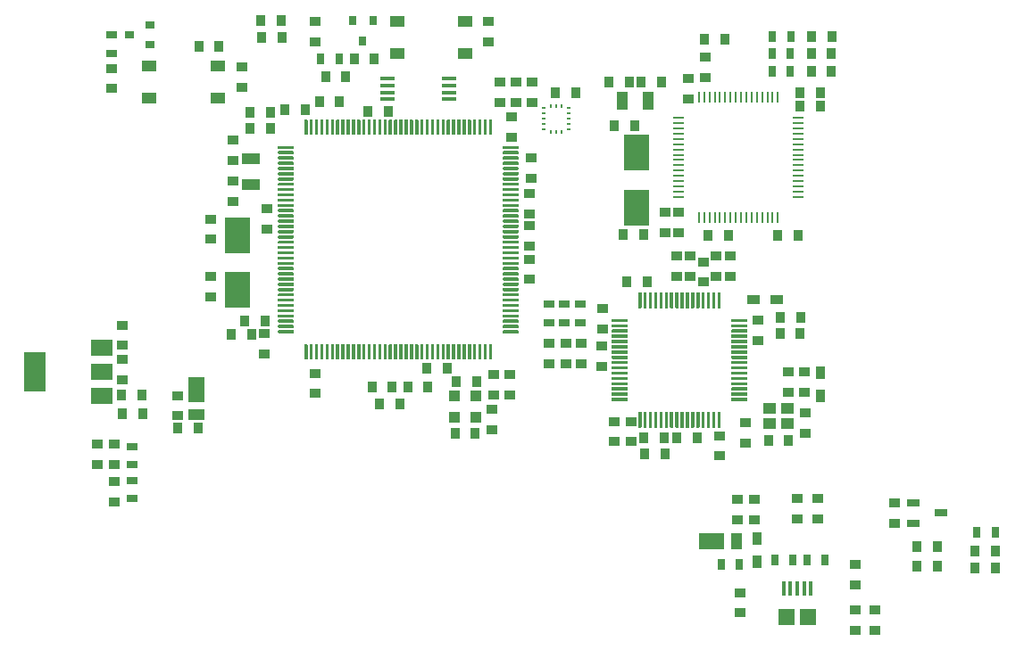
<source format=gbr>
G04 #@! TF.GenerationSoftware,KiCad,Pcbnew,(5.1.2)-1*
G04 #@! TF.CreationDate,2021-02-01T19:25:34-05:00*
G04 #@! TF.ProjectId,ZP-Breakout,5a502d42-7265-4616-9b6f-75742e6b6963,rev?*
G04 #@! TF.SameCoordinates,Original*
G04 #@! TF.FileFunction,Paste,Top*
G04 #@! TF.FilePolarity,Positive*
%FSLAX46Y46*%
G04 Gerber Fmt 4.6, Leading zero omitted, Abs format (unit mm)*
G04 Created by KiCad (PCBNEW (5.1.2)-1) date 2021-02-01 19:25:34*
%MOMM*%
%LPD*%
G04 APERTURE LIST*
%ADD10R,0.845000X1.000000*%
%ADD11R,1.400000X1.100000*%
%ADD12R,1.000000X0.845000*%
%ADD13R,0.250000X1.000000*%
%ADD14R,1.000000X0.250000*%
%ADD15R,0.900000X1.200000*%
%ADD16R,1.050000X1.500000*%
%ADD17R,2.400000X1.500000*%
%ADD18R,0.250000X0.350000*%
%ADD19R,0.350000X0.250000*%
%ADD20R,1.200000X0.900000*%
%ADD21R,1.000000X0.670000*%
%ADD22R,0.670000X1.000000*%
%ADD23R,0.900000X0.800000*%
%ADD24R,0.800000X0.900000*%
%ADD25R,1.000000X1.800000*%
%ADD26C,0.150000*%
%ADD27C,0.300000*%
%ADD28R,2.000000X3.800000*%
%ADD29R,2.000000X1.500000*%
%ADD30R,1.220000X0.650000*%
%ADD31R,1.150000X1.000000*%
%ADD32R,2.400000X3.500000*%
%ADD33R,1.800000X1.000000*%
%ADD34R,1.450000X0.450000*%
%ADD35R,1.500000X1.050000*%
%ADD36R,1.500000X2.400000*%
%ADD37R,1.000000X1.000000*%
%ADD38R,0.400000X1.350000*%
%ADD39R,1.500000X1.550000*%
G04 APERTURE END LIST*
D10*
G04 #@! TO.C,R44*
X74612500Y-95377000D03*
X76537500Y-95377000D03*
G04 #@! TD*
G04 #@! TO.C,R49*
X88519000Y-130175000D03*
X90444000Y-130175000D03*
G04 #@! TD*
D11*
G04 #@! TO.C,SW1*
X87500000Y-95500000D03*
X87500000Y-98500000D03*
X94000000Y-95500000D03*
X94000000Y-98500000D03*
G04 #@! TD*
D12*
G04 #@! TO.C,R1*
X79750000Y-95500000D03*
X79750000Y-97425000D03*
G04 #@! TD*
D10*
G04 #@! TO.C,C36*
X73562500Y-105677000D03*
X75487500Y-105677000D03*
G04 #@! TD*
G04 #@! TO.C,C38*
X75487500Y-104153000D03*
X73562500Y-104153000D03*
G04 #@! TD*
G04 #@! TO.C,C74*
X123586500Y-115837000D03*
X125511500Y-115837000D03*
G04 #@! TD*
D12*
G04 #@! TO.C,C30*
X98171000Y-130957000D03*
X98171000Y-129032000D03*
G04 #@! TD*
G04 #@! TO.C,C41*
X96647000Y-129032000D03*
X96647000Y-130957000D03*
G04 #@! TD*
D11*
G04 #@! TO.C,SW2*
X64020000Y-99750000D03*
X64020000Y-102750000D03*
X70520000Y-99750000D03*
X70520000Y-102750000D03*
G04 #@! TD*
D12*
G04 #@! TO.C,R8*
X59055000Y-135616000D03*
X59055000Y-137541000D03*
G04 #@! TD*
D13*
G04 #@! TO.C,U9*
X116138000Y-102694500D03*
X116638000Y-102694500D03*
X117138000Y-102694500D03*
X117638000Y-102694500D03*
X118138000Y-102694500D03*
X118638000Y-102694500D03*
X119138000Y-102694500D03*
X119638000Y-102694500D03*
X120138000Y-102694500D03*
X120638000Y-102694500D03*
X121138000Y-102694500D03*
X121638000Y-102694500D03*
X122138000Y-102694500D03*
X122638000Y-102694500D03*
X123138000Y-102694500D03*
X123638000Y-102694500D03*
D14*
X125588000Y-104644500D03*
X125588000Y-105144500D03*
X125588000Y-105644500D03*
X125588000Y-106144500D03*
X125588000Y-106644500D03*
X125588000Y-107144500D03*
X125588000Y-107644500D03*
X125588000Y-108144500D03*
X125588000Y-108644500D03*
X125588000Y-109144500D03*
X125588000Y-109644500D03*
X125588000Y-110144500D03*
X125588000Y-110644500D03*
X125588000Y-111144500D03*
X125588000Y-111644500D03*
X125588000Y-112144500D03*
D13*
X123638000Y-114094500D03*
X123138000Y-114094500D03*
X122638000Y-114094500D03*
X122138000Y-114094500D03*
X121638000Y-114094500D03*
X121138000Y-114094500D03*
X120638000Y-114094500D03*
X120138000Y-114094500D03*
X119638000Y-114094500D03*
X119138000Y-114094500D03*
X118638000Y-114094500D03*
X118138000Y-114094500D03*
X117638000Y-114094500D03*
X117138000Y-114094500D03*
X116638000Y-114094500D03*
X116138000Y-114094500D03*
D14*
X114188000Y-112144500D03*
X114188000Y-111644500D03*
X114188000Y-111144500D03*
X114188000Y-110644500D03*
X114188000Y-110144500D03*
X114188000Y-109644500D03*
X114188000Y-109144500D03*
X114188000Y-108644500D03*
X114188000Y-108144500D03*
X114188000Y-107644500D03*
X114188000Y-107144500D03*
X114188000Y-106644500D03*
X114188000Y-106144500D03*
X114188000Y-105644500D03*
X114188000Y-105144500D03*
X114188000Y-104644500D03*
G04 #@! TD*
D12*
G04 #@! TO.C,C42*
X100266500Y-108458000D03*
X100266500Y-110383000D03*
G04 #@! TD*
G04 #@! TO.C,R48*
X96520000Y-132334000D03*
X96520000Y-134259000D03*
G04 #@! TD*
D10*
G04 #@! TO.C,C72*
X127670500Y-102248000D03*
X125745500Y-102248000D03*
G04 #@! TD*
G04 #@! TO.C,C71*
X127656500Y-103518000D03*
X125731500Y-103518000D03*
G04 #@! TD*
G04 #@! TO.C,R46*
X87757000Y-131826000D03*
X85832000Y-131826000D03*
G04 #@! TD*
D12*
G04 #@! TO.C,C57*
X124587000Y-130703000D03*
X124587000Y-128778000D03*
G04 #@! TD*
D15*
G04 #@! TO.C,L4*
X127635000Y-128864000D03*
X127635000Y-131064000D03*
G04 #@! TD*
D12*
G04 #@! TO.C,C59*
X126111000Y-130703000D03*
X126111000Y-128778000D03*
G04 #@! TD*
D16*
G04 #@! TO.C,D8*
X119697500Y-144827000D03*
D17*
X117322500Y-144827000D03*
G04 #@! TD*
D18*
G04 #@! TO.C,U6*
X103108000Y-103505000D03*
X102608000Y-103505000D03*
X102108000Y-103505000D03*
X103108000Y-105955000D03*
X102608000Y-105955000D03*
X102108000Y-105955000D03*
D19*
X103833000Y-105730000D03*
X103833000Y-105230000D03*
X103833000Y-104730000D03*
X103833000Y-104230000D03*
X103833000Y-103730000D03*
X101383000Y-105730000D03*
X101383000Y-105230000D03*
X101383000Y-104730000D03*
X101383000Y-104230000D03*
X101383000Y-103730000D03*
G04 #@! TD*
D20*
G04 #@! TO.C,L3*
X123485000Y-121920000D03*
X121285000Y-121920000D03*
G04 #@! TD*
D21*
G04 #@! TO.C,D16*
X62357000Y-137582000D03*
X62357000Y-135832000D03*
G04 #@! TD*
G04 #@! TO.C,D15*
X62357000Y-140815000D03*
X62357000Y-139065000D03*
G04 #@! TD*
D22*
G04 #@! TO.C,D14*
X123077000Y-100203000D03*
X124827000Y-100203000D03*
G04 #@! TD*
G04 #@! TO.C,D13*
X123077000Y-98552000D03*
X124827000Y-98552000D03*
G04 #@! TD*
G04 #@! TO.C,D12*
X123091000Y-96901000D03*
X124841000Y-96901000D03*
G04 #@! TD*
G04 #@! TO.C,D11*
X126365000Y-146605000D03*
X128115000Y-146605000D03*
G04 #@! TD*
G04 #@! TO.C,D10*
X125081000Y-146618000D03*
X123331000Y-146618000D03*
G04 #@! TD*
D21*
G04 #@! TO.C,D7*
X103378000Y-122328000D03*
X103378000Y-124078000D03*
G04 #@! TD*
G04 #@! TO.C,D6*
X101943000Y-122328000D03*
X101943000Y-124078000D03*
G04 #@! TD*
G04 #@! TO.C,D5*
X104864000Y-122328000D03*
X104864000Y-124078000D03*
G04 #@! TD*
D22*
G04 #@! TO.C,D4*
X144232600Y-143988800D03*
X142482600Y-143988800D03*
G04 #@! TD*
D21*
G04 #@! TO.C,D3*
X60452000Y-96788000D03*
X60452000Y-98538000D03*
G04 #@! TD*
D22*
G04 #@! TO.C,D2*
X80292000Y-99060000D03*
X82042000Y-99060000D03*
G04 #@! TD*
G04 #@! TO.C,D1*
X118251000Y-147066000D03*
X120001000Y-147066000D03*
G04 #@! TD*
D12*
G04 #@! TO.C,C76*
X116713000Y-98859500D03*
X116713000Y-100784500D03*
G04 #@! TD*
G04 #@! TO.C,C75*
X115151000Y-102843500D03*
X115151000Y-100918500D03*
G04 #@! TD*
D10*
G04 #@! TO.C,C73*
X118921500Y-115837000D03*
X116996500Y-115837000D03*
G04 #@! TD*
D12*
G04 #@! TO.C,C70*
X112903000Y-115543500D03*
X112903000Y-113618500D03*
G04 #@! TD*
G04 #@! TO.C,C69*
X114173000Y-115543500D03*
X114173000Y-113618500D03*
G04 #@! TD*
D10*
G04 #@! TO.C,C68*
X110920500Y-115710000D03*
X108995500Y-115710000D03*
G04 #@! TD*
G04 #@! TO.C,C67*
X110031500Y-105423000D03*
X108106500Y-105423000D03*
G04 #@! TD*
G04 #@! TO.C,C66*
X107598500Y-101232000D03*
X109523500Y-101232000D03*
G04 #@! TD*
G04 #@! TO.C,C65*
X112557500Y-101232000D03*
X110632500Y-101232000D03*
G04 #@! TD*
G04 #@! TO.C,C64*
X112825500Y-135014000D03*
X110900500Y-135014000D03*
G04 #@! TD*
G04 #@! TO.C,C63*
X112923000Y-136525000D03*
X110998000Y-136525000D03*
G04 #@! TD*
G04 #@! TO.C,C62*
X124660500Y-135255000D03*
X122735500Y-135255000D03*
G04 #@! TD*
D12*
G04 #@! TO.C,C61*
X126238000Y-134566500D03*
X126238000Y-132641500D03*
G04 #@! TD*
D10*
G04 #@! TO.C,C60*
X125779500Y-123571000D03*
X123854500Y-123571000D03*
G04 #@! TD*
G04 #@! TO.C,C58*
X125751500Y-125108000D03*
X123826500Y-125108000D03*
G04 #@! TD*
D12*
G04 #@! TO.C,C56*
X109690000Y-135402000D03*
X109690000Y-133477000D03*
G04 #@! TD*
G04 #@! TO.C,C55*
X108077000Y-135402000D03*
X108077000Y-133477000D03*
G04 #@! TD*
G04 #@! TO.C,C54*
X107023000Y-122734500D03*
X107023000Y-124659500D03*
G04 #@! TD*
G04 #@! TO.C,C53*
X121755000Y-123877500D03*
X121755000Y-125802500D03*
G04 #@! TD*
D10*
G04 #@! TO.C,C52*
X109313000Y-120218500D03*
X111238000Y-120218500D03*
G04 #@! TD*
D12*
G04 #@! TO.C,C51*
X118072000Y-136752500D03*
X118072000Y-134827500D03*
G04 #@! TD*
G04 #@! TO.C,C50*
X106896000Y-126318500D03*
X106896000Y-128243500D03*
G04 #@! TD*
D10*
G04 #@! TO.C,C49*
X116000500Y-135014000D03*
X114075500Y-135014000D03*
G04 #@! TD*
D12*
G04 #@! TO.C,C48*
X116548000Y-118317500D03*
X116548000Y-120242500D03*
G04 #@! TD*
D10*
G04 #@! TO.C,C47*
X94942500Y-134620000D03*
X93017500Y-134620000D03*
G04 #@! TD*
G04 #@! TO.C,C46*
X102542500Y-102235000D03*
X104467500Y-102235000D03*
G04 #@! TD*
D12*
G04 #@! TO.C,C45*
X100292000Y-101285500D03*
X100292000Y-103210500D03*
G04 #@! TD*
G04 #@! TO.C,C44*
X98768000Y-101285500D03*
X98768000Y-103210500D03*
G04 #@! TD*
G04 #@! TO.C,C43*
X97244000Y-103210500D03*
X97244000Y-101285500D03*
G04 #@! TD*
G04 #@! TO.C,C40*
X69812000Y-114253500D03*
X69812000Y-116178500D03*
G04 #@! TD*
G04 #@! TO.C,C39*
X69812000Y-121611500D03*
X69812000Y-119686500D03*
G04 #@! TD*
G04 #@! TO.C,C37*
X100038000Y-113737500D03*
X100038000Y-111812500D03*
G04 #@! TD*
G04 #@! TO.C,C35*
X100038000Y-116785500D03*
X100038000Y-114860500D03*
G04 #@! TD*
D10*
G04 #@! TO.C,C34*
X86663500Y-104026000D03*
X84738500Y-104026000D03*
G04 #@! TD*
D12*
G04 #@! TO.C,C33*
X98387000Y-104587500D03*
X98387000Y-106512500D03*
G04 #@! TD*
G04 #@! TO.C,C32*
X74930000Y-125134500D03*
X74930000Y-127059500D03*
G04 #@! TD*
G04 #@! TO.C,C31*
X100038000Y-118063500D03*
X100038000Y-119988500D03*
G04 #@! TD*
D10*
G04 #@! TO.C,C29*
X71794500Y-125222000D03*
X73719500Y-125222000D03*
G04 #@! TD*
G04 #@! TO.C,C28*
X90364500Y-128397000D03*
X92289500Y-128397000D03*
G04 #@! TD*
G04 #@! TO.C,C27*
X85129500Y-130175000D03*
X87054500Y-130175000D03*
G04 #@! TD*
D12*
G04 #@! TO.C,C26*
X79756000Y-128905000D03*
X79756000Y-130830000D03*
G04 #@! TD*
D10*
G04 #@! TO.C,C25*
X73092500Y-123952000D03*
X75017500Y-123952000D03*
G04 #@! TD*
D12*
G04 #@! TO.C,C24*
X75184000Y-115189000D03*
X75184000Y-113264000D03*
G04 #@! TD*
G04 #@! TO.C,C23*
X71971000Y-106760500D03*
X71971000Y-108685500D03*
G04 #@! TD*
G04 #@! TO.C,C22*
X71971000Y-112594500D03*
X71971000Y-110669500D03*
G04 #@! TD*
G04 #@! TO.C,C9*
X96139000Y-97409000D03*
X96139000Y-95484000D03*
G04 #@! TD*
G04 #@! TO.C,C8*
X72771000Y-101747000D03*
X72771000Y-99822000D03*
G04 #@! TD*
G04 #@! TO.C,C7*
X61442600Y-126262000D03*
X61442600Y-124337000D03*
G04 #@! TD*
G04 #@! TO.C,C6*
X61442600Y-127611000D03*
X61442600Y-129536000D03*
G04 #@! TD*
D10*
G04 #@! TO.C,C5*
X61383100Y-131000500D03*
X63308100Y-131000500D03*
G04 #@! TD*
G04 #@! TO.C,C4*
X63367600Y-132715000D03*
X61442600Y-132715000D03*
G04 #@! TD*
D12*
G04 #@! TO.C,C3*
X119761000Y-142795000D03*
X119761000Y-140870000D03*
G04 #@! TD*
G04 #@! TO.C,C2*
X121412000Y-142815000D03*
X121412000Y-140890000D03*
G04 #@! TD*
G04 #@! TO.C,C1*
X120015000Y-149733000D03*
X120015000Y-151658000D03*
G04 #@! TD*
D10*
G04 #@! TO.C,R54*
X116693000Y-97155000D03*
X118618000Y-97155000D03*
G04 #@! TD*
G04 #@! TO.C,R53*
X128724500Y-100203000D03*
X126799500Y-100203000D03*
G04 #@! TD*
G04 #@! TO.C,R52*
X128724500Y-98552000D03*
X126799500Y-98552000D03*
G04 #@! TD*
G04 #@! TO.C,R51*
X128738500Y-96901000D03*
X126813500Y-96901000D03*
G04 #@! TD*
D12*
G04 #@! TO.C,R50*
X134709000Y-143135500D03*
X134709000Y-141210500D03*
G04 #@! TD*
D10*
G04 #@! TO.C,R47*
X74666000Y-97028000D03*
X76591000Y-97028000D03*
G04 #@! TD*
G04 #@! TO.C,R45*
X95055500Y-129667000D03*
X93130500Y-129667000D03*
G04 #@! TD*
D12*
G04 #@! TO.C,R43*
X115278000Y-117782500D03*
X115278000Y-119707500D03*
G04 #@! TD*
G04 #@! TO.C,R42*
X114008000Y-117782500D03*
X114008000Y-119707500D03*
G04 #@! TD*
G04 #@! TO.C,R41*
X117729000Y-117782500D03*
X117729000Y-119707500D03*
G04 #@! TD*
G04 #@! TO.C,R40*
X119126000Y-117782500D03*
X119126000Y-119707500D03*
G04 #@! TD*
G04 #@! TO.C,R39*
X132842000Y-153282500D03*
X132842000Y-151357500D03*
G04 #@! TD*
G04 #@! TO.C,R38*
X125476000Y-140778500D03*
X125476000Y-142703500D03*
G04 #@! TD*
G04 #@! TO.C,R37*
X127381000Y-140778500D03*
X127381000Y-142703500D03*
G04 #@! TD*
G04 #@! TO.C,R36*
X120523000Y-135529000D03*
X120523000Y-133604000D03*
G04 #@! TD*
G04 #@! TO.C,R35*
X130937000Y-153282500D03*
X130937000Y-151357500D03*
G04 #@! TD*
G04 #@! TO.C,R34*
X130937000Y-149007500D03*
X130937000Y-147082500D03*
G04 #@! TD*
D10*
G04 #@! TO.C,R33*
X138757500Y-145335000D03*
X136832500Y-145335000D03*
G04 #@! TD*
D12*
G04 #@! TO.C,R32*
X66738500Y-131004500D03*
X66738500Y-132929500D03*
G04 #@! TD*
D10*
G04 #@! TO.C,R30*
X138757500Y-147240000D03*
X136832500Y-147240000D03*
G04 #@! TD*
G04 #@! TO.C,R29*
X68665000Y-134112000D03*
X66740000Y-134112000D03*
G04 #@! TD*
G04 #@! TO.C,R27*
X82662500Y-100700000D03*
X80737500Y-100700000D03*
G04 #@! TD*
G04 #@! TO.C,R20*
X78789500Y-103899000D03*
X76864500Y-103899000D03*
G04 #@! TD*
G04 #@! TO.C,R19*
X80138500Y-103137000D03*
X82063500Y-103137000D03*
G04 #@! TD*
D12*
G04 #@! TO.C,R18*
X103505000Y-127962500D03*
X103505000Y-126037500D03*
G04 #@! TD*
G04 #@! TO.C,R17*
X101943000Y-127975500D03*
X101943000Y-126050500D03*
G04 #@! TD*
G04 #@! TO.C,R16*
X104991000Y-127962500D03*
X104991000Y-126037500D03*
G04 #@! TD*
G04 #@! TO.C,R9*
X60706000Y-137541000D03*
X60706000Y-135616000D03*
G04 #@! TD*
G04 #@! TO.C,R7*
X60706000Y-139162500D03*
X60706000Y-141087500D03*
G04 #@! TD*
D10*
G04 #@! TO.C,R6*
X144272000Y-145766800D03*
X142347000Y-145766800D03*
G04 #@! TD*
G04 #@! TO.C,R5*
X142344300Y-147392400D03*
X144269300Y-147392400D03*
G04 #@! TD*
D12*
G04 #@! TO.C,R4*
X60452000Y-101874000D03*
X60452000Y-99949000D03*
G04 #@! TD*
D10*
G04 #@! TO.C,R3*
X85364000Y-99060000D03*
X83439000Y-99060000D03*
G04 #@! TD*
G04 #@! TO.C,R2*
X68712400Y-97886200D03*
X70637400Y-97886200D03*
G04 #@! TD*
D23*
G04 #@! TO.C,Q3*
X64103000Y-97724000D03*
X64103000Y-95824000D03*
X62103000Y-96774000D03*
G04 #@! TD*
D24*
G04 #@! TO.C,Q1*
X85217000Y-95377000D03*
X83317000Y-95377000D03*
X84267000Y-97377000D03*
G04 #@! TD*
D15*
G04 #@! TO.C,L1*
X121627900Y-146773000D03*
X121627900Y-144573000D03*
G04 #@! TD*
D25*
G04 #@! TO.C,Y4*
X108841000Y-103010000D03*
X111341000Y-103010000D03*
G04 #@! TD*
D26*
G04 #@! TO.C,U8*
G36*
X120682351Y-131235361D02*
G01*
X120689632Y-131236441D01*
X120696771Y-131238229D01*
X120703701Y-131240709D01*
X120710355Y-131243856D01*
X120716668Y-131247640D01*
X120722579Y-131252024D01*
X120728033Y-131256967D01*
X120732976Y-131262421D01*
X120737360Y-131268332D01*
X120741144Y-131274645D01*
X120744291Y-131281299D01*
X120746771Y-131288229D01*
X120748559Y-131295368D01*
X120749639Y-131302649D01*
X120750000Y-131310000D01*
X120750000Y-131460000D01*
X120749639Y-131467351D01*
X120748559Y-131474632D01*
X120746771Y-131481771D01*
X120744291Y-131488701D01*
X120741144Y-131495355D01*
X120737360Y-131501668D01*
X120732976Y-131507579D01*
X120728033Y-131513033D01*
X120722579Y-131517976D01*
X120716668Y-131522360D01*
X120710355Y-131526144D01*
X120703701Y-131529291D01*
X120696771Y-131531771D01*
X120689632Y-131533559D01*
X120682351Y-131534639D01*
X120675000Y-131535000D01*
X119275000Y-131535000D01*
X119267649Y-131534639D01*
X119260368Y-131533559D01*
X119253229Y-131531771D01*
X119246299Y-131529291D01*
X119239645Y-131526144D01*
X119233332Y-131522360D01*
X119227421Y-131517976D01*
X119221967Y-131513033D01*
X119217024Y-131507579D01*
X119212640Y-131501668D01*
X119208856Y-131495355D01*
X119205709Y-131488701D01*
X119203229Y-131481771D01*
X119201441Y-131474632D01*
X119200361Y-131467351D01*
X119200000Y-131460000D01*
X119200000Y-131310000D01*
X119200361Y-131302649D01*
X119201441Y-131295368D01*
X119203229Y-131288229D01*
X119205709Y-131281299D01*
X119208856Y-131274645D01*
X119212640Y-131268332D01*
X119217024Y-131262421D01*
X119221967Y-131256967D01*
X119227421Y-131252024D01*
X119233332Y-131247640D01*
X119239645Y-131243856D01*
X119246299Y-131240709D01*
X119253229Y-131238229D01*
X119260368Y-131236441D01*
X119267649Y-131235361D01*
X119275000Y-131235000D01*
X120675000Y-131235000D01*
X120682351Y-131235361D01*
X120682351Y-131235361D01*
G37*
D27*
X119975000Y-131385000D03*
D26*
G36*
X120682351Y-130735361D02*
G01*
X120689632Y-130736441D01*
X120696771Y-130738229D01*
X120703701Y-130740709D01*
X120710355Y-130743856D01*
X120716668Y-130747640D01*
X120722579Y-130752024D01*
X120728033Y-130756967D01*
X120732976Y-130762421D01*
X120737360Y-130768332D01*
X120741144Y-130774645D01*
X120744291Y-130781299D01*
X120746771Y-130788229D01*
X120748559Y-130795368D01*
X120749639Y-130802649D01*
X120750000Y-130810000D01*
X120750000Y-130960000D01*
X120749639Y-130967351D01*
X120748559Y-130974632D01*
X120746771Y-130981771D01*
X120744291Y-130988701D01*
X120741144Y-130995355D01*
X120737360Y-131001668D01*
X120732976Y-131007579D01*
X120728033Y-131013033D01*
X120722579Y-131017976D01*
X120716668Y-131022360D01*
X120710355Y-131026144D01*
X120703701Y-131029291D01*
X120696771Y-131031771D01*
X120689632Y-131033559D01*
X120682351Y-131034639D01*
X120675000Y-131035000D01*
X119275000Y-131035000D01*
X119267649Y-131034639D01*
X119260368Y-131033559D01*
X119253229Y-131031771D01*
X119246299Y-131029291D01*
X119239645Y-131026144D01*
X119233332Y-131022360D01*
X119227421Y-131017976D01*
X119221967Y-131013033D01*
X119217024Y-131007579D01*
X119212640Y-131001668D01*
X119208856Y-130995355D01*
X119205709Y-130988701D01*
X119203229Y-130981771D01*
X119201441Y-130974632D01*
X119200361Y-130967351D01*
X119200000Y-130960000D01*
X119200000Y-130810000D01*
X119200361Y-130802649D01*
X119201441Y-130795368D01*
X119203229Y-130788229D01*
X119205709Y-130781299D01*
X119208856Y-130774645D01*
X119212640Y-130768332D01*
X119217024Y-130762421D01*
X119221967Y-130756967D01*
X119227421Y-130752024D01*
X119233332Y-130747640D01*
X119239645Y-130743856D01*
X119246299Y-130740709D01*
X119253229Y-130738229D01*
X119260368Y-130736441D01*
X119267649Y-130735361D01*
X119275000Y-130735000D01*
X120675000Y-130735000D01*
X120682351Y-130735361D01*
X120682351Y-130735361D01*
G37*
D27*
X119975000Y-130885000D03*
D26*
G36*
X120682351Y-130235361D02*
G01*
X120689632Y-130236441D01*
X120696771Y-130238229D01*
X120703701Y-130240709D01*
X120710355Y-130243856D01*
X120716668Y-130247640D01*
X120722579Y-130252024D01*
X120728033Y-130256967D01*
X120732976Y-130262421D01*
X120737360Y-130268332D01*
X120741144Y-130274645D01*
X120744291Y-130281299D01*
X120746771Y-130288229D01*
X120748559Y-130295368D01*
X120749639Y-130302649D01*
X120750000Y-130310000D01*
X120750000Y-130460000D01*
X120749639Y-130467351D01*
X120748559Y-130474632D01*
X120746771Y-130481771D01*
X120744291Y-130488701D01*
X120741144Y-130495355D01*
X120737360Y-130501668D01*
X120732976Y-130507579D01*
X120728033Y-130513033D01*
X120722579Y-130517976D01*
X120716668Y-130522360D01*
X120710355Y-130526144D01*
X120703701Y-130529291D01*
X120696771Y-130531771D01*
X120689632Y-130533559D01*
X120682351Y-130534639D01*
X120675000Y-130535000D01*
X119275000Y-130535000D01*
X119267649Y-130534639D01*
X119260368Y-130533559D01*
X119253229Y-130531771D01*
X119246299Y-130529291D01*
X119239645Y-130526144D01*
X119233332Y-130522360D01*
X119227421Y-130517976D01*
X119221967Y-130513033D01*
X119217024Y-130507579D01*
X119212640Y-130501668D01*
X119208856Y-130495355D01*
X119205709Y-130488701D01*
X119203229Y-130481771D01*
X119201441Y-130474632D01*
X119200361Y-130467351D01*
X119200000Y-130460000D01*
X119200000Y-130310000D01*
X119200361Y-130302649D01*
X119201441Y-130295368D01*
X119203229Y-130288229D01*
X119205709Y-130281299D01*
X119208856Y-130274645D01*
X119212640Y-130268332D01*
X119217024Y-130262421D01*
X119221967Y-130256967D01*
X119227421Y-130252024D01*
X119233332Y-130247640D01*
X119239645Y-130243856D01*
X119246299Y-130240709D01*
X119253229Y-130238229D01*
X119260368Y-130236441D01*
X119267649Y-130235361D01*
X119275000Y-130235000D01*
X120675000Y-130235000D01*
X120682351Y-130235361D01*
X120682351Y-130235361D01*
G37*
D27*
X119975000Y-130385000D03*
D26*
G36*
X120682351Y-129735361D02*
G01*
X120689632Y-129736441D01*
X120696771Y-129738229D01*
X120703701Y-129740709D01*
X120710355Y-129743856D01*
X120716668Y-129747640D01*
X120722579Y-129752024D01*
X120728033Y-129756967D01*
X120732976Y-129762421D01*
X120737360Y-129768332D01*
X120741144Y-129774645D01*
X120744291Y-129781299D01*
X120746771Y-129788229D01*
X120748559Y-129795368D01*
X120749639Y-129802649D01*
X120750000Y-129810000D01*
X120750000Y-129960000D01*
X120749639Y-129967351D01*
X120748559Y-129974632D01*
X120746771Y-129981771D01*
X120744291Y-129988701D01*
X120741144Y-129995355D01*
X120737360Y-130001668D01*
X120732976Y-130007579D01*
X120728033Y-130013033D01*
X120722579Y-130017976D01*
X120716668Y-130022360D01*
X120710355Y-130026144D01*
X120703701Y-130029291D01*
X120696771Y-130031771D01*
X120689632Y-130033559D01*
X120682351Y-130034639D01*
X120675000Y-130035000D01*
X119275000Y-130035000D01*
X119267649Y-130034639D01*
X119260368Y-130033559D01*
X119253229Y-130031771D01*
X119246299Y-130029291D01*
X119239645Y-130026144D01*
X119233332Y-130022360D01*
X119227421Y-130017976D01*
X119221967Y-130013033D01*
X119217024Y-130007579D01*
X119212640Y-130001668D01*
X119208856Y-129995355D01*
X119205709Y-129988701D01*
X119203229Y-129981771D01*
X119201441Y-129974632D01*
X119200361Y-129967351D01*
X119200000Y-129960000D01*
X119200000Y-129810000D01*
X119200361Y-129802649D01*
X119201441Y-129795368D01*
X119203229Y-129788229D01*
X119205709Y-129781299D01*
X119208856Y-129774645D01*
X119212640Y-129768332D01*
X119217024Y-129762421D01*
X119221967Y-129756967D01*
X119227421Y-129752024D01*
X119233332Y-129747640D01*
X119239645Y-129743856D01*
X119246299Y-129740709D01*
X119253229Y-129738229D01*
X119260368Y-129736441D01*
X119267649Y-129735361D01*
X119275000Y-129735000D01*
X120675000Y-129735000D01*
X120682351Y-129735361D01*
X120682351Y-129735361D01*
G37*
D27*
X119975000Y-129885000D03*
D26*
G36*
X120682351Y-129235361D02*
G01*
X120689632Y-129236441D01*
X120696771Y-129238229D01*
X120703701Y-129240709D01*
X120710355Y-129243856D01*
X120716668Y-129247640D01*
X120722579Y-129252024D01*
X120728033Y-129256967D01*
X120732976Y-129262421D01*
X120737360Y-129268332D01*
X120741144Y-129274645D01*
X120744291Y-129281299D01*
X120746771Y-129288229D01*
X120748559Y-129295368D01*
X120749639Y-129302649D01*
X120750000Y-129310000D01*
X120750000Y-129460000D01*
X120749639Y-129467351D01*
X120748559Y-129474632D01*
X120746771Y-129481771D01*
X120744291Y-129488701D01*
X120741144Y-129495355D01*
X120737360Y-129501668D01*
X120732976Y-129507579D01*
X120728033Y-129513033D01*
X120722579Y-129517976D01*
X120716668Y-129522360D01*
X120710355Y-129526144D01*
X120703701Y-129529291D01*
X120696771Y-129531771D01*
X120689632Y-129533559D01*
X120682351Y-129534639D01*
X120675000Y-129535000D01*
X119275000Y-129535000D01*
X119267649Y-129534639D01*
X119260368Y-129533559D01*
X119253229Y-129531771D01*
X119246299Y-129529291D01*
X119239645Y-129526144D01*
X119233332Y-129522360D01*
X119227421Y-129517976D01*
X119221967Y-129513033D01*
X119217024Y-129507579D01*
X119212640Y-129501668D01*
X119208856Y-129495355D01*
X119205709Y-129488701D01*
X119203229Y-129481771D01*
X119201441Y-129474632D01*
X119200361Y-129467351D01*
X119200000Y-129460000D01*
X119200000Y-129310000D01*
X119200361Y-129302649D01*
X119201441Y-129295368D01*
X119203229Y-129288229D01*
X119205709Y-129281299D01*
X119208856Y-129274645D01*
X119212640Y-129268332D01*
X119217024Y-129262421D01*
X119221967Y-129256967D01*
X119227421Y-129252024D01*
X119233332Y-129247640D01*
X119239645Y-129243856D01*
X119246299Y-129240709D01*
X119253229Y-129238229D01*
X119260368Y-129236441D01*
X119267649Y-129235361D01*
X119275000Y-129235000D01*
X120675000Y-129235000D01*
X120682351Y-129235361D01*
X120682351Y-129235361D01*
G37*
D27*
X119975000Y-129385000D03*
D26*
G36*
X120682351Y-128735361D02*
G01*
X120689632Y-128736441D01*
X120696771Y-128738229D01*
X120703701Y-128740709D01*
X120710355Y-128743856D01*
X120716668Y-128747640D01*
X120722579Y-128752024D01*
X120728033Y-128756967D01*
X120732976Y-128762421D01*
X120737360Y-128768332D01*
X120741144Y-128774645D01*
X120744291Y-128781299D01*
X120746771Y-128788229D01*
X120748559Y-128795368D01*
X120749639Y-128802649D01*
X120750000Y-128810000D01*
X120750000Y-128960000D01*
X120749639Y-128967351D01*
X120748559Y-128974632D01*
X120746771Y-128981771D01*
X120744291Y-128988701D01*
X120741144Y-128995355D01*
X120737360Y-129001668D01*
X120732976Y-129007579D01*
X120728033Y-129013033D01*
X120722579Y-129017976D01*
X120716668Y-129022360D01*
X120710355Y-129026144D01*
X120703701Y-129029291D01*
X120696771Y-129031771D01*
X120689632Y-129033559D01*
X120682351Y-129034639D01*
X120675000Y-129035000D01*
X119275000Y-129035000D01*
X119267649Y-129034639D01*
X119260368Y-129033559D01*
X119253229Y-129031771D01*
X119246299Y-129029291D01*
X119239645Y-129026144D01*
X119233332Y-129022360D01*
X119227421Y-129017976D01*
X119221967Y-129013033D01*
X119217024Y-129007579D01*
X119212640Y-129001668D01*
X119208856Y-128995355D01*
X119205709Y-128988701D01*
X119203229Y-128981771D01*
X119201441Y-128974632D01*
X119200361Y-128967351D01*
X119200000Y-128960000D01*
X119200000Y-128810000D01*
X119200361Y-128802649D01*
X119201441Y-128795368D01*
X119203229Y-128788229D01*
X119205709Y-128781299D01*
X119208856Y-128774645D01*
X119212640Y-128768332D01*
X119217024Y-128762421D01*
X119221967Y-128756967D01*
X119227421Y-128752024D01*
X119233332Y-128747640D01*
X119239645Y-128743856D01*
X119246299Y-128740709D01*
X119253229Y-128738229D01*
X119260368Y-128736441D01*
X119267649Y-128735361D01*
X119275000Y-128735000D01*
X120675000Y-128735000D01*
X120682351Y-128735361D01*
X120682351Y-128735361D01*
G37*
D27*
X119975000Y-128885000D03*
D26*
G36*
X120682351Y-128235361D02*
G01*
X120689632Y-128236441D01*
X120696771Y-128238229D01*
X120703701Y-128240709D01*
X120710355Y-128243856D01*
X120716668Y-128247640D01*
X120722579Y-128252024D01*
X120728033Y-128256967D01*
X120732976Y-128262421D01*
X120737360Y-128268332D01*
X120741144Y-128274645D01*
X120744291Y-128281299D01*
X120746771Y-128288229D01*
X120748559Y-128295368D01*
X120749639Y-128302649D01*
X120750000Y-128310000D01*
X120750000Y-128460000D01*
X120749639Y-128467351D01*
X120748559Y-128474632D01*
X120746771Y-128481771D01*
X120744291Y-128488701D01*
X120741144Y-128495355D01*
X120737360Y-128501668D01*
X120732976Y-128507579D01*
X120728033Y-128513033D01*
X120722579Y-128517976D01*
X120716668Y-128522360D01*
X120710355Y-128526144D01*
X120703701Y-128529291D01*
X120696771Y-128531771D01*
X120689632Y-128533559D01*
X120682351Y-128534639D01*
X120675000Y-128535000D01*
X119275000Y-128535000D01*
X119267649Y-128534639D01*
X119260368Y-128533559D01*
X119253229Y-128531771D01*
X119246299Y-128529291D01*
X119239645Y-128526144D01*
X119233332Y-128522360D01*
X119227421Y-128517976D01*
X119221967Y-128513033D01*
X119217024Y-128507579D01*
X119212640Y-128501668D01*
X119208856Y-128495355D01*
X119205709Y-128488701D01*
X119203229Y-128481771D01*
X119201441Y-128474632D01*
X119200361Y-128467351D01*
X119200000Y-128460000D01*
X119200000Y-128310000D01*
X119200361Y-128302649D01*
X119201441Y-128295368D01*
X119203229Y-128288229D01*
X119205709Y-128281299D01*
X119208856Y-128274645D01*
X119212640Y-128268332D01*
X119217024Y-128262421D01*
X119221967Y-128256967D01*
X119227421Y-128252024D01*
X119233332Y-128247640D01*
X119239645Y-128243856D01*
X119246299Y-128240709D01*
X119253229Y-128238229D01*
X119260368Y-128236441D01*
X119267649Y-128235361D01*
X119275000Y-128235000D01*
X120675000Y-128235000D01*
X120682351Y-128235361D01*
X120682351Y-128235361D01*
G37*
D27*
X119975000Y-128385000D03*
D26*
G36*
X120682351Y-127735361D02*
G01*
X120689632Y-127736441D01*
X120696771Y-127738229D01*
X120703701Y-127740709D01*
X120710355Y-127743856D01*
X120716668Y-127747640D01*
X120722579Y-127752024D01*
X120728033Y-127756967D01*
X120732976Y-127762421D01*
X120737360Y-127768332D01*
X120741144Y-127774645D01*
X120744291Y-127781299D01*
X120746771Y-127788229D01*
X120748559Y-127795368D01*
X120749639Y-127802649D01*
X120750000Y-127810000D01*
X120750000Y-127960000D01*
X120749639Y-127967351D01*
X120748559Y-127974632D01*
X120746771Y-127981771D01*
X120744291Y-127988701D01*
X120741144Y-127995355D01*
X120737360Y-128001668D01*
X120732976Y-128007579D01*
X120728033Y-128013033D01*
X120722579Y-128017976D01*
X120716668Y-128022360D01*
X120710355Y-128026144D01*
X120703701Y-128029291D01*
X120696771Y-128031771D01*
X120689632Y-128033559D01*
X120682351Y-128034639D01*
X120675000Y-128035000D01*
X119275000Y-128035000D01*
X119267649Y-128034639D01*
X119260368Y-128033559D01*
X119253229Y-128031771D01*
X119246299Y-128029291D01*
X119239645Y-128026144D01*
X119233332Y-128022360D01*
X119227421Y-128017976D01*
X119221967Y-128013033D01*
X119217024Y-128007579D01*
X119212640Y-128001668D01*
X119208856Y-127995355D01*
X119205709Y-127988701D01*
X119203229Y-127981771D01*
X119201441Y-127974632D01*
X119200361Y-127967351D01*
X119200000Y-127960000D01*
X119200000Y-127810000D01*
X119200361Y-127802649D01*
X119201441Y-127795368D01*
X119203229Y-127788229D01*
X119205709Y-127781299D01*
X119208856Y-127774645D01*
X119212640Y-127768332D01*
X119217024Y-127762421D01*
X119221967Y-127756967D01*
X119227421Y-127752024D01*
X119233332Y-127747640D01*
X119239645Y-127743856D01*
X119246299Y-127740709D01*
X119253229Y-127738229D01*
X119260368Y-127736441D01*
X119267649Y-127735361D01*
X119275000Y-127735000D01*
X120675000Y-127735000D01*
X120682351Y-127735361D01*
X120682351Y-127735361D01*
G37*
D27*
X119975000Y-127885000D03*
D26*
G36*
X120682351Y-127235361D02*
G01*
X120689632Y-127236441D01*
X120696771Y-127238229D01*
X120703701Y-127240709D01*
X120710355Y-127243856D01*
X120716668Y-127247640D01*
X120722579Y-127252024D01*
X120728033Y-127256967D01*
X120732976Y-127262421D01*
X120737360Y-127268332D01*
X120741144Y-127274645D01*
X120744291Y-127281299D01*
X120746771Y-127288229D01*
X120748559Y-127295368D01*
X120749639Y-127302649D01*
X120750000Y-127310000D01*
X120750000Y-127460000D01*
X120749639Y-127467351D01*
X120748559Y-127474632D01*
X120746771Y-127481771D01*
X120744291Y-127488701D01*
X120741144Y-127495355D01*
X120737360Y-127501668D01*
X120732976Y-127507579D01*
X120728033Y-127513033D01*
X120722579Y-127517976D01*
X120716668Y-127522360D01*
X120710355Y-127526144D01*
X120703701Y-127529291D01*
X120696771Y-127531771D01*
X120689632Y-127533559D01*
X120682351Y-127534639D01*
X120675000Y-127535000D01*
X119275000Y-127535000D01*
X119267649Y-127534639D01*
X119260368Y-127533559D01*
X119253229Y-127531771D01*
X119246299Y-127529291D01*
X119239645Y-127526144D01*
X119233332Y-127522360D01*
X119227421Y-127517976D01*
X119221967Y-127513033D01*
X119217024Y-127507579D01*
X119212640Y-127501668D01*
X119208856Y-127495355D01*
X119205709Y-127488701D01*
X119203229Y-127481771D01*
X119201441Y-127474632D01*
X119200361Y-127467351D01*
X119200000Y-127460000D01*
X119200000Y-127310000D01*
X119200361Y-127302649D01*
X119201441Y-127295368D01*
X119203229Y-127288229D01*
X119205709Y-127281299D01*
X119208856Y-127274645D01*
X119212640Y-127268332D01*
X119217024Y-127262421D01*
X119221967Y-127256967D01*
X119227421Y-127252024D01*
X119233332Y-127247640D01*
X119239645Y-127243856D01*
X119246299Y-127240709D01*
X119253229Y-127238229D01*
X119260368Y-127236441D01*
X119267649Y-127235361D01*
X119275000Y-127235000D01*
X120675000Y-127235000D01*
X120682351Y-127235361D01*
X120682351Y-127235361D01*
G37*
D27*
X119975000Y-127385000D03*
D26*
G36*
X120682351Y-126735361D02*
G01*
X120689632Y-126736441D01*
X120696771Y-126738229D01*
X120703701Y-126740709D01*
X120710355Y-126743856D01*
X120716668Y-126747640D01*
X120722579Y-126752024D01*
X120728033Y-126756967D01*
X120732976Y-126762421D01*
X120737360Y-126768332D01*
X120741144Y-126774645D01*
X120744291Y-126781299D01*
X120746771Y-126788229D01*
X120748559Y-126795368D01*
X120749639Y-126802649D01*
X120750000Y-126810000D01*
X120750000Y-126960000D01*
X120749639Y-126967351D01*
X120748559Y-126974632D01*
X120746771Y-126981771D01*
X120744291Y-126988701D01*
X120741144Y-126995355D01*
X120737360Y-127001668D01*
X120732976Y-127007579D01*
X120728033Y-127013033D01*
X120722579Y-127017976D01*
X120716668Y-127022360D01*
X120710355Y-127026144D01*
X120703701Y-127029291D01*
X120696771Y-127031771D01*
X120689632Y-127033559D01*
X120682351Y-127034639D01*
X120675000Y-127035000D01*
X119275000Y-127035000D01*
X119267649Y-127034639D01*
X119260368Y-127033559D01*
X119253229Y-127031771D01*
X119246299Y-127029291D01*
X119239645Y-127026144D01*
X119233332Y-127022360D01*
X119227421Y-127017976D01*
X119221967Y-127013033D01*
X119217024Y-127007579D01*
X119212640Y-127001668D01*
X119208856Y-126995355D01*
X119205709Y-126988701D01*
X119203229Y-126981771D01*
X119201441Y-126974632D01*
X119200361Y-126967351D01*
X119200000Y-126960000D01*
X119200000Y-126810000D01*
X119200361Y-126802649D01*
X119201441Y-126795368D01*
X119203229Y-126788229D01*
X119205709Y-126781299D01*
X119208856Y-126774645D01*
X119212640Y-126768332D01*
X119217024Y-126762421D01*
X119221967Y-126756967D01*
X119227421Y-126752024D01*
X119233332Y-126747640D01*
X119239645Y-126743856D01*
X119246299Y-126740709D01*
X119253229Y-126738229D01*
X119260368Y-126736441D01*
X119267649Y-126735361D01*
X119275000Y-126735000D01*
X120675000Y-126735000D01*
X120682351Y-126735361D01*
X120682351Y-126735361D01*
G37*
D27*
X119975000Y-126885000D03*
D26*
G36*
X120682351Y-126235361D02*
G01*
X120689632Y-126236441D01*
X120696771Y-126238229D01*
X120703701Y-126240709D01*
X120710355Y-126243856D01*
X120716668Y-126247640D01*
X120722579Y-126252024D01*
X120728033Y-126256967D01*
X120732976Y-126262421D01*
X120737360Y-126268332D01*
X120741144Y-126274645D01*
X120744291Y-126281299D01*
X120746771Y-126288229D01*
X120748559Y-126295368D01*
X120749639Y-126302649D01*
X120750000Y-126310000D01*
X120750000Y-126460000D01*
X120749639Y-126467351D01*
X120748559Y-126474632D01*
X120746771Y-126481771D01*
X120744291Y-126488701D01*
X120741144Y-126495355D01*
X120737360Y-126501668D01*
X120732976Y-126507579D01*
X120728033Y-126513033D01*
X120722579Y-126517976D01*
X120716668Y-126522360D01*
X120710355Y-126526144D01*
X120703701Y-126529291D01*
X120696771Y-126531771D01*
X120689632Y-126533559D01*
X120682351Y-126534639D01*
X120675000Y-126535000D01*
X119275000Y-126535000D01*
X119267649Y-126534639D01*
X119260368Y-126533559D01*
X119253229Y-126531771D01*
X119246299Y-126529291D01*
X119239645Y-126526144D01*
X119233332Y-126522360D01*
X119227421Y-126517976D01*
X119221967Y-126513033D01*
X119217024Y-126507579D01*
X119212640Y-126501668D01*
X119208856Y-126495355D01*
X119205709Y-126488701D01*
X119203229Y-126481771D01*
X119201441Y-126474632D01*
X119200361Y-126467351D01*
X119200000Y-126460000D01*
X119200000Y-126310000D01*
X119200361Y-126302649D01*
X119201441Y-126295368D01*
X119203229Y-126288229D01*
X119205709Y-126281299D01*
X119208856Y-126274645D01*
X119212640Y-126268332D01*
X119217024Y-126262421D01*
X119221967Y-126256967D01*
X119227421Y-126252024D01*
X119233332Y-126247640D01*
X119239645Y-126243856D01*
X119246299Y-126240709D01*
X119253229Y-126238229D01*
X119260368Y-126236441D01*
X119267649Y-126235361D01*
X119275000Y-126235000D01*
X120675000Y-126235000D01*
X120682351Y-126235361D01*
X120682351Y-126235361D01*
G37*
D27*
X119975000Y-126385000D03*
D26*
G36*
X120682351Y-125735361D02*
G01*
X120689632Y-125736441D01*
X120696771Y-125738229D01*
X120703701Y-125740709D01*
X120710355Y-125743856D01*
X120716668Y-125747640D01*
X120722579Y-125752024D01*
X120728033Y-125756967D01*
X120732976Y-125762421D01*
X120737360Y-125768332D01*
X120741144Y-125774645D01*
X120744291Y-125781299D01*
X120746771Y-125788229D01*
X120748559Y-125795368D01*
X120749639Y-125802649D01*
X120750000Y-125810000D01*
X120750000Y-125960000D01*
X120749639Y-125967351D01*
X120748559Y-125974632D01*
X120746771Y-125981771D01*
X120744291Y-125988701D01*
X120741144Y-125995355D01*
X120737360Y-126001668D01*
X120732976Y-126007579D01*
X120728033Y-126013033D01*
X120722579Y-126017976D01*
X120716668Y-126022360D01*
X120710355Y-126026144D01*
X120703701Y-126029291D01*
X120696771Y-126031771D01*
X120689632Y-126033559D01*
X120682351Y-126034639D01*
X120675000Y-126035000D01*
X119275000Y-126035000D01*
X119267649Y-126034639D01*
X119260368Y-126033559D01*
X119253229Y-126031771D01*
X119246299Y-126029291D01*
X119239645Y-126026144D01*
X119233332Y-126022360D01*
X119227421Y-126017976D01*
X119221967Y-126013033D01*
X119217024Y-126007579D01*
X119212640Y-126001668D01*
X119208856Y-125995355D01*
X119205709Y-125988701D01*
X119203229Y-125981771D01*
X119201441Y-125974632D01*
X119200361Y-125967351D01*
X119200000Y-125960000D01*
X119200000Y-125810000D01*
X119200361Y-125802649D01*
X119201441Y-125795368D01*
X119203229Y-125788229D01*
X119205709Y-125781299D01*
X119208856Y-125774645D01*
X119212640Y-125768332D01*
X119217024Y-125762421D01*
X119221967Y-125756967D01*
X119227421Y-125752024D01*
X119233332Y-125747640D01*
X119239645Y-125743856D01*
X119246299Y-125740709D01*
X119253229Y-125738229D01*
X119260368Y-125736441D01*
X119267649Y-125735361D01*
X119275000Y-125735000D01*
X120675000Y-125735000D01*
X120682351Y-125735361D01*
X120682351Y-125735361D01*
G37*
D27*
X119975000Y-125885000D03*
D26*
G36*
X120682351Y-125235361D02*
G01*
X120689632Y-125236441D01*
X120696771Y-125238229D01*
X120703701Y-125240709D01*
X120710355Y-125243856D01*
X120716668Y-125247640D01*
X120722579Y-125252024D01*
X120728033Y-125256967D01*
X120732976Y-125262421D01*
X120737360Y-125268332D01*
X120741144Y-125274645D01*
X120744291Y-125281299D01*
X120746771Y-125288229D01*
X120748559Y-125295368D01*
X120749639Y-125302649D01*
X120750000Y-125310000D01*
X120750000Y-125460000D01*
X120749639Y-125467351D01*
X120748559Y-125474632D01*
X120746771Y-125481771D01*
X120744291Y-125488701D01*
X120741144Y-125495355D01*
X120737360Y-125501668D01*
X120732976Y-125507579D01*
X120728033Y-125513033D01*
X120722579Y-125517976D01*
X120716668Y-125522360D01*
X120710355Y-125526144D01*
X120703701Y-125529291D01*
X120696771Y-125531771D01*
X120689632Y-125533559D01*
X120682351Y-125534639D01*
X120675000Y-125535000D01*
X119275000Y-125535000D01*
X119267649Y-125534639D01*
X119260368Y-125533559D01*
X119253229Y-125531771D01*
X119246299Y-125529291D01*
X119239645Y-125526144D01*
X119233332Y-125522360D01*
X119227421Y-125517976D01*
X119221967Y-125513033D01*
X119217024Y-125507579D01*
X119212640Y-125501668D01*
X119208856Y-125495355D01*
X119205709Y-125488701D01*
X119203229Y-125481771D01*
X119201441Y-125474632D01*
X119200361Y-125467351D01*
X119200000Y-125460000D01*
X119200000Y-125310000D01*
X119200361Y-125302649D01*
X119201441Y-125295368D01*
X119203229Y-125288229D01*
X119205709Y-125281299D01*
X119208856Y-125274645D01*
X119212640Y-125268332D01*
X119217024Y-125262421D01*
X119221967Y-125256967D01*
X119227421Y-125252024D01*
X119233332Y-125247640D01*
X119239645Y-125243856D01*
X119246299Y-125240709D01*
X119253229Y-125238229D01*
X119260368Y-125236441D01*
X119267649Y-125235361D01*
X119275000Y-125235000D01*
X120675000Y-125235000D01*
X120682351Y-125235361D01*
X120682351Y-125235361D01*
G37*
D27*
X119975000Y-125385000D03*
D26*
G36*
X120682351Y-124735361D02*
G01*
X120689632Y-124736441D01*
X120696771Y-124738229D01*
X120703701Y-124740709D01*
X120710355Y-124743856D01*
X120716668Y-124747640D01*
X120722579Y-124752024D01*
X120728033Y-124756967D01*
X120732976Y-124762421D01*
X120737360Y-124768332D01*
X120741144Y-124774645D01*
X120744291Y-124781299D01*
X120746771Y-124788229D01*
X120748559Y-124795368D01*
X120749639Y-124802649D01*
X120750000Y-124810000D01*
X120750000Y-124960000D01*
X120749639Y-124967351D01*
X120748559Y-124974632D01*
X120746771Y-124981771D01*
X120744291Y-124988701D01*
X120741144Y-124995355D01*
X120737360Y-125001668D01*
X120732976Y-125007579D01*
X120728033Y-125013033D01*
X120722579Y-125017976D01*
X120716668Y-125022360D01*
X120710355Y-125026144D01*
X120703701Y-125029291D01*
X120696771Y-125031771D01*
X120689632Y-125033559D01*
X120682351Y-125034639D01*
X120675000Y-125035000D01*
X119275000Y-125035000D01*
X119267649Y-125034639D01*
X119260368Y-125033559D01*
X119253229Y-125031771D01*
X119246299Y-125029291D01*
X119239645Y-125026144D01*
X119233332Y-125022360D01*
X119227421Y-125017976D01*
X119221967Y-125013033D01*
X119217024Y-125007579D01*
X119212640Y-125001668D01*
X119208856Y-124995355D01*
X119205709Y-124988701D01*
X119203229Y-124981771D01*
X119201441Y-124974632D01*
X119200361Y-124967351D01*
X119200000Y-124960000D01*
X119200000Y-124810000D01*
X119200361Y-124802649D01*
X119201441Y-124795368D01*
X119203229Y-124788229D01*
X119205709Y-124781299D01*
X119208856Y-124774645D01*
X119212640Y-124768332D01*
X119217024Y-124762421D01*
X119221967Y-124756967D01*
X119227421Y-124752024D01*
X119233332Y-124747640D01*
X119239645Y-124743856D01*
X119246299Y-124740709D01*
X119253229Y-124738229D01*
X119260368Y-124736441D01*
X119267649Y-124735361D01*
X119275000Y-124735000D01*
X120675000Y-124735000D01*
X120682351Y-124735361D01*
X120682351Y-124735361D01*
G37*
D27*
X119975000Y-124885000D03*
D26*
G36*
X120682351Y-124235361D02*
G01*
X120689632Y-124236441D01*
X120696771Y-124238229D01*
X120703701Y-124240709D01*
X120710355Y-124243856D01*
X120716668Y-124247640D01*
X120722579Y-124252024D01*
X120728033Y-124256967D01*
X120732976Y-124262421D01*
X120737360Y-124268332D01*
X120741144Y-124274645D01*
X120744291Y-124281299D01*
X120746771Y-124288229D01*
X120748559Y-124295368D01*
X120749639Y-124302649D01*
X120750000Y-124310000D01*
X120750000Y-124460000D01*
X120749639Y-124467351D01*
X120748559Y-124474632D01*
X120746771Y-124481771D01*
X120744291Y-124488701D01*
X120741144Y-124495355D01*
X120737360Y-124501668D01*
X120732976Y-124507579D01*
X120728033Y-124513033D01*
X120722579Y-124517976D01*
X120716668Y-124522360D01*
X120710355Y-124526144D01*
X120703701Y-124529291D01*
X120696771Y-124531771D01*
X120689632Y-124533559D01*
X120682351Y-124534639D01*
X120675000Y-124535000D01*
X119275000Y-124535000D01*
X119267649Y-124534639D01*
X119260368Y-124533559D01*
X119253229Y-124531771D01*
X119246299Y-124529291D01*
X119239645Y-124526144D01*
X119233332Y-124522360D01*
X119227421Y-124517976D01*
X119221967Y-124513033D01*
X119217024Y-124507579D01*
X119212640Y-124501668D01*
X119208856Y-124495355D01*
X119205709Y-124488701D01*
X119203229Y-124481771D01*
X119201441Y-124474632D01*
X119200361Y-124467351D01*
X119200000Y-124460000D01*
X119200000Y-124310000D01*
X119200361Y-124302649D01*
X119201441Y-124295368D01*
X119203229Y-124288229D01*
X119205709Y-124281299D01*
X119208856Y-124274645D01*
X119212640Y-124268332D01*
X119217024Y-124262421D01*
X119221967Y-124256967D01*
X119227421Y-124252024D01*
X119233332Y-124247640D01*
X119239645Y-124243856D01*
X119246299Y-124240709D01*
X119253229Y-124238229D01*
X119260368Y-124236441D01*
X119267649Y-124235361D01*
X119275000Y-124235000D01*
X120675000Y-124235000D01*
X120682351Y-124235361D01*
X120682351Y-124235361D01*
G37*
D27*
X119975000Y-124385000D03*
D26*
G36*
X120682351Y-123735361D02*
G01*
X120689632Y-123736441D01*
X120696771Y-123738229D01*
X120703701Y-123740709D01*
X120710355Y-123743856D01*
X120716668Y-123747640D01*
X120722579Y-123752024D01*
X120728033Y-123756967D01*
X120732976Y-123762421D01*
X120737360Y-123768332D01*
X120741144Y-123774645D01*
X120744291Y-123781299D01*
X120746771Y-123788229D01*
X120748559Y-123795368D01*
X120749639Y-123802649D01*
X120750000Y-123810000D01*
X120750000Y-123960000D01*
X120749639Y-123967351D01*
X120748559Y-123974632D01*
X120746771Y-123981771D01*
X120744291Y-123988701D01*
X120741144Y-123995355D01*
X120737360Y-124001668D01*
X120732976Y-124007579D01*
X120728033Y-124013033D01*
X120722579Y-124017976D01*
X120716668Y-124022360D01*
X120710355Y-124026144D01*
X120703701Y-124029291D01*
X120696771Y-124031771D01*
X120689632Y-124033559D01*
X120682351Y-124034639D01*
X120675000Y-124035000D01*
X119275000Y-124035000D01*
X119267649Y-124034639D01*
X119260368Y-124033559D01*
X119253229Y-124031771D01*
X119246299Y-124029291D01*
X119239645Y-124026144D01*
X119233332Y-124022360D01*
X119227421Y-124017976D01*
X119221967Y-124013033D01*
X119217024Y-124007579D01*
X119212640Y-124001668D01*
X119208856Y-123995355D01*
X119205709Y-123988701D01*
X119203229Y-123981771D01*
X119201441Y-123974632D01*
X119200361Y-123967351D01*
X119200000Y-123960000D01*
X119200000Y-123810000D01*
X119200361Y-123802649D01*
X119201441Y-123795368D01*
X119203229Y-123788229D01*
X119205709Y-123781299D01*
X119208856Y-123774645D01*
X119212640Y-123768332D01*
X119217024Y-123762421D01*
X119221967Y-123756967D01*
X119227421Y-123752024D01*
X119233332Y-123747640D01*
X119239645Y-123743856D01*
X119246299Y-123740709D01*
X119253229Y-123738229D01*
X119260368Y-123736441D01*
X119267649Y-123735361D01*
X119275000Y-123735000D01*
X120675000Y-123735000D01*
X120682351Y-123735361D01*
X120682351Y-123735361D01*
G37*
D27*
X119975000Y-123885000D03*
D26*
G36*
X118132351Y-121185361D02*
G01*
X118139632Y-121186441D01*
X118146771Y-121188229D01*
X118153701Y-121190709D01*
X118160355Y-121193856D01*
X118166668Y-121197640D01*
X118172579Y-121202024D01*
X118178033Y-121206967D01*
X118182976Y-121212421D01*
X118187360Y-121218332D01*
X118191144Y-121224645D01*
X118194291Y-121231299D01*
X118196771Y-121238229D01*
X118198559Y-121245368D01*
X118199639Y-121252649D01*
X118200000Y-121260000D01*
X118200000Y-122660000D01*
X118199639Y-122667351D01*
X118198559Y-122674632D01*
X118196771Y-122681771D01*
X118194291Y-122688701D01*
X118191144Y-122695355D01*
X118187360Y-122701668D01*
X118182976Y-122707579D01*
X118178033Y-122713033D01*
X118172579Y-122717976D01*
X118166668Y-122722360D01*
X118160355Y-122726144D01*
X118153701Y-122729291D01*
X118146771Y-122731771D01*
X118139632Y-122733559D01*
X118132351Y-122734639D01*
X118125000Y-122735000D01*
X117975000Y-122735000D01*
X117967649Y-122734639D01*
X117960368Y-122733559D01*
X117953229Y-122731771D01*
X117946299Y-122729291D01*
X117939645Y-122726144D01*
X117933332Y-122722360D01*
X117927421Y-122717976D01*
X117921967Y-122713033D01*
X117917024Y-122707579D01*
X117912640Y-122701668D01*
X117908856Y-122695355D01*
X117905709Y-122688701D01*
X117903229Y-122681771D01*
X117901441Y-122674632D01*
X117900361Y-122667351D01*
X117900000Y-122660000D01*
X117900000Y-121260000D01*
X117900361Y-121252649D01*
X117901441Y-121245368D01*
X117903229Y-121238229D01*
X117905709Y-121231299D01*
X117908856Y-121224645D01*
X117912640Y-121218332D01*
X117917024Y-121212421D01*
X117921967Y-121206967D01*
X117927421Y-121202024D01*
X117933332Y-121197640D01*
X117939645Y-121193856D01*
X117946299Y-121190709D01*
X117953229Y-121188229D01*
X117960368Y-121186441D01*
X117967649Y-121185361D01*
X117975000Y-121185000D01*
X118125000Y-121185000D01*
X118132351Y-121185361D01*
X118132351Y-121185361D01*
G37*
D27*
X118050000Y-121960000D03*
D26*
G36*
X117632351Y-121185361D02*
G01*
X117639632Y-121186441D01*
X117646771Y-121188229D01*
X117653701Y-121190709D01*
X117660355Y-121193856D01*
X117666668Y-121197640D01*
X117672579Y-121202024D01*
X117678033Y-121206967D01*
X117682976Y-121212421D01*
X117687360Y-121218332D01*
X117691144Y-121224645D01*
X117694291Y-121231299D01*
X117696771Y-121238229D01*
X117698559Y-121245368D01*
X117699639Y-121252649D01*
X117700000Y-121260000D01*
X117700000Y-122660000D01*
X117699639Y-122667351D01*
X117698559Y-122674632D01*
X117696771Y-122681771D01*
X117694291Y-122688701D01*
X117691144Y-122695355D01*
X117687360Y-122701668D01*
X117682976Y-122707579D01*
X117678033Y-122713033D01*
X117672579Y-122717976D01*
X117666668Y-122722360D01*
X117660355Y-122726144D01*
X117653701Y-122729291D01*
X117646771Y-122731771D01*
X117639632Y-122733559D01*
X117632351Y-122734639D01*
X117625000Y-122735000D01*
X117475000Y-122735000D01*
X117467649Y-122734639D01*
X117460368Y-122733559D01*
X117453229Y-122731771D01*
X117446299Y-122729291D01*
X117439645Y-122726144D01*
X117433332Y-122722360D01*
X117427421Y-122717976D01*
X117421967Y-122713033D01*
X117417024Y-122707579D01*
X117412640Y-122701668D01*
X117408856Y-122695355D01*
X117405709Y-122688701D01*
X117403229Y-122681771D01*
X117401441Y-122674632D01*
X117400361Y-122667351D01*
X117400000Y-122660000D01*
X117400000Y-121260000D01*
X117400361Y-121252649D01*
X117401441Y-121245368D01*
X117403229Y-121238229D01*
X117405709Y-121231299D01*
X117408856Y-121224645D01*
X117412640Y-121218332D01*
X117417024Y-121212421D01*
X117421967Y-121206967D01*
X117427421Y-121202024D01*
X117433332Y-121197640D01*
X117439645Y-121193856D01*
X117446299Y-121190709D01*
X117453229Y-121188229D01*
X117460368Y-121186441D01*
X117467649Y-121185361D01*
X117475000Y-121185000D01*
X117625000Y-121185000D01*
X117632351Y-121185361D01*
X117632351Y-121185361D01*
G37*
D27*
X117550000Y-121960000D03*
D26*
G36*
X117132351Y-121185361D02*
G01*
X117139632Y-121186441D01*
X117146771Y-121188229D01*
X117153701Y-121190709D01*
X117160355Y-121193856D01*
X117166668Y-121197640D01*
X117172579Y-121202024D01*
X117178033Y-121206967D01*
X117182976Y-121212421D01*
X117187360Y-121218332D01*
X117191144Y-121224645D01*
X117194291Y-121231299D01*
X117196771Y-121238229D01*
X117198559Y-121245368D01*
X117199639Y-121252649D01*
X117200000Y-121260000D01*
X117200000Y-122660000D01*
X117199639Y-122667351D01*
X117198559Y-122674632D01*
X117196771Y-122681771D01*
X117194291Y-122688701D01*
X117191144Y-122695355D01*
X117187360Y-122701668D01*
X117182976Y-122707579D01*
X117178033Y-122713033D01*
X117172579Y-122717976D01*
X117166668Y-122722360D01*
X117160355Y-122726144D01*
X117153701Y-122729291D01*
X117146771Y-122731771D01*
X117139632Y-122733559D01*
X117132351Y-122734639D01*
X117125000Y-122735000D01*
X116975000Y-122735000D01*
X116967649Y-122734639D01*
X116960368Y-122733559D01*
X116953229Y-122731771D01*
X116946299Y-122729291D01*
X116939645Y-122726144D01*
X116933332Y-122722360D01*
X116927421Y-122717976D01*
X116921967Y-122713033D01*
X116917024Y-122707579D01*
X116912640Y-122701668D01*
X116908856Y-122695355D01*
X116905709Y-122688701D01*
X116903229Y-122681771D01*
X116901441Y-122674632D01*
X116900361Y-122667351D01*
X116900000Y-122660000D01*
X116900000Y-121260000D01*
X116900361Y-121252649D01*
X116901441Y-121245368D01*
X116903229Y-121238229D01*
X116905709Y-121231299D01*
X116908856Y-121224645D01*
X116912640Y-121218332D01*
X116917024Y-121212421D01*
X116921967Y-121206967D01*
X116927421Y-121202024D01*
X116933332Y-121197640D01*
X116939645Y-121193856D01*
X116946299Y-121190709D01*
X116953229Y-121188229D01*
X116960368Y-121186441D01*
X116967649Y-121185361D01*
X116975000Y-121185000D01*
X117125000Y-121185000D01*
X117132351Y-121185361D01*
X117132351Y-121185361D01*
G37*
D27*
X117050000Y-121960000D03*
D26*
G36*
X116632351Y-121185361D02*
G01*
X116639632Y-121186441D01*
X116646771Y-121188229D01*
X116653701Y-121190709D01*
X116660355Y-121193856D01*
X116666668Y-121197640D01*
X116672579Y-121202024D01*
X116678033Y-121206967D01*
X116682976Y-121212421D01*
X116687360Y-121218332D01*
X116691144Y-121224645D01*
X116694291Y-121231299D01*
X116696771Y-121238229D01*
X116698559Y-121245368D01*
X116699639Y-121252649D01*
X116700000Y-121260000D01*
X116700000Y-122660000D01*
X116699639Y-122667351D01*
X116698559Y-122674632D01*
X116696771Y-122681771D01*
X116694291Y-122688701D01*
X116691144Y-122695355D01*
X116687360Y-122701668D01*
X116682976Y-122707579D01*
X116678033Y-122713033D01*
X116672579Y-122717976D01*
X116666668Y-122722360D01*
X116660355Y-122726144D01*
X116653701Y-122729291D01*
X116646771Y-122731771D01*
X116639632Y-122733559D01*
X116632351Y-122734639D01*
X116625000Y-122735000D01*
X116475000Y-122735000D01*
X116467649Y-122734639D01*
X116460368Y-122733559D01*
X116453229Y-122731771D01*
X116446299Y-122729291D01*
X116439645Y-122726144D01*
X116433332Y-122722360D01*
X116427421Y-122717976D01*
X116421967Y-122713033D01*
X116417024Y-122707579D01*
X116412640Y-122701668D01*
X116408856Y-122695355D01*
X116405709Y-122688701D01*
X116403229Y-122681771D01*
X116401441Y-122674632D01*
X116400361Y-122667351D01*
X116400000Y-122660000D01*
X116400000Y-121260000D01*
X116400361Y-121252649D01*
X116401441Y-121245368D01*
X116403229Y-121238229D01*
X116405709Y-121231299D01*
X116408856Y-121224645D01*
X116412640Y-121218332D01*
X116417024Y-121212421D01*
X116421967Y-121206967D01*
X116427421Y-121202024D01*
X116433332Y-121197640D01*
X116439645Y-121193856D01*
X116446299Y-121190709D01*
X116453229Y-121188229D01*
X116460368Y-121186441D01*
X116467649Y-121185361D01*
X116475000Y-121185000D01*
X116625000Y-121185000D01*
X116632351Y-121185361D01*
X116632351Y-121185361D01*
G37*
D27*
X116550000Y-121960000D03*
D26*
G36*
X116132351Y-121185361D02*
G01*
X116139632Y-121186441D01*
X116146771Y-121188229D01*
X116153701Y-121190709D01*
X116160355Y-121193856D01*
X116166668Y-121197640D01*
X116172579Y-121202024D01*
X116178033Y-121206967D01*
X116182976Y-121212421D01*
X116187360Y-121218332D01*
X116191144Y-121224645D01*
X116194291Y-121231299D01*
X116196771Y-121238229D01*
X116198559Y-121245368D01*
X116199639Y-121252649D01*
X116200000Y-121260000D01*
X116200000Y-122660000D01*
X116199639Y-122667351D01*
X116198559Y-122674632D01*
X116196771Y-122681771D01*
X116194291Y-122688701D01*
X116191144Y-122695355D01*
X116187360Y-122701668D01*
X116182976Y-122707579D01*
X116178033Y-122713033D01*
X116172579Y-122717976D01*
X116166668Y-122722360D01*
X116160355Y-122726144D01*
X116153701Y-122729291D01*
X116146771Y-122731771D01*
X116139632Y-122733559D01*
X116132351Y-122734639D01*
X116125000Y-122735000D01*
X115975000Y-122735000D01*
X115967649Y-122734639D01*
X115960368Y-122733559D01*
X115953229Y-122731771D01*
X115946299Y-122729291D01*
X115939645Y-122726144D01*
X115933332Y-122722360D01*
X115927421Y-122717976D01*
X115921967Y-122713033D01*
X115917024Y-122707579D01*
X115912640Y-122701668D01*
X115908856Y-122695355D01*
X115905709Y-122688701D01*
X115903229Y-122681771D01*
X115901441Y-122674632D01*
X115900361Y-122667351D01*
X115900000Y-122660000D01*
X115900000Y-121260000D01*
X115900361Y-121252649D01*
X115901441Y-121245368D01*
X115903229Y-121238229D01*
X115905709Y-121231299D01*
X115908856Y-121224645D01*
X115912640Y-121218332D01*
X115917024Y-121212421D01*
X115921967Y-121206967D01*
X115927421Y-121202024D01*
X115933332Y-121197640D01*
X115939645Y-121193856D01*
X115946299Y-121190709D01*
X115953229Y-121188229D01*
X115960368Y-121186441D01*
X115967649Y-121185361D01*
X115975000Y-121185000D01*
X116125000Y-121185000D01*
X116132351Y-121185361D01*
X116132351Y-121185361D01*
G37*
D27*
X116050000Y-121960000D03*
D26*
G36*
X115632351Y-121185361D02*
G01*
X115639632Y-121186441D01*
X115646771Y-121188229D01*
X115653701Y-121190709D01*
X115660355Y-121193856D01*
X115666668Y-121197640D01*
X115672579Y-121202024D01*
X115678033Y-121206967D01*
X115682976Y-121212421D01*
X115687360Y-121218332D01*
X115691144Y-121224645D01*
X115694291Y-121231299D01*
X115696771Y-121238229D01*
X115698559Y-121245368D01*
X115699639Y-121252649D01*
X115700000Y-121260000D01*
X115700000Y-122660000D01*
X115699639Y-122667351D01*
X115698559Y-122674632D01*
X115696771Y-122681771D01*
X115694291Y-122688701D01*
X115691144Y-122695355D01*
X115687360Y-122701668D01*
X115682976Y-122707579D01*
X115678033Y-122713033D01*
X115672579Y-122717976D01*
X115666668Y-122722360D01*
X115660355Y-122726144D01*
X115653701Y-122729291D01*
X115646771Y-122731771D01*
X115639632Y-122733559D01*
X115632351Y-122734639D01*
X115625000Y-122735000D01*
X115475000Y-122735000D01*
X115467649Y-122734639D01*
X115460368Y-122733559D01*
X115453229Y-122731771D01*
X115446299Y-122729291D01*
X115439645Y-122726144D01*
X115433332Y-122722360D01*
X115427421Y-122717976D01*
X115421967Y-122713033D01*
X115417024Y-122707579D01*
X115412640Y-122701668D01*
X115408856Y-122695355D01*
X115405709Y-122688701D01*
X115403229Y-122681771D01*
X115401441Y-122674632D01*
X115400361Y-122667351D01*
X115400000Y-122660000D01*
X115400000Y-121260000D01*
X115400361Y-121252649D01*
X115401441Y-121245368D01*
X115403229Y-121238229D01*
X115405709Y-121231299D01*
X115408856Y-121224645D01*
X115412640Y-121218332D01*
X115417024Y-121212421D01*
X115421967Y-121206967D01*
X115427421Y-121202024D01*
X115433332Y-121197640D01*
X115439645Y-121193856D01*
X115446299Y-121190709D01*
X115453229Y-121188229D01*
X115460368Y-121186441D01*
X115467649Y-121185361D01*
X115475000Y-121185000D01*
X115625000Y-121185000D01*
X115632351Y-121185361D01*
X115632351Y-121185361D01*
G37*
D27*
X115550000Y-121960000D03*
D26*
G36*
X115132351Y-121185361D02*
G01*
X115139632Y-121186441D01*
X115146771Y-121188229D01*
X115153701Y-121190709D01*
X115160355Y-121193856D01*
X115166668Y-121197640D01*
X115172579Y-121202024D01*
X115178033Y-121206967D01*
X115182976Y-121212421D01*
X115187360Y-121218332D01*
X115191144Y-121224645D01*
X115194291Y-121231299D01*
X115196771Y-121238229D01*
X115198559Y-121245368D01*
X115199639Y-121252649D01*
X115200000Y-121260000D01*
X115200000Y-122660000D01*
X115199639Y-122667351D01*
X115198559Y-122674632D01*
X115196771Y-122681771D01*
X115194291Y-122688701D01*
X115191144Y-122695355D01*
X115187360Y-122701668D01*
X115182976Y-122707579D01*
X115178033Y-122713033D01*
X115172579Y-122717976D01*
X115166668Y-122722360D01*
X115160355Y-122726144D01*
X115153701Y-122729291D01*
X115146771Y-122731771D01*
X115139632Y-122733559D01*
X115132351Y-122734639D01*
X115125000Y-122735000D01*
X114975000Y-122735000D01*
X114967649Y-122734639D01*
X114960368Y-122733559D01*
X114953229Y-122731771D01*
X114946299Y-122729291D01*
X114939645Y-122726144D01*
X114933332Y-122722360D01*
X114927421Y-122717976D01*
X114921967Y-122713033D01*
X114917024Y-122707579D01*
X114912640Y-122701668D01*
X114908856Y-122695355D01*
X114905709Y-122688701D01*
X114903229Y-122681771D01*
X114901441Y-122674632D01*
X114900361Y-122667351D01*
X114900000Y-122660000D01*
X114900000Y-121260000D01*
X114900361Y-121252649D01*
X114901441Y-121245368D01*
X114903229Y-121238229D01*
X114905709Y-121231299D01*
X114908856Y-121224645D01*
X114912640Y-121218332D01*
X114917024Y-121212421D01*
X114921967Y-121206967D01*
X114927421Y-121202024D01*
X114933332Y-121197640D01*
X114939645Y-121193856D01*
X114946299Y-121190709D01*
X114953229Y-121188229D01*
X114960368Y-121186441D01*
X114967649Y-121185361D01*
X114975000Y-121185000D01*
X115125000Y-121185000D01*
X115132351Y-121185361D01*
X115132351Y-121185361D01*
G37*
D27*
X115050000Y-121960000D03*
D26*
G36*
X114632351Y-121185361D02*
G01*
X114639632Y-121186441D01*
X114646771Y-121188229D01*
X114653701Y-121190709D01*
X114660355Y-121193856D01*
X114666668Y-121197640D01*
X114672579Y-121202024D01*
X114678033Y-121206967D01*
X114682976Y-121212421D01*
X114687360Y-121218332D01*
X114691144Y-121224645D01*
X114694291Y-121231299D01*
X114696771Y-121238229D01*
X114698559Y-121245368D01*
X114699639Y-121252649D01*
X114700000Y-121260000D01*
X114700000Y-122660000D01*
X114699639Y-122667351D01*
X114698559Y-122674632D01*
X114696771Y-122681771D01*
X114694291Y-122688701D01*
X114691144Y-122695355D01*
X114687360Y-122701668D01*
X114682976Y-122707579D01*
X114678033Y-122713033D01*
X114672579Y-122717976D01*
X114666668Y-122722360D01*
X114660355Y-122726144D01*
X114653701Y-122729291D01*
X114646771Y-122731771D01*
X114639632Y-122733559D01*
X114632351Y-122734639D01*
X114625000Y-122735000D01*
X114475000Y-122735000D01*
X114467649Y-122734639D01*
X114460368Y-122733559D01*
X114453229Y-122731771D01*
X114446299Y-122729291D01*
X114439645Y-122726144D01*
X114433332Y-122722360D01*
X114427421Y-122717976D01*
X114421967Y-122713033D01*
X114417024Y-122707579D01*
X114412640Y-122701668D01*
X114408856Y-122695355D01*
X114405709Y-122688701D01*
X114403229Y-122681771D01*
X114401441Y-122674632D01*
X114400361Y-122667351D01*
X114400000Y-122660000D01*
X114400000Y-121260000D01*
X114400361Y-121252649D01*
X114401441Y-121245368D01*
X114403229Y-121238229D01*
X114405709Y-121231299D01*
X114408856Y-121224645D01*
X114412640Y-121218332D01*
X114417024Y-121212421D01*
X114421967Y-121206967D01*
X114427421Y-121202024D01*
X114433332Y-121197640D01*
X114439645Y-121193856D01*
X114446299Y-121190709D01*
X114453229Y-121188229D01*
X114460368Y-121186441D01*
X114467649Y-121185361D01*
X114475000Y-121185000D01*
X114625000Y-121185000D01*
X114632351Y-121185361D01*
X114632351Y-121185361D01*
G37*
D27*
X114550000Y-121960000D03*
D26*
G36*
X114132351Y-121185361D02*
G01*
X114139632Y-121186441D01*
X114146771Y-121188229D01*
X114153701Y-121190709D01*
X114160355Y-121193856D01*
X114166668Y-121197640D01*
X114172579Y-121202024D01*
X114178033Y-121206967D01*
X114182976Y-121212421D01*
X114187360Y-121218332D01*
X114191144Y-121224645D01*
X114194291Y-121231299D01*
X114196771Y-121238229D01*
X114198559Y-121245368D01*
X114199639Y-121252649D01*
X114200000Y-121260000D01*
X114200000Y-122660000D01*
X114199639Y-122667351D01*
X114198559Y-122674632D01*
X114196771Y-122681771D01*
X114194291Y-122688701D01*
X114191144Y-122695355D01*
X114187360Y-122701668D01*
X114182976Y-122707579D01*
X114178033Y-122713033D01*
X114172579Y-122717976D01*
X114166668Y-122722360D01*
X114160355Y-122726144D01*
X114153701Y-122729291D01*
X114146771Y-122731771D01*
X114139632Y-122733559D01*
X114132351Y-122734639D01*
X114125000Y-122735000D01*
X113975000Y-122735000D01*
X113967649Y-122734639D01*
X113960368Y-122733559D01*
X113953229Y-122731771D01*
X113946299Y-122729291D01*
X113939645Y-122726144D01*
X113933332Y-122722360D01*
X113927421Y-122717976D01*
X113921967Y-122713033D01*
X113917024Y-122707579D01*
X113912640Y-122701668D01*
X113908856Y-122695355D01*
X113905709Y-122688701D01*
X113903229Y-122681771D01*
X113901441Y-122674632D01*
X113900361Y-122667351D01*
X113900000Y-122660000D01*
X113900000Y-121260000D01*
X113900361Y-121252649D01*
X113901441Y-121245368D01*
X113903229Y-121238229D01*
X113905709Y-121231299D01*
X113908856Y-121224645D01*
X113912640Y-121218332D01*
X113917024Y-121212421D01*
X113921967Y-121206967D01*
X113927421Y-121202024D01*
X113933332Y-121197640D01*
X113939645Y-121193856D01*
X113946299Y-121190709D01*
X113953229Y-121188229D01*
X113960368Y-121186441D01*
X113967649Y-121185361D01*
X113975000Y-121185000D01*
X114125000Y-121185000D01*
X114132351Y-121185361D01*
X114132351Y-121185361D01*
G37*
D27*
X114050000Y-121960000D03*
D26*
G36*
X113632351Y-121185361D02*
G01*
X113639632Y-121186441D01*
X113646771Y-121188229D01*
X113653701Y-121190709D01*
X113660355Y-121193856D01*
X113666668Y-121197640D01*
X113672579Y-121202024D01*
X113678033Y-121206967D01*
X113682976Y-121212421D01*
X113687360Y-121218332D01*
X113691144Y-121224645D01*
X113694291Y-121231299D01*
X113696771Y-121238229D01*
X113698559Y-121245368D01*
X113699639Y-121252649D01*
X113700000Y-121260000D01*
X113700000Y-122660000D01*
X113699639Y-122667351D01*
X113698559Y-122674632D01*
X113696771Y-122681771D01*
X113694291Y-122688701D01*
X113691144Y-122695355D01*
X113687360Y-122701668D01*
X113682976Y-122707579D01*
X113678033Y-122713033D01*
X113672579Y-122717976D01*
X113666668Y-122722360D01*
X113660355Y-122726144D01*
X113653701Y-122729291D01*
X113646771Y-122731771D01*
X113639632Y-122733559D01*
X113632351Y-122734639D01*
X113625000Y-122735000D01*
X113475000Y-122735000D01*
X113467649Y-122734639D01*
X113460368Y-122733559D01*
X113453229Y-122731771D01*
X113446299Y-122729291D01*
X113439645Y-122726144D01*
X113433332Y-122722360D01*
X113427421Y-122717976D01*
X113421967Y-122713033D01*
X113417024Y-122707579D01*
X113412640Y-122701668D01*
X113408856Y-122695355D01*
X113405709Y-122688701D01*
X113403229Y-122681771D01*
X113401441Y-122674632D01*
X113400361Y-122667351D01*
X113400000Y-122660000D01*
X113400000Y-121260000D01*
X113400361Y-121252649D01*
X113401441Y-121245368D01*
X113403229Y-121238229D01*
X113405709Y-121231299D01*
X113408856Y-121224645D01*
X113412640Y-121218332D01*
X113417024Y-121212421D01*
X113421967Y-121206967D01*
X113427421Y-121202024D01*
X113433332Y-121197640D01*
X113439645Y-121193856D01*
X113446299Y-121190709D01*
X113453229Y-121188229D01*
X113460368Y-121186441D01*
X113467649Y-121185361D01*
X113475000Y-121185000D01*
X113625000Y-121185000D01*
X113632351Y-121185361D01*
X113632351Y-121185361D01*
G37*
D27*
X113550000Y-121960000D03*
D26*
G36*
X113132351Y-121185361D02*
G01*
X113139632Y-121186441D01*
X113146771Y-121188229D01*
X113153701Y-121190709D01*
X113160355Y-121193856D01*
X113166668Y-121197640D01*
X113172579Y-121202024D01*
X113178033Y-121206967D01*
X113182976Y-121212421D01*
X113187360Y-121218332D01*
X113191144Y-121224645D01*
X113194291Y-121231299D01*
X113196771Y-121238229D01*
X113198559Y-121245368D01*
X113199639Y-121252649D01*
X113200000Y-121260000D01*
X113200000Y-122660000D01*
X113199639Y-122667351D01*
X113198559Y-122674632D01*
X113196771Y-122681771D01*
X113194291Y-122688701D01*
X113191144Y-122695355D01*
X113187360Y-122701668D01*
X113182976Y-122707579D01*
X113178033Y-122713033D01*
X113172579Y-122717976D01*
X113166668Y-122722360D01*
X113160355Y-122726144D01*
X113153701Y-122729291D01*
X113146771Y-122731771D01*
X113139632Y-122733559D01*
X113132351Y-122734639D01*
X113125000Y-122735000D01*
X112975000Y-122735000D01*
X112967649Y-122734639D01*
X112960368Y-122733559D01*
X112953229Y-122731771D01*
X112946299Y-122729291D01*
X112939645Y-122726144D01*
X112933332Y-122722360D01*
X112927421Y-122717976D01*
X112921967Y-122713033D01*
X112917024Y-122707579D01*
X112912640Y-122701668D01*
X112908856Y-122695355D01*
X112905709Y-122688701D01*
X112903229Y-122681771D01*
X112901441Y-122674632D01*
X112900361Y-122667351D01*
X112900000Y-122660000D01*
X112900000Y-121260000D01*
X112900361Y-121252649D01*
X112901441Y-121245368D01*
X112903229Y-121238229D01*
X112905709Y-121231299D01*
X112908856Y-121224645D01*
X112912640Y-121218332D01*
X112917024Y-121212421D01*
X112921967Y-121206967D01*
X112927421Y-121202024D01*
X112933332Y-121197640D01*
X112939645Y-121193856D01*
X112946299Y-121190709D01*
X112953229Y-121188229D01*
X112960368Y-121186441D01*
X112967649Y-121185361D01*
X112975000Y-121185000D01*
X113125000Y-121185000D01*
X113132351Y-121185361D01*
X113132351Y-121185361D01*
G37*
D27*
X113050000Y-121960000D03*
D26*
G36*
X112632351Y-121185361D02*
G01*
X112639632Y-121186441D01*
X112646771Y-121188229D01*
X112653701Y-121190709D01*
X112660355Y-121193856D01*
X112666668Y-121197640D01*
X112672579Y-121202024D01*
X112678033Y-121206967D01*
X112682976Y-121212421D01*
X112687360Y-121218332D01*
X112691144Y-121224645D01*
X112694291Y-121231299D01*
X112696771Y-121238229D01*
X112698559Y-121245368D01*
X112699639Y-121252649D01*
X112700000Y-121260000D01*
X112700000Y-122660000D01*
X112699639Y-122667351D01*
X112698559Y-122674632D01*
X112696771Y-122681771D01*
X112694291Y-122688701D01*
X112691144Y-122695355D01*
X112687360Y-122701668D01*
X112682976Y-122707579D01*
X112678033Y-122713033D01*
X112672579Y-122717976D01*
X112666668Y-122722360D01*
X112660355Y-122726144D01*
X112653701Y-122729291D01*
X112646771Y-122731771D01*
X112639632Y-122733559D01*
X112632351Y-122734639D01*
X112625000Y-122735000D01*
X112475000Y-122735000D01*
X112467649Y-122734639D01*
X112460368Y-122733559D01*
X112453229Y-122731771D01*
X112446299Y-122729291D01*
X112439645Y-122726144D01*
X112433332Y-122722360D01*
X112427421Y-122717976D01*
X112421967Y-122713033D01*
X112417024Y-122707579D01*
X112412640Y-122701668D01*
X112408856Y-122695355D01*
X112405709Y-122688701D01*
X112403229Y-122681771D01*
X112401441Y-122674632D01*
X112400361Y-122667351D01*
X112400000Y-122660000D01*
X112400000Y-121260000D01*
X112400361Y-121252649D01*
X112401441Y-121245368D01*
X112403229Y-121238229D01*
X112405709Y-121231299D01*
X112408856Y-121224645D01*
X112412640Y-121218332D01*
X112417024Y-121212421D01*
X112421967Y-121206967D01*
X112427421Y-121202024D01*
X112433332Y-121197640D01*
X112439645Y-121193856D01*
X112446299Y-121190709D01*
X112453229Y-121188229D01*
X112460368Y-121186441D01*
X112467649Y-121185361D01*
X112475000Y-121185000D01*
X112625000Y-121185000D01*
X112632351Y-121185361D01*
X112632351Y-121185361D01*
G37*
D27*
X112550000Y-121960000D03*
D26*
G36*
X112132351Y-121185361D02*
G01*
X112139632Y-121186441D01*
X112146771Y-121188229D01*
X112153701Y-121190709D01*
X112160355Y-121193856D01*
X112166668Y-121197640D01*
X112172579Y-121202024D01*
X112178033Y-121206967D01*
X112182976Y-121212421D01*
X112187360Y-121218332D01*
X112191144Y-121224645D01*
X112194291Y-121231299D01*
X112196771Y-121238229D01*
X112198559Y-121245368D01*
X112199639Y-121252649D01*
X112200000Y-121260000D01*
X112200000Y-122660000D01*
X112199639Y-122667351D01*
X112198559Y-122674632D01*
X112196771Y-122681771D01*
X112194291Y-122688701D01*
X112191144Y-122695355D01*
X112187360Y-122701668D01*
X112182976Y-122707579D01*
X112178033Y-122713033D01*
X112172579Y-122717976D01*
X112166668Y-122722360D01*
X112160355Y-122726144D01*
X112153701Y-122729291D01*
X112146771Y-122731771D01*
X112139632Y-122733559D01*
X112132351Y-122734639D01*
X112125000Y-122735000D01*
X111975000Y-122735000D01*
X111967649Y-122734639D01*
X111960368Y-122733559D01*
X111953229Y-122731771D01*
X111946299Y-122729291D01*
X111939645Y-122726144D01*
X111933332Y-122722360D01*
X111927421Y-122717976D01*
X111921967Y-122713033D01*
X111917024Y-122707579D01*
X111912640Y-122701668D01*
X111908856Y-122695355D01*
X111905709Y-122688701D01*
X111903229Y-122681771D01*
X111901441Y-122674632D01*
X111900361Y-122667351D01*
X111900000Y-122660000D01*
X111900000Y-121260000D01*
X111900361Y-121252649D01*
X111901441Y-121245368D01*
X111903229Y-121238229D01*
X111905709Y-121231299D01*
X111908856Y-121224645D01*
X111912640Y-121218332D01*
X111917024Y-121212421D01*
X111921967Y-121206967D01*
X111927421Y-121202024D01*
X111933332Y-121197640D01*
X111939645Y-121193856D01*
X111946299Y-121190709D01*
X111953229Y-121188229D01*
X111960368Y-121186441D01*
X111967649Y-121185361D01*
X111975000Y-121185000D01*
X112125000Y-121185000D01*
X112132351Y-121185361D01*
X112132351Y-121185361D01*
G37*
D27*
X112050000Y-121960000D03*
D26*
G36*
X111632351Y-121185361D02*
G01*
X111639632Y-121186441D01*
X111646771Y-121188229D01*
X111653701Y-121190709D01*
X111660355Y-121193856D01*
X111666668Y-121197640D01*
X111672579Y-121202024D01*
X111678033Y-121206967D01*
X111682976Y-121212421D01*
X111687360Y-121218332D01*
X111691144Y-121224645D01*
X111694291Y-121231299D01*
X111696771Y-121238229D01*
X111698559Y-121245368D01*
X111699639Y-121252649D01*
X111700000Y-121260000D01*
X111700000Y-122660000D01*
X111699639Y-122667351D01*
X111698559Y-122674632D01*
X111696771Y-122681771D01*
X111694291Y-122688701D01*
X111691144Y-122695355D01*
X111687360Y-122701668D01*
X111682976Y-122707579D01*
X111678033Y-122713033D01*
X111672579Y-122717976D01*
X111666668Y-122722360D01*
X111660355Y-122726144D01*
X111653701Y-122729291D01*
X111646771Y-122731771D01*
X111639632Y-122733559D01*
X111632351Y-122734639D01*
X111625000Y-122735000D01*
X111475000Y-122735000D01*
X111467649Y-122734639D01*
X111460368Y-122733559D01*
X111453229Y-122731771D01*
X111446299Y-122729291D01*
X111439645Y-122726144D01*
X111433332Y-122722360D01*
X111427421Y-122717976D01*
X111421967Y-122713033D01*
X111417024Y-122707579D01*
X111412640Y-122701668D01*
X111408856Y-122695355D01*
X111405709Y-122688701D01*
X111403229Y-122681771D01*
X111401441Y-122674632D01*
X111400361Y-122667351D01*
X111400000Y-122660000D01*
X111400000Y-121260000D01*
X111400361Y-121252649D01*
X111401441Y-121245368D01*
X111403229Y-121238229D01*
X111405709Y-121231299D01*
X111408856Y-121224645D01*
X111412640Y-121218332D01*
X111417024Y-121212421D01*
X111421967Y-121206967D01*
X111427421Y-121202024D01*
X111433332Y-121197640D01*
X111439645Y-121193856D01*
X111446299Y-121190709D01*
X111453229Y-121188229D01*
X111460368Y-121186441D01*
X111467649Y-121185361D01*
X111475000Y-121185000D01*
X111625000Y-121185000D01*
X111632351Y-121185361D01*
X111632351Y-121185361D01*
G37*
D27*
X111550000Y-121960000D03*
D26*
G36*
X111132351Y-121185361D02*
G01*
X111139632Y-121186441D01*
X111146771Y-121188229D01*
X111153701Y-121190709D01*
X111160355Y-121193856D01*
X111166668Y-121197640D01*
X111172579Y-121202024D01*
X111178033Y-121206967D01*
X111182976Y-121212421D01*
X111187360Y-121218332D01*
X111191144Y-121224645D01*
X111194291Y-121231299D01*
X111196771Y-121238229D01*
X111198559Y-121245368D01*
X111199639Y-121252649D01*
X111200000Y-121260000D01*
X111200000Y-122660000D01*
X111199639Y-122667351D01*
X111198559Y-122674632D01*
X111196771Y-122681771D01*
X111194291Y-122688701D01*
X111191144Y-122695355D01*
X111187360Y-122701668D01*
X111182976Y-122707579D01*
X111178033Y-122713033D01*
X111172579Y-122717976D01*
X111166668Y-122722360D01*
X111160355Y-122726144D01*
X111153701Y-122729291D01*
X111146771Y-122731771D01*
X111139632Y-122733559D01*
X111132351Y-122734639D01*
X111125000Y-122735000D01*
X110975000Y-122735000D01*
X110967649Y-122734639D01*
X110960368Y-122733559D01*
X110953229Y-122731771D01*
X110946299Y-122729291D01*
X110939645Y-122726144D01*
X110933332Y-122722360D01*
X110927421Y-122717976D01*
X110921967Y-122713033D01*
X110917024Y-122707579D01*
X110912640Y-122701668D01*
X110908856Y-122695355D01*
X110905709Y-122688701D01*
X110903229Y-122681771D01*
X110901441Y-122674632D01*
X110900361Y-122667351D01*
X110900000Y-122660000D01*
X110900000Y-121260000D01*
X110900361Y-121252649D01*
X110901441Y-121245368D01*
X110903229Y-121238229D01*
X110905709Y-121231299D01*
X110908856Y-121224645D01*
X110912640Y-121218332D01*
X110917024Y-121212421D01*
X110921967Y-121206967D01*
X110927421Y-121202024D01*
X110933332Y-121197640D01*
X110939645Y-121193856D01*
X110946299Y-121190709D01*
X110953229Y-121188229D01*
X110960368Y-121186441D01*
X110967649Y-121185361D01*
X110975000Y-121185000D01*
X111125000Y-121185000D01*
X111132351Y-121185361D01*
X111132351Y-121185361D01*
G37*
D27*
X111050000Y-121960000D03*
D26*
G36*
X110632351Y-121185361D02*
G01*
X110639632Y-121186441D01*
X110646771Y-121188229D01*
X110653701Y-121190709D01*
X110660355Y-121193856D01*
X110666668Y-121197640D01*
X110672579Y-121202024D01*
X110678033Y-121206967D01*
X110682976Y-121212421D01*
X110687360Y-121218332D01*
X110691144Y-121224645D01*
X110694291Y-121231299D01*
X110696771Y-121238229D01*
X110698559Y-121245368D01*
X110699639Y-121252649D01*
X110700000Y-121260000D01*
X110700000Y-122660000D01*
X110699639Y-122667351D01*
X110698559Y-122674632D01*
X110696771Y-122681771D01*
X110694291Y-122688701D01*
X110691144Y-122695355D01*
X110687360Y-122701668D01*
X110682976Y-122707579D01*
X110678033Y-122713033D01*
X110672579Y-122717976D01*
X110666668Y-122722360D01*
X110660355Y-122726144D01*
X110653701Y-122729291D01*
X110646771Y-122731771D01*
X110639632Y-122733559D01*
X110632351Y-122734639D01*
X110625000Y-122735000D01*
X110475000Y-122735000D01*
X110467649Y-122734639D01*
X110460368Y-122733559D01*
X110453229Y-122731771D01*
X110446299Y-122729291D01*
X110439645Y-122726144D01*
X110433332Y-122722360D01*
X110427421Y-122717976D01*
X110421967Y-122713033D01*
X110417024Y-122707579D01*
X110412640Y-122701668D01*
X110408856Y-122695355D01*
X110405709Y-122688701D01*
X110403229Y-122681771D01*
X110401441Y-122674632D01*
X110400361Y-122667351D01*
X110400000Y-122660000D01*
X110400000Y-121260000D01*
X110400361Y-121252649D01*
X110401441Y-121245368D01*
X110403229Y-121238229D01*
X110405709Y-121231299D01*
X110408856Y-121224645D01*
X110412640Y-121218332D01*
X110417024Y-121212421D01*
X110421967Y-121206967D01*
X110427421Y-121202024D01*
X110433332Y-121197640D01*
X110439645Y-121193856D01*
X110446299Y-121190709D01*
X110453229Y-121188229D01*
X110460368Y-121186441D01*
X110467649Y-121185361D01*
X110475000Y-121185000D01*
X110625000Y-121185000D01*
X110632351Y-121185361D01*
X110632351Y-121185361D01*
G37*
D27*
X110550000Y-121960000D03*
D26*
G36*
X109332351Y-123735361D02*
G01*
X109339632Y-123736441D01*
X109346771Y-123738229D01*
X109353701Y-123740709D01*
X109360355Y-123743856D01*
X109366668Y-123747640D01*
X109372579Y-123752024D01*
X109378033Y-123756967D01*
X109382976Y-123762421D01*
X109387360Y-123768332D01*
X109391144Y-123774645D01*
X109394291Y-123781299D01*
X109396771Y-123788229D01*
X109398559Y-123795368D01*
X109399639Y-123802649D01*
X109400000Y-123810000D01*
X109400000Y-123960000D01*
X109399639Y-123967351D01*
X109398559Y-123974632D01*
X109396771Y-123981771D01*
X109394291Y-123988701D01*
X109391144Y-123995355D01*
X109387360Y-124001668D01*
X109382976Y-124007579D01*
X109378033Y-124013033D01*
X109372579Y-124017976D01*
X109366668Y-124022360D01*
X109360355Y-124026144D01*
X109353701Y-124029291D01*
X109346771Y-124031771D01*
X109339632Y-124033559D01*
X109332351Y-124034639D01*
X109325000Y-124035000D01*
X107925000Y-124035000D01*
X107917649Y-124034639D01*
X107910368Y-124033559D01*
X107903229Y-124031771D01*
X107896299Y-124029291D01*
X107889645Y-124026144D01*
X107883332Y-124022360D01*
X107877421Y-124017976D01*
X107871967Y-124013033D01*
X107867024Y-124007579D01*
X107862640Y-124001668D01*
X107858856Y-123995355D01*
X107855709Y-123988701D01*
X107853229Y-123981771D01*
X107851441Y-123974632D01*
X107850361Y-123967351D01*
X107850000Y-123960000D01*
X107850000Y-123810000D01*
X107850361Y-123802649D01*
X107851441Y-123795368D01*
X107853229Y-123788229D01*
X107855709Y-123781299D01*
X107858856Y-123774645D01*
X107862640Y-123768332D01*
X107867024Y-123762421D01*
X107871967Y-123756967D01*
X107877421Y-123752024D01*
X107883332Y-123747640D01*
X107889645Y-123743856D01*
X107896299Y-123740709D01*
X107903229Y-123738229D01*
X107910368Y-123736441D01*
X107917649Y-123735361D01*
X107925000Y-123735000D01*
X109325000Y-123735000D01*
X109332351Y-123735361D01*
X109332351Y-123735361D01*
G37*
D27*
X108625000Y-123885000D03*
D26*
G36*
X109332351Y-124235361D02*
G01*
X109339632Y-124236441D01*
X109346771Y-124238229D01*
X109353701Y-124240709D01*
X109360355Y-124243856D01*
X109366668Y-124247640D01*
X109372579Y-124252024D01*
X109378033Y-124256967D01*
X109382976Y-124262421D01*
X109387360Y-124268332D01*
X109391144Y-124274645D01*
X109394291Y-124281299D01*
X109396771Y-124288229D01*
X109398559Y-124295368D01*
X109399639Y-124302649D01*
X109400000Y-124310000D01*
X109400000Y-124460000D01*
X109399639Y-124467351D01*
X109398559Y-124474632D01*
X109396771Y-124481771D01*
X109394291Y-124488701D01*
X109391144Y-124495355D01*
X109387360Y-124501668D01*
X109382976Y-124507579D01*
X109378033Y-124513033D01*
X109372579Y-124517976D01*
X109366668Y-124522360D01*
X109360355Y-124526144D01*
X109353701Y-124529291D01*
X109346771Y-124531771D01*
X109339632Y-124533559D01*
X109332351Y-124534639D01*
X109325000Y-124535000D01*
X107925000Y-124535000D01*
X107917649Y-124534639D01*
X107910368Y-124533559D01*
X107903229Y-124531771D01*
X107896299Y-124529291D01*
X107889645Y-124526144D01*
X107883332Y-124522360D01*
X107877421Y-124517976D01*
X107871967Y-124513033D01*
X107867024Y-124507579D01*
X107862640Y-124501668D01*
X107858856Y-124495355D01*
X107855709Y-124488701D01*
X107853229Y-124481771D01*
X107851441Y-124474632D01*
X107850361Y-124467351D01*
X107850000Y-124460000D01*
X107850000Y-124310000D01*
X107850361Y-124302649D01*
X107851441Y-124295368D01*
X107853229Y-124288229D01*
X107855709Y-124281299D01*
X107858856Y-124274645D01*
X107862640Y-124268332D01*
X107867024Y-124262421D01*
X107871967Y-124256967D01*
X107877421Y-124252024D01*
X107883332Y-124247640D01*
X107889645Y-124243856D01*
X107896299Y-124240709D01*
X107903229Y-124238229D01*
X107910368Y-124236441D01*
X107917649Y-124235361D01*
X107925000Y-124235000D01*
X109325000Y-124235000D01*
X109332351Y-124235361D01*
X109332351Y-124235361D01*
G37*
D27*
X108625000Y-124385000D03*
D26*
G36*
X109332351Y-124735361D02*
G01*
X109339632Y-124736441D01*
X109346771Y-124738229D01*
X109353701Y-124740709D01*
X109360355Y-124743856D01*
X109366668Y-124747640D01*
X109372579Y-124752024D01*
X109378033Y-124756967D01*
X109382976Y-124762421D01*
X109387360Y-124768332D01*
X109391144Y-124774645D01*
X109394291Y-124781299D01*
X109396771Y-124788229D01*
X109398559Y-124795368D01*
X109399639Y-124802649D01*
X109400000Y-124810000D01*
X109400000Y-124960000D01*
X109399639Y-124967351D01*
X109398559Y-124974632D01*
X109396771Y-124981771D01*
X109394291Y-124988701D01*
X109391144Y-124995355D01*
X109387360Y-125001668D01*
X109382976Y-125007579D01*
X109378033Y-125013033D01*
X109372579Y-125017976D01*
X109366668Y-125022360D01*
X109360355Y-125026144D01*
X109353701Y-125029291D01*
X109346771Y-125031771D01*
X109339632Y-125033559D01*
X109332351Y-125034639D01*
X109325000Y-125035000D01*
X107925000Y-125035000D01*
X107917649Y-125034639D01*
X107910368Y-125033559D01*
X107903229Y-125031771D01*
X107896299Y-125029291D01*
X107889645Y-125026144D01*
X107883332Y-125022360D01*
X107877421Y-125017976D01*
X107871967Y-125013033D01*
X107867024Y-125007579D01*
X107862640Y-125001668D01*
X107858856Y-124995355D01*
X107855709Y-124988701D01*
X107853229Y-124981771D01*
X107851441Y-124974632D01*
X107850361Y-124967351D01*
X107850000Y-124960000D01*
X107850000Y-124810000D01*
X107850361Y-124802649D01*
X107851441Y-124795368D01*
X107853229Y-124788229D01*
X107855709Y-124781299D01*
X107858856Y-124774645D01*
X107862640Y-124768332D01*
X107867024Y-124762421D01*
X107871967Y-124756967D01*
X107877421Y-124752024D01*
X107883332Y-124747640D01*
X107889645Y-124743856D01*
X107896299Y-124740709D01*
X107903229Y-124738229D01*
X107910368Y-124736441D01*
X107917649Y-124735361D01*
X107925000Y-124735000D01*
X109325000Y-124735000D01*
X109332351Y-124735361D01*
X109332351Y-124735361D01*
G37*
D27*
X108625000Y-124885000D03*
D26*
G36*
X109332351Y-125235361D02*
G01*
X109339632Y-125236441D01*
X109346771Y-125238229D01*
X109353701Y-125240709D01*
X109360355Y-125243856D01*
X109366668Y-125247640D01*
X109372579Y-125252024D01*
X109378033Y-125256967D01*
X109382976Y-125262421D01*
X109387360Y-125268332D01*
X109391144Y-125274645D01*
X109394291Y-125281299D01*
X109396771Y-125288229D01*
X109398559Y-125295368D01*
X109399639Y-125302649D01*
X109400000Y-125310000D01*
X109400000Y-125460000D01*
X109399639Y-125467351D01*
X109398559Y-125474632D01*
X109396771Y-125481771D01*
X109394291Y-125488701D01*
X109391144Y-125495355D01*
X109387360Y-125501668D01*
X109382976Y-125507579D01*
X109378033Y-125513033D01*
X109372579Y-125517976D01*
X109366668Y-125522360D01*
X109360355Y-125526144D01*
X109353701Y-125529291D01*
X109346771Y-125531771D01*
X109339632Y-125533559D01*
X109332351Y-125534639D01*
X109325000Y-125535000D01*
X107925000Y-125535000D01*
X107917649Y-125534639D01*
X107910368Y-125533559D01*
X107903229Y-125531771D01*
X107896299Y-125529291D01*
X107889645Y-125526144D01*
X107883332Y-125522360D01*
X107877421Y-125517976D01*
X107871967Y-125513033D01*
X107867024Y-125507579D01*
X107862640Y-125501668D01*
X107858856Y-125495355D01*
X107855709Y-125488701D01*
X107853229Y-125481771D01*
X107851441Y-125474632D01*
X107850361Y-125467351D01*
X107850000Y-125460000D01*
X107850000Y-125310000D01*
X107850361Y-125302649D01*
X107851441Y-125295368D01*
X107853229Y-125288229D01*
X107855709Y-125281299D01*
X107858856Y-125274645D01*
X107862640Y-125268332D01*
X107867024Y-125262421D01*
X107871967Y-125256967D01*
X107877421Y-125252024D01*
X107883332Y-125247640D01*
X107889645Y-125243856D01*
X107896299Y-125240709D01*
X107903229Y-125238229D01*
X107910368Y-125236441D01*
X107917649Y-125235361D01*
X107925000Y-125235000D01*
X109325000Y-125235000D01*
X109332351Y-125235361D01*
X109332351Y-125235361D01*
G37*
D27*
X108625000Y-125385000D03*
D26*
G36*
X109332351Y-125735361D02*
G01*
X109339632Y-125736441D01*
X109346771Y-125738229D01*
X109353701Y-125740709D01*
X109360355Y-125743856D01*
X109366668Y-125747640D01*
X109372579Y-125752024D01*
X109378033Y-125756967D01*
X109382976Y-125762421D01*
X109387360Y-125768332D01*
X109391144Y-125774645D01*
X109394291Y-125781299D01*
X109396771Y-125788229D01*
X109398559Y-125795368D01*
X109399639Y-125802649D01*
X109400000Y-125810000D01*
X109400000Y-125960000D01*
X109399639Y-125967351D01*
X109398559Y-125974632D01*
X109396771Y-125981771D01*
X109394291Y-125988701D01*
X109391144Y-125995355D01*
X109387360Y-126001668D01*
X109382976Y-126007579D01*
X109378033Y-126013033D01*
X109372579Y-126017976D01*
X109366668Y-126022360D01*
X109360355Y-126026144D01*
X109353701Y-126029291D01*
X109346771Y-126031771D01*
X109339632Y-126033559D01*
X109332351Y-126034639D01*
X109325000Y-126035000D01*
X107925000Y-126035000D01*
X107917649Y-126034639D01*
X107910368Y-126033559D01*
X107903229Y-126031771D01*
X107896299Y-126029291D01*
X107889645Y-126026144D01*
X107883332Y-126022360D01*
X107877421Y-126017976D01*
X107871967Y-126013033D01*
X107867024Y-126007579D01*
X107862640Y-126001668D01*
X107858856Y-125995355D01*
X107855709Y-125988701D01*
X107853229Y-125981771D01*
X107851441Y-125974632D01*
X107850361Y-125967351D01*
X107850000Y-125960000D01*
X107850000Y-125810000D01*
X107850361Y-125802649D01*
X107851441Y-125795368D01*
X107853229Y-125788229D01*
X107855709Y-125781299D01*
X107858856Y-125774645D01*
X107862640Y-125768332D01*
X107867024Y-125762421D01*
X107871967Y-125756967D01*
X107877421Y-125752024D01*
X107883332Y-125747640D01*
X107889645Y-125743856D01*
X107896299Y-125740709D01*
X107903229Y-125738229D01*
X107910368Y-125736441D01*
X107917649Y-125735361D01*
X107925000Y-125735000D01*
X109325000Y-125735000D01*
X109332351Y-125735361D01*
X109332351Y-125735361D01*
G37*
D27*
X108625000Y-125885000D03*
D26*
G36*
X109332351Y-126235361D02*
G01*
X109339632Y-126236441D01*
X109346771Y-126238229D01*
X109353701Y-126240709D01*
X109360355Y-126243856D01*
X109366668Y-126247640D01*
X109372579Y-126252024D01*
X109378033Y-126256967D01*
X109382976Y-126262421D01*
X109387360Y-126268332D01*
X109391144Y-126274645D01*
X109394291Y-126281299D01*
X109396771Y-126288229D01*
X109398559Y-126295368D01*
X109399639Y-126302649D01*
X109400000Y-126310000D01*
X109400000Y-126460000D01*
X109399639Y-126467351D01*
X109398559Y-126474632D01*
X109396771Y-126481771D01*
X109394291Y-126488701D01*
X109391144Y-126495355D01*
X109387360Y-126501668D01*
X109382976Y-126507579D01*
X109378033Y-126513033D01*
X109372579Y-126517976D01*
X109366668Y-126522360D01*
X109360355Y-126526144D01*
X109353701Y-126529291D01*
X109346771Y-126531771D01*
X109339632Y-126533559D01*
X109332351Y-126534639D01*
X109325000Y-126535000D01*
X107925000Y-126535000D01*
X107917649Y-126534639D01*
X107910368Y-126533559D01*
X107903229Y-126531771D01*
X107896299Y-126529291D01*
X107889645Y-126526144D01*
X107883332Y-126522360D01*
X107877421Y-126517976D01*
X107871967Y-126513033D01*
X107867024Y-126507579D01*
X107862640Y-126501668D01*
X107858856Y-126495355D01*
X107855709Y-126488701D01*
X107853229Y-126481771D01*
X107851441Y-126474632D01*
X107850361Y-126467351D01*
X107850000Y-126460000D01*
X107850000Y-126310000D01*
X107850361Y-126302649D01*
X107851441Y-126295368D01*
X107853229Y-126288229D01*
X107855709Y-126281299D01*
X107858856Y-126274645D01*
X107862640Y-126268332D01*
X107867024Y-126262421D01*
X107871967Y-126256967D01*
X107877421Y-126252024D01*
X107883332Y-126247640D01*
X107889645Y-126243856D01*
X107896299Y-126240709D01*
X107903229Y-126238229D01*
X107910368Y-126236441D01*
X107917649Y-126235361D01*
X107925000Y-126235000D01*
X109325000Y-126235000D01*
X109332351Y-126235361D01*
X109332351Y-126235361D01*
G37*
D27*
X108625000Y-126385000D03*
D26*
G36*
X109332351Y-126735361D02*
G01*
X109339632Y-126736441D01*
X109346771Y-126738229D01*
X109353701Y-126740709D01*
X109360355Y-126743856D01*
X109366668Y-126747640D01*
X109372579Y-126752024D01*
X109378033Y-126756967D01*
X109382976Y-126762421D01*
X109387360Y-126768332D01*
X109391144Y-126774645D01*
X109394291Y-126781299D01*
X109396771Y-126788229D01*
X109398559Y-126795368D01*
X109399639Y-126802649D01*
X109400000Y-126810000D01*
X109400000Y-126960000D01*
X109399639Y-126967351D01*
X109398559Y-126974632D01*
X109396771Y-126981771D01*
X109394291Y-126988701D01*
X109391144Y-126995355D01*
X109387360Y-127001668D01*
X109382976Y-127007579D01*
X109378033Y-127013033D01*
X109372579Y-127017976D01*
X109366668Y-127022360D01*
X109360355Y-127026144D01*
X109353701Y-127029291D01*
X109346771Y-127031771D01*
X109339632Y-127033559D01*
X109332351Y-127034639D01*
X109325000Y-127035000D01*
X107925000Y-127035000D01*
X107917649Y-127034639D01*
X107910368Y-127033559D01*
X107903229Y-127031771D01*
X107896299Y-127029291D01*
X107889645Y-127026144D01*
X107883332Y-127022360D01*
X107877421Y-127017976D01*
X107871967Y-127013033D01*
X107867024Y-127007579D01*
X107862640Y-127001668D01*
X107858856Y-126995355D01*
X107855709Y-126988701D01*
X107853229Y-126981771D01*
X107851441Y-126974632D01*
X107850361Y-126967351D01*
X107850000Y-126960000D01*
X107850000Y-126810000D01*
X107850361Y-126802649D01*
X107851441Y-126795368D01*
X107853229Y-126788229D01*
X107855709Y-126781299D01*
X107858856Y-126774645D01*
X107862640Y-126768332D01*
X107867024Y-126762421D01*
X107871967Y-126756967D01*
X107877421Y-126752024D01*
X107883332Y-126747640D01*
X107889645Y-126743856D01*
X107896299Y-126740709D01*
X107903229Y-126738229D01*
X107910368Y-126736441D01*
X107917649Y-126735361D01*
X107925000Y-126735000D01*
X109325000Y-126735000D01*
X109332351Y-126735361D01*
X109332351Y-126735361D01*
G37*
D27*
X108625000Y-126885000D03*
D26*
G36*
X109332351Y-127235361D02*
G01*
X109339632Y-127236441D01*
X109346771Y-127238229D01*
X109353701Y-127240709D01*
X109360355Y-127243856D01*
X109366668Y-127247640D01*
X109372579Y-127252024D01*
X109378033Y-127256967D01*
X109382976Y-127262421D01*
X109387360Y-127268332D01*
X109391144Y-127274645D01*
X109394291Y-127281299D01*
X109396771Y-127288229D01*
X109398559Y-127295368D01*
X109399639Y-127302649D01*
X109400000Y-127310000D01*
X109400000Y-127460000D01*
X109399639Y-127467351D01*
X109398559Y-127474632D01*
X109396771Y-127481771D01*
X109394291Y-127488701D01*
X109391144Y-127495355D01*
X109387360Y-127501668D01*
X109382976Y-127507579D01*
X109378033Y-127513033D01*
X109372579Y-127517976D01*
X109366668Y-127522360D01*
X109360355Y-127526144D01*
X109353701Y-127529291D01*
X109346771Y-127531771D01*
X109339632Y-127533559D01*
X109332351Y-127534639D01*
X109325000Y-127535000D01*
X107925000Y-127535000D01*
X107917649Y-127534639D01*
X107910368Y-127533559D01*
X107903229Y-127531771D01*
X107896299Y-127529291D01*
X107889645Y-127526144D01*
X107883332Y-127522360D01*
X107877421Y-127517976D01*
X107871967Y-127513033D01*
X107867024Y-127507579D01*
X107862640Y-127501668D01*
X107858856Y-127495355D01*
X107855709Y-127488701D01*
X107853229Y-127481771D01*
X107851441Y-127474632D01*
X107850361Y-127467351D01*
X107850000Y-127460000D01*
X107850000Y-127310000D01*
X107850361Y-127302649D01*
X107851441Y-127295368D01*
X107853229Y-127288229D01*
X107855709Y-127281299D01*
X107858856Y-127274645D01*
X107862640Y-127268332D01*
X107867024Y-127262421D01*
X107871967Y-127256967D01*
X107877421Y-127252024D01*
X107883332Y-127247640D01*
X107889645Y-127243856D01*
X107896299Y-127240709D01*
X107903229Y-127238229D01*
X107910368Y-127236441D01*
X107917649Y-127235361D01*
X107925000Y-127235000D01*
X109325000Y-127235000D01*
X109332351Y-127235361D01*
X109332351Y-127235361D01*
G37*
D27*
X108625000Y-127385000D03*
D26*
G36*
X109332351Y-127735361D02*
G01*
X109339632Y-127736441D01*
X109346771Y-127738229D01*
X109353701Y-127740709D01*
X109360355Y-127743856D01*
X109366668Y-127747640D01*
X109372579Y-127752024D01*
X109378033Y-127756967D01*
X109382976Y-127762421D01*
X109387360Y-127768332D01*
X109391144Y-127774645D01*
X109394291Y-127781299D01*
X109396771Y-127788229D01*
X109398559Y-127795368D01*
X109399639Y-127802649D01*
X109400000Y-127810000D01*
X109400000Y-127960000D01*
X109399639Y-127967351D01*
X109398559Y-127974632D01*
X109396771Y-127981771D01*
X109394291Y-127988701D01*
X109391144Y-127995355D01*
X109387360Y-128001668D01*
X109382976Y-128007579D01*
X109378033Y-128013033D01*
X109372579Y-128017976D01*
X109366668Y-128022360D01*
X109360355Y-128026144D01*
X109353701Y-128029291D01*
X109346771Y-128031771D01*
X109339632Y-128033559D01*
X109332351Y-128034639D01*
X109325000Y-128035000D01*
X107925000Y-128035000D01*
X107917649Y-128034639D01*
X107910368Y-128033559D01*
X107903229Y-128031771D01*
X107896299Y-128029291D01*
X107889645Y-128026144D01*
X107883332Y-128022360D01*
X107877421Y-128017976D01*
X107871967Y-128013033D01*
X107867024Y-128007579D01*
X107862640Y-128001668D01*
X107858856Y-127995355D01*
X107855709Y-127988701D01*
X107853229Y-127981771D01*
X107851441Y-127974632D01*
X107850361Y-127967351D01*
X107850000Y-127960000D01*
X107850000Y-127810000D01*
X107850361Y-127802649D01*
X107851441Y-127795368D01*
X107853229Y-127788229D01*
X107855709Y-127781299D01*
X107858856Y-127774645D01*
X107862640Y-127768332D01*
X107867024Y-127762421D01*
X107871967Y-127756967D01*
X107877421Y-127752024D01*
X107883332Y-127747640D01*
X107889645Y-127743856D01*
X107896299Y-127740709D01*
X107903229Y-127738229D01*
X107910368Y-127736441D01*
X107917649Y-127735361D01*
X107925000Y-127735000D01*
X109325000Y-127735000D01*
X109332351Y-127735361D01*
X109332351Y-127735361D01*
G37*
D27*
X108625000Y-127885000D03*
D26*
G36*
X109332351Y-128235361D02*
G01*
X109339632Y-128236441D01*
X109346771Y-128238229D01*
X109353701Y-128240709D01*
X109360355Y-128243856D01*
X109366668Y-128247640D01*
X109372579Y-128252024D01*
X109378033Y-128256967D01*
X109382976Y-128262421D01*
X109387360Y-128268332D01*
X109391144Y-128274645D01*
X109394291Y-128281299D01*
X109396771Y-128288229D01*
X109398559Y-128295368D01*
X109399639Y-128302649D01*
X109400000Y-128310000D01*
X109400000Y-128460000D01*
X109399639Y-128467351D01*
X109398559Y-128474632D01*
X109396771Y-128481771D01*
X109394291Y-128488701D01*
X109391144Y-128495355D01*
X109387360Y-128501668D01*
X109382976Y-128507579D01*
X109378033Y-128513033D01*
X109372579Y-128517976D01*
X109366668Y-128522360D01*
X109360355Y-128526144D01*
X109353701Y-128529291D01*
X109346771Y-128531771D01*
X109339632Y-128533559D01*
X109332351Y-128534639D01*
X109325000Y-128535000D01*
X107925000Y-128535000D01*
X107917649Y-128534639D01*
X107910368Y-128533559D01*
X107903229Y-128531771D01*
X107896299Y-128529291D01*
X107889645Y-128526144D01*
X107883332Y-128522360D01*
X107877421Y-128517976D01*
X107871967Y-128513033D01*
X107867024Y-128507579D01*
X107862640Y-128501668D01*
X107858856Y-128495355D01*
X107855709Y-128488701D01*
X107853229Y-128481771D01*
X107851441Y-128474632D01*
X107850361Y-128467351D01*
X107850000Y-128460000D01*
X107850000Y-128310000D01*
X107850361Y-128302649D01*
X107851441Y-128295368D01*
X107853229Y-128288229D01*
X107855709Y-128281299D01*
X107858856Y-128274645D01*
X107862640Y-128268332D01*
X107867024Y-128262421D01*
X107871967Y-128256967D01*
X107877421Y-128252024D01*
X107883332Y-128247640D01*
X107889645Y-128243856D01*
X107896299Y-128240709D01*
X107903229Y-128238229D01*
X107910368Y-128236441D01*
X107917649Y-128235361D01*
X107925000Y-128235000D01*
X109325000Y-128235000D01*
X109332351Y-128235361D01*
X109332351Y-128235361D01*
G37*
D27*
X108625000Y-128385000D03*
D26*
G36*
X109332351Y-128735361D02*
G01*
X109339632Y-128736441D01*
X109346771Y-128738229D01*
X109353701Y-128740709D01*
X109360355Y-128743856D01*
X109366668Y-128747640D01*
X109372579Y-128752024D01*
X109378033Y-128756967D01*
X109382976Y-128762421D01*
X109387360Y-128768332D01*
X109391144Y-128774645D01*
X109394291Y-128781299D01*
X109396771Y-128788229D01*
X109398559Y-128795368D01*
X109399639Y-128802649D01*
X109400000Y-128810000D01*
X109400000Y-128960000D01*
X109399639Y-128967351D01*
X109398559Y-128974632D01*
X109396771Y-128981771D01*
X109394291Y-128988701D01*
X109391144Y-128995355D01*
X109387360Y-129001668D01*
X109382976Y-129007579D01*
X109378033Y-129013033D01*
X109372579Y-129017976D01*
X109366668Y-129022360D01*
X109360355Y-129026144D01*
X109353701Y-129029291D01*
X109346771Y-129031771D01*
X109339632Y-129033559D01*
X109332351Y-129034639D01*
X109325000Y-129035000D01*
X107925000Y-129035000D01*
X107917649Y-129034639D01*
X107910368Y-129033559D01*
X107903229Y-129031771D01*
X107896299Y-129029291D01*
X107889645Y-129026144D01*
X107883332Y-129022360D01*
X107877421Y-129017976D01*
X107871967Y-129013033D01*
X107867024Y-129007579D01*
X107862640Y-129001668D01*
X107858856Y-128995355D01*
X107855709Y-128988701D01*
X107853229Y-128981771D01*
X107851441Y-128974632D01*
X107850361Y-128967351D01*
X107850000Y-128960000D01*
X107850000Y-128810000D01*
X107850361Y-128802649D01*
X107851441Y-128795368D01*
X107853229Y-128788229D01*
X107855709Y-128781299D01*
X107858856Y-128774645D01*
X107862640Y-128768332D01*
X107867024Y-128762421D01*
X107871967Y-128756967D01*
X107877421Y-128752024D01*
X107883332Y-128747640D01*
X107889645Y-128743856D01*
X107896299Y-128740709D01*
X107903229Y-128738229D01*
X107910368Y-128736441D01*
X107917649Y-128735361D01*
X107925000Y-128735000D01*
X109325000Y-128735000D01*
X109332351Y-128735361D01*
X109332351Y-128735361D01*
G37*
D27*
X108625000Y-128885000D03*
D26*
G36*
X109332351Y-129235361D02*
G01*
X109339632Y-129236441D01*
X109346771Y-129238229D01*
X109353701Y-129240709D01*
X109360355Y-129243856D01*
X109366668Y-129247640D01*
X109372579Y-129252024D01*
X109378033Y-129256967D01*
X109382976Y-129262421D01*
X109387360Y-129268332D01*
X109391144Y-129274645D01*
X109394291Y-129281299D01*
X109396771Y-129288229D01*
X109398559Y-129295368D01*
X109399639Y-129302649D01*
X109400000Y-129310000D01*
X109400000Y-129460000D01*
X109399639Y-129467351D01*
X109398559Y-129474632D01*
X109396771Y-129481771D01*
X109394291Y-129488701D01*
X109391144Y-129495355D01*
X109387360Y-129501668D01*
X109382976Y-129507579D01*
X109378033Y-129513033D01*
X109372579Y-129517976D01*
X109366668Y-129522360D01*
X109360355Y-129526144D01*
X109353701Y-129529291D01*
X109346771Y-129531771D01*
X109339632Y-129533559D01*
X109332351Y-129534639D01*
X109325000Y-129535000D01*
X107925000Y-129535000D01*
X107917649Y-129534639D01*
X107910368Y-129533559D01*
X107903229Y-129531771D01*
X107896299Y-129529291D01*
X107889645Y-129526144D01*
X107883332Y-129522360D01*
X107877421Y-129517976D01*
X107871967Y-129513033D01*
X107867024Y-129507579D01*
X107862640Y-129501668D01*
X107858856Y-129495355D01*
X107855709Y-129488701D01*
X107853229Y-129481771D01*
X107851441Y-129474632D01*
X107850361Y-129467351D01*
X107850000Y-129460000D01*
X107850000Y-129310000D01*
X107850361Y-129302649D01*
X107851441Y-129295368D01*
X107853229Y-129288229D01*
X107855709Y-129281299D01*
X107858856Y-129274645D01*
X107862640Y-129268332D01*
X107867024Y-129262421D01*
X107871967Y-129256967D01*
X107877421Y-129252024D01*
X107883332Y-129247640D01*
X107889645Y-129243856D01*
X107896299Y-129240709D01*
X107903229Y-129238229D01*
X107910368Y-129236441D01*
X107917649Y-129235361D01*
X107925000Y-129235000D01*
X109325000Y-129235000D01*
X109332351Y-129235361D01*
X109332351Y-129235361D01*
G37*
D27*
X108625000Y-129385000D03*
D26*
G36*
X109332351Y-129735361D02*
G01*
X109339632Y-129736441D01*
X109346771Y-129738229D01*
X109353701Y-129740709D01*
X109360355Y-129743856D01*
X109366668Y-129747640D01*
X109372579Y-129752024D01*
X109378033Y-129756967D01*
X109382976Y-129762421D01*
X109387360Y-129768332D01*
X109391144Y-129774645D01*
X109394291Y-129781299D01*
X109396771Y-129788229D01*
X109398559Y-129795368D01*
X109399639Y-129802649D01*
X109400000Y-129810000D01*
X109400000Y-129960000D01*
X109399639Y-129967351D01*
X109398559Y-129974632D01*
X109396771Y-129981771D01*
X109394291Y-129988701D01*
X109391144Y-129995355D01*
X109387360Y-130001668D01*
X109382976Y-130007579D01*
X109378033Y-130013033D01*
X109372579Y-130017976D01*
X109366668Y-130022360D01*
X109360355Y-130026144D01*
X109353701Y-130029291D01*
X109346771Y-130031771D01*
X109339632Y-130033559D01*
X109332351Y-130034639D01*
X109325000Y-130035000D01*
X107925000Y-130035000D01*
X107917649Y-130034639D01*
X107910368Y-130033559D01*
X107903229Y-130031771D01*
X107896299Y-130029291D01*
X107889645Y-130026144D01*
X107883332Y-130022360D01*
X107877421Y-130017976D01*
X107871967Y-130013033D01*
X107867024Y-130007579D01*
X107862640Y-130001668D01*
X107858856Y-129995355D01*
X107855709Y-129988701D01*
X107853229Y-129981771D01*
X107851441Y-129974632D01*
X107850361Y-129967351D01*
X107850000Y-129960000D01*
X107850000Y-129810000D01*
X107850361Y-129802649D01*
X107851441Y-129795368D01*
X107853229Y-129788229D01*
X107855709Y-129781299D01*
X107858856Y-129774645D01*
X107862640Y-129768332D01*
X107867024Y-129762421D01*
X107871967Y-129756967D01*
X107877421Y-129752024D01*
X107883332Y-129747640D01*
X107889645Y-129743856D01*
X107896299Y-129740709D01*
X107903229Y-129738229D01*
X107910368Y-129736441D01*
X107917649Y-129735361D01*
X107925000Y-129735000D01*
X109325000Y-129735000D01*
X109332351Y-129735361D01*
X109332351Y-129735361D01*
G37*
D27*
X108625000Y-129885000D03*
D26*
G36*
X109332351Y-130235361D02*
G01*
X109339632Y-130236441D01*
X109346771Y-130238229D01*
X109353701Y-130240709D01*
X109360355Y-130243856D01*
X109366668Y-130247640D01*
X109372579Y-130252024D01*
X109378033Y-130256967D01*
X109382976Y-130262421D01*
X109387360Y-130268332D01*
X109391144Y-130274645D01*
X109394291Y-130281299D01*
X109396771Y-130288229D01*
X109398559Y-130295368D01*
X109399639Y-130302649D01*
X109400000Y-130310000D01*
X109400000Y-130460000D01*
X109399639Y-130467351D01*
X109398559Y-130474632D01*
X109396771Y-130481771D01*
X109394291Y-130488701D01*
X109391144Y-130495355D01*
X109387360Y-130501668D01*
X109382976Y-130507579D01*
X109378033Y-130513033D01*
X109372579Y-130517976D01*
X109366668Y-130522360D01*
X109360355Y-130526144D01*
X109353701Y-130529291D01*
X109346771Y-130531771D01*
X109339632Y-130533559D01*
X109332351Y-130534639D01*
X109325000Y-130535000D01*
X107925000Y-130535000D01*
X107917649Y-130534639D01*
X107910368Y-130533559D01*
X107903229Y-130531771D01*
X107896299Y-130529291D01*
X107889645Y-130526144D01*
X107883332Y-130522360D01*
X107877421Y-130517976D01*
X107871967Y-130513033D01*
X107867024Y-130507579D01*
X107862640Y-130501668D01*
X107858856Y-130495355D01*
X107855709Y-130488701D01*
X107853229Y-130481771D01*
X107851441Y-130474632D01*
X107850361Y-130467351D01*
X107850000Y-130460000D01*
X107850000Y-130310000D01*
X107850361Y-130302649D01*
X107851441Y-130295368D01*
X107853229Y-130288229D01*
X107855709Y-130281299D01*
X107858856Y-130274645D01*
X107862640Y-130268332D01*
X107867024Y-130262421D01*
X107871967Y-130256967D01*
X107877421Y-130252024D01*
X107883332Y-130247640D01*
X107889645Y-130243856D01*
X107896299Y-130240709D01*
X107903229Y-130238229D01*
X107910368Y-130236441D01*
X107917649Y-130235361D01*
X107925000Y-130235000D01*
X109325000Y-130235000D01*
X109332351Y-130235361D01*
X109332351Y-130235361D01*
G37*
D27*
X108625000Y-130385000D03*
D26*
G36*
X109332351Y-130735361D02*
G01*
X109339632Y-130736441D01*
X109346771Y-130738229D01*
X109353701Y-130740709D01*
X109360355Y-130743856D01*
X109366668Y-130747640D01*
X109372579Y-130752024D01*
X109378033Y-130756967D01*
X109382976Y-130762421D01*
X109387360Y-130768332D01*
X109391144Y-130774645D01*
X109394291Y-130781299D01*
X109396771Y-130788229D01*
X109398559Y-130795368D01*
X109399639Y-130802649D01*
X109400000Y-130810000D01*
X109400000Y-130960000D01*
X109399639Y-130967351D01*
X109398559Y-130974632D01*
X109396771Y-130981771D01*
X109394291Y-130988701D01*
X109391144Y-130995355D01*
X109387360Y-131001668D01*
X109382976Y-131007579D01*
X109378033Y-131013033D01*
X109372579Y-131017976D01*
X109366668Y-131022360D01*
X109360355Y-131026144D01*
X109353701Y-131029291D01*
X109346771Y-131031771D01*
X109339632Y-131033559D01*
X109332351Y-131034639D01*
X109325000Y-131035000D01*
X107925000Y-131035000D01*
X107917649Y-131034639D01*
X107910368Y-131033559D01*
X107903229Y-131031771D01*
X107896299Y-131029291D01*
X107889645Y-131026144D01*
X107883332Y-131022360D01*
X107877421Y-131017976D01*
X107871967Y-131013033D01*
X107867024Y-131007579D01*
X107862640Y-131001668D01*
X107858856Y-130995355D01*
X107855709Y-130988701D01*
X107853229Y-130981771D01*
X107851441Y-130974632D01*
X107850361Y-130967351D01*
X107850000Y-130960000D01*
X107850000Y-130810000D01*
X107850361Y-130802649D01*
X107851441Y-130795368D01*
X107853229Y-130788229D01*
X107855709Y-130781299D01*
X107858856Y-130774645D01*
X107862640Y-130768332D01*
X107867024Y-130762421D01*
X107871967Y-130756967D01*
X107877421Y-130752024D01*
X107883332Y-130747640D01*
X107889645Y-130743856D01*
X107896299Y-130740709D01*
X107903229Y-130738229D01*
X107910368Y-130736441D01*
X107917649Y-130735361D01*
X107925000Y-130735000D01*
X109325000Y-130735000D01*
X109332351Y-130735361D01*
X109332351Y-130735361D01*
G37*
D27*
X108625000Y-130885000D03*
D26*
G36*
X109332351Y-131235361D02*
G01*
X109339632Y-131236441D01*
X109346771Y-131238229D01*
X109353701Y-131240709D01*
X109360355Y-131243856D01*
X109366668Y-131247640D01*
X109372579Y-131252024D01*
X109378033Y-131256967D01*
X109382976Y-131262421D01*
X109387360Y-131268332D01*
X109391144Y-131274645D01*
X109394291Y-131281299D01*
X109396771Y-131288229D01*
X109398559Y-131295368D01*
X109399639Y-131302649D01*
X109400000Y-131310000D01*
X109400000Y-131460000D01*
X109399639Y-131467351D01*
X109398559Y-131474632D01*
X109396771Y-131481771D01*
X109394291Y-131488701D01*
X109391144Y-131495355D01*
X109387360Y-131501668D01*
X109382976Y-131507579D01*
X109378033Y-131513033D01*
X109372579Y-131517976D01*
X109366668Y-131522360D01*
X109360355Y-131526144D01*
X109353701Y-131529291D01*
X109346771Y-131531771D01*
X109339632Y-131533559D01*
X109332351Y-131534639D01*
X109325000Y-131535000D01*
X107925000Y-131535000D01*
X107917649Y-131534639D01*
X107910368Y-131533559D01*
X107903229Y-131531771D01*
X107896299Y-131529291D01*
X107889645Y-131526144D01*
X107883332Y-131522360D01*
X107877421Y-131517976D01*
X107871967Y-131513033D01*
X107867024Y-131507579D01*
X107862640Y-131501668D01*
X107858856Y-131495355D01*
X107855709Y-131488701D01*
X107853229Y-131481771D01*
X107851441Y-131474632D01*
X107850361Y-131467351D01*
X107850000Y-131460000D01*
X107850000Y-131310000D01*
X107850361Y-131302649D01*
X107851441Y-131295368D01*
X107853229Y-131288229D01*
X107855709Y-131281299D01*
X107858856Y-131274645D01*
X107862640Y-131268332D01*
X107867024Y-131262421D01*
X107871967Y-131256967D01*
X107877421Y-131252024D01*
X107883332Y-131247640D01*
X107889645Y-131243856D01*
X107896299Y-131240709D01*
X107903229Y-131238229D01*
X107910368Y-131236441D01*
X107917649Y-131235361D01*
X107925000Y-131235000D01*
X109325000Y-131235000D01*
X109332351Y-131235361D01*
X109332351Y-131235361D01*
G37*
D27*
X108625000Y-131385000D03*
D26*
G36*
X110632351Y-132535361D02*
G01*
X110639632Y-132536441D01*
X110646771Y-132538229D01*
X110653701Y-132540709D01*
X110660355Y-132543856D01*
X110666668Y-132547640D01*
X110672579Y-132552024D01*
X110678033Y-132556967D01*
X110682976Y-132562421D01*
X110687360Y-132568332D01*
X110691144Y-132574645D01*
X110694291Y-132581299D01*
X110696771Y-132588229D01*
X110698559Y-132595368D01*
X110699639Y-132602649D01*
X110700000Y-132610000D01*
X110700000Y-134010000D01*
X110699639Y-134017351D01*
X110698559Y-134024632D01*
X110696771Y-134031771D01*
X110694291Y-134038701D01*
X110691144Y-134045355D01*
X110687360Y-134051668D01*
X110682976Y-134057579D01*
X110678033Y-134063033D01*
X110672579Y-134067976D01*
X110666668Y-134072360D01*
X110660355Y-134076144D01*
X110653701Y-134079291D01*
X110646771Y-134081771D01*
X110639632Y-134083559D01*
X110632351Y-134084639D01*
X110625000Y-134085000D01*
X110475000Y-134085000D01*
X110467649Y-134084639D01*
X110460368Y-134083559D01*
X110453229Y-134081771D01*
X110446299Y-134079291D01*
X110439645Y-134076144D01*
X110433332Y-134072360D01*
X110427421Y-134067976D01*
X110421967Y-134063033D01*
X110417024Y-134057579D01*
X110412640Y-134051668D01*
X110408856Y-134045355D01*
X110405709Y-134038701D01*
X110403229Y-134031771D01*
X110401441Y-134024632D01*
X110400361Y-134017351D01*
X110400000Y-134010000D01*
X110400000Y-132610000D01*
X110400361Y-132602649D01*
X110401441Y-132595368D01*
X110403229Y-132588229D01*
X110405709Y-132581299D01*
X110408856Y-132574645D01*
X110412640Y-132568332D01*
X110417024Y-132562421D01*
X110421967Y-132556967D01*
X110427421Y-132552024D01*
X110433332Y-132547640D01*
X110439645Y-132543856D01*
X110446299Y-132540709D01*
X110453229Y-132538229D01*
X110460368Y-132536441D01*
X110467649Y-132535361D01*
X110475000Y-132535000D01*
X110625000Y-132535000D01*
X110632351Y-132535361D01*
X110632351Y-132535361D01*
G37*
D27*
X110550000Y-133310000D03*
D26*
G36*
X111132351Y-132535361D02*
G01*
X111139632Y-132536441D01*
X111146771Y-132538229D01*
X111153701Y-132540709D01*
X111160355Y-132543856D01*
X111166668Y-132547640D01*
X111172579Y-132552024D01*
X111178033Y-132556967D01*
X111182976Y-132562421D01*
X111187360Y-132568332D01*
X111191144Y-132574645D01*
X111194291Y-132581299D01*
X111196771Y-132588229D01*
X111198559Y-132595368D01*
X111199639Y-132602649D01*
X111200000Y-132610000D01*
X111200000Y-134010000D01*
X111199639Y-134017351D01*
X111198559Y-134024632D01*
X111196771Y-134031771D01*
X111194291Y-134038701D01*
X111191144Y-134045355D01*
X111187360Y-134051668D01*
X111182976Y-134057579D01*
X111178033Y-134063033D01*
X111172579Y-134067976D01*
X111166668Y-134072360D01*
X111160355Y-134076144D01*
X111153701Y-134079291D01*
X111146771Y-134081771D01*
X111139632Y-134083559D01*
X111132351Y-134084639D01*
X111125000Y-134085000D01*
X110975000Y-134085000D01*
X110967649Y-134084639D01*
X110960368Y-134083559D01*
X110953229Y-134081771D01*
X110946299Y-134079291D01*
X110939645Y-134076144D01*
X110933332Y-134072360D01*
X110927421Y-134067976D01*
X110921967Y-134063033D01*
X110917024Y-134057579D01*
X110912640Y-134051668D01*
X110908856Y-134045355D01*
X110905709Y-134038701D01*
X110903229Y-134031771D01*
X110901441Y-134024632D01*
X110900361Y-134017351D01*
X110900000Y-134010000D01*
X110900000Y-132610000D01*
X110900361Y-132602649D01*
X110901441Y-132595368D01*
X110903229Y-132588229D01*
X110905709Y-132581299D01*
X110908856Y-132574645D01*
X110912640Y-132568332D01*
X110917024Y-132562421D01*
X110921967Y-132556967D01*
X110927421Y-132552024D01*
X110933332Y-132547640D01*
X110939645Y-132543856D01*
X110946299Y-132540709D01*
X110953229Y-132538229D01*
X110960368Y-132536441D01*
X110967649Y-132535361D01*
X110975000Y-132535000D01*
X111125000Y-132535000D01*
X111132351Y-132535361D01*
X111132351Y-132535361D01*
G37*
D27*
X111050000Y-133310000D03*
D26*
G36*
X111632351Y-132535361D02*
G01*
X111639632Y-132536441D01*
X111646771Y-132538229D01*
X111653701Y-132540709D01*
X111660355Y-132543856D01*
X111666668Y-132547640D01*
X111672579Y-132552024D01*
X111678033Y-132556967D01*
X111682976Y-132562421D01*
X111687360Y-132568332D01*
X111691144Y-132574645D01*
X111694291Y-132581299D01*
X111696771Y-132588229D01*
X111698559Y-132595368D01*
X111699639Y-132602649D01*
X111700000Y-132610000D01*
X111700000Y-134010000D01*
X111699639Y-134017351D01*
X111698559Y-134024632D01*
X111696771Y-134031771D01*
X111694291Y-134038701D01*
X111691144Y-134045355D01*
X111687360Y-134051668D01*
X111682976Y-134057579D01*
X111678033Y-134063033D01*
X111672579Y-134067976D01*
X111666668Y-134072360D01*
X111660355Y-134076144D01*
X111653701Y-134079291D01*
X111646771Y-134081771D01*
X111639632Y-134083559D01*
X111632351Y-134084639D01*
X111625000Y-134085000D01*
X111475000Y-134085000D01*
X111467649Y-134084639D01*
X111460368Y-134083559D01*
X111453229Y-134081771D01*
X111446299Y-134079291D01*
X111439645Y-134076144D01*
X111433332Y-134072360D01*
X111427421Y-134067976D01*
X111421967Y-134063033D01*
X111417024Y-134057579D01*
X111412640Y-134051668D01*
X111408856Y-134045355D01*
X111405709Y-134038701D01*
X111403229Y-134031771D01*
X111401441Y-134024632D01*
X111400361Y-134017351D01*
X111400000Y-134010000D01*
X111400000Y-132610000D01*
X111400361Y-132602649D01*
X111401441Y-132595368D01*
X111403229Y-132588229D01*
X111405709Y-132581299D01*
X111408856Y-132574645D01*
X111412640Y-132568332D01*
X111417024Y-132562421D01*
X111421967Y-132556967D01*
X111427421Y-132552024D01*
X111433332Y-132547640D01*
X111439645Y-132543856D01*
X111446299Y-132540709D01*
X111453229Y-132538229D01*
X111460368Y-132536441D01*
X111467649Y-132535361D01*
X111475000Y-132535000D01*
X111625000Y-132535000D01*
X111632351Y-132535361D01*
X111632351Y-132535361D01*
G37*
D27*
X111550000Y-133310000D03*
D26*
G36*
X112132351Y-132535361D02*
G01*
X112139632Y-132536441D01*
X112146771Y-132538229D01*
X112153701Y-132540709D01*
X112160355Y-132543856D01*
X112166668Y-132547640D01*
X112172579Y-132552024D01*
X112178033Y-132556967D01*
X112182976Y-132562421D01*
X112187360Y-132568332D01*
X112191144Y-132574645D01*
X112194291Y-132581299D01*
X112196771Y-132588229D01*
X112198559Y-132595368D01*
X112199639Y-132602649D01*
X112200000Y-132610000D01*
X112200000Y-134010000D01*
X112199639Y-134017351D01*
X112198559Y-134024632D01*
X112196771Y-134031771D01*
X112194291Y-134038701D01*
X112191144Y-134045355D01*
X112187360Y-134051668D01*
X112182976Y-134057579D01*
X112178033Y-134063033D01*
X112172579Y-134067976D01*
X112166668Y-134072360D01*
X112160355Y-134076144D01*
X112153701Y-134079291D01*
X112146771Y-134081771D01*
X112139632Y-134083559D01*
X112132351Y-134084639D01*
X112125000Y-134085000D01*
X111975000Y-134085000D01*
X111967649Y-134084639D01*
X111960368Y-134083559D01*
X111953229Y-134081771D01*
X111946299Y-134079291D01*
X111939645Y-134076144D01*
X111933332Y-134072360D01*
X111927421Y-134067976D01*
X111921967Y-134063033D01*
X111917024Y-134057579D01*
X111912640Y-134051668D01*
X111908856Y-134045355D01*
X111905709Y-134038701D01*
X111903229Y-134031771D01*
X111901441Y-134024632D01*
X111900361Y-134017351D01*
X111900000Y-134010000D01*
X111900000Y-132610000D01*
X111900361Y-132602649D01*
X111901441Y-132595368D01*
X111903229Y-132588229D01*
X111905709Y-132581299D01*
X111908856Y-132574645D01*
X111912640Y-132568332D01*
X111917024Y-132562421D01*
X111921967Y-132556967D01*
X111927421Y-132552024D01*
X111933332Y-132547640D01*
X111939645Y-132543856D01*
X111946299Y-132540709D01*
X111953229Y-132538229D01*
X111960368Y-132536441D01*
X111967649Y-132535361D01*
X111975000Y-132535000D01*
X112125000Y-132535000D01*
X112132351Y-132535361D01*
X112132351Y-132535361D01*
G37*
D27*
X112050000Y-133310000D03*
D26*
G36*
X112632351Y-132535361D02*
G01*
X112639632Y-132536441D01*
X112646771Y-132538229D01*
X112653701Y-132540709D01*
X112660355Y-132543856D01*
X112666668Y-132547640D01*
X112672579Y-132552024D01*
X112678033Y-132556967D01*
X112682976Y-132562421D01*
X112687360Y-132568332D01*
X112691144Y-132574645D01*
X112694291Y-132581299D01*
X112696771Y-132588229D01*
X112698559Y-132595368D01*
X112699639Y-132602649D01*
X112700000Y-132610000D01*
X112700000Y-134010000D01*
X112699639Y-134017351D01*
X112698559Y-134024632D01*
X112696771Y-134031771D01*
X112694291Y-134038701D01*
X112691144Y-134045355D01*
X112687360Y-134051668D01*
X112682976Y-134057579D01*
X112678033Y-134063033D01*
X112672579Y-134067976D01*
X112666668Y-134072360D01*
X112660355Y-134076144D01*
X112653701Y-134079291D01*
X112646771Y-134081771D01*
X112639632Y-134083559D01*
X112632351Y-134084639D01*
X112625000Y-134085000D01*
X112475000Y-134085000D01*
X112467649Y-134084639D01*
X112460368Y-134083559D01*
X112453229Y-134081771D01*
X112446299Y-134079291D01*
X112439645Y-134076144D01*
X112433332Y-134072360D01*
X112427421Y-134067976D01*
X112421967Y-134063033D01*
X112417024Y-134057579D01*
X112412640Y-134051668D01*
X112408856Y-134045355D01*
X112405709Y-134038701D01*
X112403229Y-134031771D01*
X112401441Y-134024632D01*
X112400361Y-134017351D01*
X112400000Y-134010000D01*
X112400000Y-132610000D01*
X112400361Y-132602649D01*
X112401441Y-132595368D01*
X112403229Y-132588229D01*
X112405709Y-132581299D01*
X112408856Y-132574645D01*
X112412640Y-132568332D01*
X112417024Y-132562421D01*
X112421967Y-132556967D01*
X112427421Y-132552024D01*
X112433332Y-132547640D01*
X112439645Y-132543856D01*
X112446299Y-132540709D01*
X112453229Y-132538229D01*
X112460368Y-132536441D01*
X112467649Y-132535361D01*
X112475000Y-132535000D01*
X112625000Y-132535000D01*
X112632351Y-132535361D01*
X112632351Y-132535361D01*
G37*
D27*
X112550000Y-133310000D03*
D26*
G36*
X113132351Y-132535361D02*
G01*
X113139632Y-132536441D01*
X113146771Y-132538229D01*
X113153701Y-132540709D01*
X113160355Y-132543856D01*
X113166668Y-132547640D01*
X113172579Y-132552024D01*
X113178033Y-132556967D01*
X113182976Y-132562421D01*
X113187360Y-132568332D01*
X113191144Y-132574645D01*
X113194291Y-132581299D01*
X113196771Y-132588229D01*
X113198559Y-132595368D01*
X113199639Y-132602649D01*
X113200000Y-132610000D01*
X113200000Y-134010000D01*
X113199639Y-134017351D01*
X113198559Y-134024632D01*
X113196771Y-134031771D01*
X113194291Y-134038701D01*
X113191144Y-134045355D01*
X113187360Y-134051668D01*
X113182976Y-134057579D01*
X113178033Y-134063033D01*
X113172579Y-134067976D01*
X113166668Y-134072360D01*
X113160355Y-134076144D01*
X113153701Y-134079291D01*
X113146771Y-134081771D01*
X113139632Y-134083559D01*
X113132351Y-134084639D01*
X113125000Y-134085000D01*
X112975000Y-134085000D01*
X112967649Y-134084639D01*
X112960368Y-134083559D01*
X112953229Y-134081771D01*
X112946299Y-134079291D01*
X112939645Y-134076144D01*
X112933332Y-134072360D01*
X112927421Y-134067976D01*
X112921967Y-134063033D01*
X112917024Y-134057579D01*
X112912640Y-134051668D01*
X112908856Y-134045355D01*
X112905709Y-134038701D01*
X112903229Y-134031771D01*
X112901441Y-134024632D01*
X112900361Y-134017351D01*
X112900000Y-134010000D01*
X112900000Y-132610000D01*
X112900361Y-132602649D01*
X112901441Y-132595368D01*
X112903229Y-132588229D01*
X112905709Y-132581299D01*
X112908856Y-132574645D01*
X112912640Y-132568332D01*
X112917024Y-132562421D01*
X112921967Y-132556967D01*
X112927421Y-132552024D01*
X112933332Y-132547640D01*
X112939645Y-132543856D01*
X112946299Y-132540709D01*
X112953229Y-132538229D01*
X112960368Y-132536441D01*
X112967649Y-132535361D01*
X112975000Y-132535000D01*
X113125000Y-132535000D01*
X113132351Y-132535361D01*
X113132351Y-132535361D01*
G37*
D27*
X113050000Y-133310000D03*
D26*
G36*
X113632351Y-132535361D02*
G01*
X113639632Y-132536441D01*
X113646771Y-132538229D01*
X113653701Y-132540709D01*
X113660355Y-132543856D01*
X113666668Y-132547640D01*
X113672579Y-132552024D01*
X113678033Y-132556967D01*
X113682976Y-132562421D01*
X113687360Y-132568332D01*
X113691144Y-132574645D01*
X113694291Y-132581299D01*
X113696771Y-132588229D01*
X113698559Y-132595368D01*
X113699639Y-132602649D01*
X113700000Y-132610000D01*
X113700000Y-134010000D01*
X113699639Y-134017351D01*
X113698559Y-134024632D01*
X113696771Y-134031771D01*
X113694291Y-134038701D01*
X113691144Y-134045355D01*
X113687360Y-134051668D01*
X113682976Y-134057579D01*
X113678033Y-134063033D01*
X113672579Y-134067976D01*
X113666668Y-134072360D01*
X113660355Y-134076144D01*
X113653701Y-134079291D01*
X113646771Y-134081771D01*
X113639632Y-134083559D01*
X113632351Y-134084639D01*
X113625000Y-134085000D01*
X113475000Y-134085000D01*
X113467649Y-134084639D01*
X113460368Y-134083559D01*
X113453229Y-134081771D01*
X113446299Y-134079291D01*
X113439645Y-134076144D01*
X113433332Y-134072360D01*
X113427421Y-134067976D01*
X113421967Y-134063033D01*
X113417024Y-134057579D01*
X113412640Y-134051668D01*
X113408856Y-134045355D01*
X113405709Y-134038701D01*
X113403229Y-134031771D01*
X113401441Y-134024632D01*
X113400361Y-134017351D01*
X113400000Y-134010000D01*
X113400000Y-132610000D01*
X113400361Y-132602649D01*
X113401441Y-132595368D01*
X113403229Y-132588229D01*
X113405709Y-132581299D01*
X113408856Y-132574645D01*
X113412640Y-132568332D01*
X113417024Y-132562421D01*
X113421967Y-132556967D01*
X113427421Y-132552024D01*
X113433332Y-132547640D01*
X113439645Y-132543856D01*
X113446299Y-132540709D01*
X113453229Y-132538229D01*
X113460368Y-132536441D01*
X113467649Y-132535361D01*
X113475000Y-132535000D01*
X113625000Y-132535000D01*
X113632351Y-132535361D01*
X113632351Y-132535361D01*
G37*
D27*
X113550000Y-133310000D03*
D26*
G36*
X114132351Y-132535361D02*
G01*
X114139632Y-132536441D01*
X114146771Y-132538229D01*
X114153701Y-132540709D01*
X114160355Y-132543856D01*
X114166668Y-132547640D01*
X114172579Y-132552024D01*
X114178033Y-132556967D01*
X114182976Y-132562421D01*
X114187360Y-132568332D01*
X114191144Y-132574645D01*
X114194291Y-132581299D01*
X114196771Y-132588229D01*
X114198559Y-132595368D01*
X114199639Y-132602649D01*
X114200000Y-132610000D01*
X114200000Y-134010000D01*
X114199639Y-134017351D01*
X114198559Y-134024632D01*
X114196771Y-134031771D01*
X114194291Y-134038701D01*
X114191144Y-134045355D01*
X114187360Y-134051668D01*
X114182976Y-134057579D01*
X114178033Y-134063033D01*
X114172579Y-134067976D01*
X114166668Y-134072360D01*
X114160355Y-134076144D01*
X114153701Y-134079291D01*
X114146771Y-134081771D01*
X114139632Y-134083559D01*
X114132351Y-134084639D01*
X114125000Y-134085000D01*
X113975000Y-134085000D01*
X113967649Y-134084639D01*
X113960368Y-134083559D01*
X113953229Y-134081771D01*
X113946299Y-134079291D01*
X113939645Y-134076144D01*
X113933332Y-134072360D01*
X113927421Y-134067976D01*
X113921967Y-134063033D01*
X113917024Y-134057579D01*
X113912640Y-134051668D01*
X113908856Y-134045355D01*
X113905709Y-134038701D01*
X113903229Y-134031771D01*
X113901441Y-134024632D01*
X113900361Y-134017351D01*
X113900000Y-134010000D01*
X113900000Y-132610000D01*
X113900361Y-132602649D01*
X113901441Y-132595368D01*
X113903229Y-132588229D01*
X113905709Y-132581299D01*
X113908856Y-132574645D01*
X113912640Y-132568332D01*
X113917024Y-132562421D01*
X113921967Y-132556967D01*
X113927421Y-132552024D01*
X113933332Y-132547640D01*
X113939645Y-132543856D01*
X113946299Y-132540709D01*
X113953229Y-132538229D01*
X113960368Y-132536441D01*
X113967649Y-132535361D01*
X113975000Y-132535000D01*
X114125000Y-132535000D01*
X114132351Y-132535361D01*
X114132351Y-132535361D01*
G37*
D27*
X114050000Y-133310000D03*
D26*
G36*
X114632351Y-132535361D02*
G01*
X114639632Y-132536441D01*
X114646771Y-132538229D01*
X114653701Y-132540709D01*
X114660355Y-132543856D01*
X114666668Y-132547640D01*
X114672579Y-132552024D01*
X114678033Y-132556967D01*
X114682976Y-132562421D01*
X114687360Y-132568332D01*
X114691144Y-132574645D01*
X114694291Y-132581299D01*
X114696771Y-132588229D01*
X114698559Y-132595368D01*
X114699639Y-132602649D01*
X114700000Y-132610000D01*
X114700000Y-134010000D01*
X114699639Y-134017351D01*
X114698559Y-134024632D01*
X114696771Y-134031771D01*
X114694291Y-134038701D01*
X114691144Y-134045355D01*
X114687360Y-134051668D01*
X114682976Y-134057579D01*
X114678033Y-134063033D01*
X114672579Y-134067976D01*
X114666668Y-134072360D01*
X114660355Y-134076144D01*
X114653701Y-134079291D01*
X114646771Y-134081771D01*
X114639632Y-134083559D01*
X114632351Y-134084639D01*
X114625000Y-134085000D01*
X114475000Y-134085000D01*
X114467649Y-134084639D01*
X114460368Y-134083559D01*
X114453229Y-134081771D01*
X114446299Y-134079291D01*
X114439645Y-134076144D01*
X114433332Y-134072360D01*
X114427421Y-134067976D01*
X114421967Y-134063033D01*
X114417024Y-134057579D01*
X114412640Y-134051668D01*
X114408856Y-134045355D01*
X114405709Y-134038701D01*
X114403229Y-134031771D01*
X114401441Y-134024632D01*
X114400361Y-134017351D01*
X114400000Y-134010000D01*
X114400000Y-132610000D01*
X114400361Y-132602649D01*
X114401441Y-132595368D01*
X114403229Y-132588229D01*
X114405709Y-132581299D01*
X114408856Y-132574645D01*
X114412640Y-132568332D01*
X114417024Y-132562421D01*
X114421967Y-132556967D01*
X114427421Y-132552024D01*
X114433332Y-132547640D01*
X114439645Y-132543856D01*
X114446299Y-132540709D01*
X114453229Y-132538229D01*
X114460368Y-132536441D01*
X114467649Y-132535361D01*
X114475000Y-132535000D01*
X114625000Y-132535000D01*
X114632351Y-132535361D01*
X114632351Y-132535361D01*
G37*
D27*
X114550000Y-133310000D03*
D26*
G36*
X115132351Y-132535361D02*
G01*
X115139632Y-132536441D01*
X115146771Y-132538229D01*
X115153701Y-132540709D01*
X115160355Y-132543856D01*
X115166668Y-132547640D01*
X115172579Y-132552024D01*
X115178033Y-132556967D01*
X115182976Y-132562421D01*
X115187360Y-132568332D01*
X115191144Y-132574645D01*
X115194291Y-132581299D01*
X115196771Y-132588229D01*
X115198559Y-132595368D01*
X115199639Y-132602649D01*
X115200000Y-132610000D01*
X115200000Y-134010000D01*
X115199639Y-134017351D01*
X115198559Y-134024632D01*
X115196771Y-134031771D01*
X115194291Y-134038701D01*
X115191144Y-134045355D01*
X115187360Y-134051668D01*
X115182976Y-134057579D01*
X115178033Y-134063033D01*
X115172579Y-134067976D01*
X115166668Y-134072360D01*
X115160355Y-134076144D01*
X115153701Y-134079291D01*
X115146771Y-134081771D01*
X115139632Y-134083559D01*
X115132351Y-134084639D01*
X115125000Y-134085000D01*
X114975000Y-134085000D01*
X114967649Y-134084639D01*
X114960368Y-134083559D01*
X114953229Y-134081771D01*
X114946299Y-134079291D01*
X114939645Y-134076144D01*
X114933332Y-134072360D01*
X114927421Y-134067976D01*
X114921967Y-134063033D01*
X114917024Y-134057579D01*
X114912640Y-134051668D01*
X114908856Y-134045355D01*
X114905709Y-134038701D01*
X114903229Y-134031771D01*
X114901441Y-134024632D01*
X114900361Y-134017351D01*
X114900000Y-134010000D01*
X114900000Y-132610000D01*
X114900361Y-132602649D01*
X114901441Y-132595368D01*
X114903229Y-132588229D01*
X114905709Y-132581299D01*
X114908856Y-132574645D01*
X114912640Y-132568332D01*
X114917024Y-132562421D01*
X114921967Y-132556967D01*
X114927421Y-132552024D01*
X114933332Y-132547640D01*
X114939645Y-132543856D01*
X114946299Y-132540709D01*
X114953229Y-132538229D01*
X114960368Y-132536441D01*
X114967649Y-132535361D01*
X114975000Y-132535000D01*
X115125000Y-132535000D01*
X115132351Y-132535361D01*
X115132351Y-132535361D01*
G37*
D27*
X115050000Y-133310000D03*
D26*
G36*
X115632351Y-132535361D02*
G01*
X115639632Y-132536441D01*
X115646771Y-132538229D01*
X115653701Y-132540709D01*
X115660355Y-132543856D01*
X115666668Y-132547640D01*
X115672579Y-132552024D01*
X115678033Y-132556967D01*
X115682976Y-132562421D01*
X115687360Y-132568332D01*
X115691144Y-132574645D01*
X115694291Y-132581299D01*
X115696771Y-132588229D01*
X115698559Y-132595368D01*
X115699639Y-132602649D01*
X115700000Y-132610000D01*
X115700000Y-134010000D01*
X115699639Y-134017351D01*
X115698559Y-134024632D01*
X115696771Y-134031771D01*
X115694291Y-134038701D01*
X115691144Y-134045355D01*
X115687360Y-134051668D01*
X115682976Y-134057579D01*
X115678033Y-134063033D01*
X115672579Y-134067976D01*
X115666668Y-134072360D01*
X115660355Y-134076144D01*
X115653701Y-134079291D01*
X115646771Y-134081771D01*
X115639632Y-134083559D01*
X115632351Y-134084639D01*
X115625000Y-134085000D01*
X115475000Y-134085000D01*
X115467649Y-134084639D01*
X115460368Y-134083559D01*
X115453229Y-134081771D01*
X115446299Y-134079291D01*
X115439645Y-134076144D01*
X115433332Y-134072360D01*
X115427421Y-134067976D01*
X115421967Y-134063033D01*
X115417024Y-134057579D01*
X115412640Y-134051668D01*
X115408856Y-134045355D01*
X115405709Y-134038701D01*
X115403229Y-134031771D01*
X115401441Y-134024632D01*
X115400361Y-134017351D01*
X115400000Y-134010000D01*
X115400000Y-132610000D01*
X115400361Y-132602649D01*
X115401441Y-132595368D01*
X115403229Y-132588229D01*
X115405709Y-132581299D01*
X115408856Y-132574645D01*
X115412640Y-132568332D01*
X115417024Y-132562421D01*
X115421967Y-132556967D01*
X115427421Y-132552024D01*
X115433332Y-132547640D01*
X115439645Y-132543856D01*
X115446299Y-132540709D01*
X115453229Y-132538229D01*
X115460368Y-132536441D01*
X115467649Y-132535361D01*
X115475000Y-132535000D01*
X115625000Y-132535000D01*
X115632351Y-132535361D01*
X115632351Y-132535361D01*
G37*
D27*
X115550000Y-133310000D03*
D26*
G36*
X116132351Y-132535361D02*
G01*
X116139632Y-132536441D01*
X116146771Y-132538229D01*
X116153701Y-132540709D01*
X116160355Y-132543856D01*
X116166668Y-132547640D01*
X116172579Y-132552024D01*
X116178033Y-132556967D01*
X116182976Y-132562421D01*
X116187360Y-132568332D01*
X116191144Y-132574645D01*
X116194291Y-132581299D01*
X116196771Y-132588229D01*
X116198559Y-132595368D01*
X116199639Y-132602649D01*
X116200000Y-132610000D01*
X116200000Y-134010000D01*
X116199639Y-134017351D01*
X116198559Y-134024632D01*
X116196771Y-134031771D01*
X116194291Y-134038701D01*
X116191144Y-134045355D01*
X116187360Y-134051668D01*
X116182976Y-134057579D01*
X116178033Y-134063033D01*
X116172579Y-134067976D01*
X116166668Y-134072360D01*
X116160355Y-134076144D01*
X116153701Y-134079291D01*
X116146771Y-134081771D01*
X116139632Y-134083559D01*
X116132351Y-134084639D01*
X116125000Y-134085000D01*
X115975000Y-134085000D01*
X115967649Y-134084639D01*
X115960368Y-134083559D01*
X115953229Y-134081771D01*
X115946299Y-134079291D01*
X115939645Y-134076144D01*
X115933332Y-134072360D01*
X115927421Y-134067976D01*
X115921967Y-134063033D01*
X115917024Y-134057579D01*
X115912640Y-134051668D01*
X115908856Y-134045355D01*
X115905709Y-134038701D01*
X115903229Y-134031771D01*
X115901441Y-134024632D01*
X115900361Y-134017351D01*
X115900000Y-134010000D01*
X115900000Y-132610000D01*
X115900361Y-132602649D01*
X115901441Y-132595368D01*
X115903229Y-132588229D01*
X115905709Y-132581299D01*
X115908856Y-132574645D01*
X115912640Y-132568332D01*
X115917024Y-132562421D01*
X115921967Y-132556967D01*
X115927421Y-132552024D01*
X115933332Y-132547640D01*
X115939645Y-132543856D01*
X115946299Y-132540709D01*
X115953229Y-132538229D01*
X115960368Y-132536441D01*
X115967649Y-132535361D01*
X115975000Y-132535000D01*
X116125000Y-132535000D01*
X116132351Y-132535361D01*
X116132351Y-132535361D01*
G37*
D27*
X116050000Y-133310000D03*
D26*
G36*
X116632351Y-132535361D02*
G01*
X116639632Y-132536441D01*
X116646771Y-132538229D01*
X116653701Y-132540709D01*
X116660355Y-132543856D01*
X116666668Y-132547640D01*
X116672579Y-132552024D01*
X116678033Y-132556967D01*
X116682976Y-132562421D01*
X116687360Y-132568332D01*
X116691144Y-132574645D01*
X116694291Y-132581299D01*
X116696771Y-132588229D01*
X116698559Y-132595368D01*
X116699639Y-132602649D01*
X116700000Y-132610000D01*
X116700000Y-134010000D01*
X116699639Y-134017351D01*
X116698559Y-134024632D01*
X116696771Y-134031771D01*
X116694291Y-134038701D01*
X116691144Y-134045355D01*
X116687360Y-134051668D01*
X116682976Y-134057579D01*
X116678033Y-134063033D01*
X116672579Y-134067976D01*
X116666668Y-134072360D01*
X116660355Y-134076144D01*
X116653701Y-134079291D01*
X116646771Y-134081771D01*
X116639632Y-134083559D01*
X116632351Y-134084639D01*
X116625000Y-134085000D01*
X116475000Y-134085000D01*
X116467649Y-134084639D01*
X116460368Y-134083559D01*
X116453229Y-134081771D01*
X116446299Y-134079291D01*
X116439645Y-134076144D01*
X116433332Y-134072360D01*
X116427421Y-134067976D01*
X116421967Y-134063033D01*
X116417024Y-134057579D01*
X116412640Y-134051668D01*
X116408856Y-134045355D01*
X116405709Y-134038701D01*
X116403229Y-134031771D01*
X116401441Y-134024632D01*
X116400361Y-134017351D01*
X116400000Y-134010000D01*
X116400000Y-132610000D01*
X116400361Y-132602649D01*
X116401441Y-132595368D01*
X116403229Y-132588229D01*
X116405709Y-132581299D01*
X116408856Y-132574645D01*
X116412640Y-132568332D01*
X116417024Y-132562421D01*
X116421967Y-132556967D01*
X116427421Y-132552024D01*
X116433332Y-132547640D01*
X116439645Y-132543856D01*
X116446299Y-132540709D01*
X116453229Y-132538229D01*
X116460368Y-132536441D01*
X116467649Y-132535361D01*
X116475000Y-132535000D01*
X116625000Y-132535000D01*
X116632351Y-132535361D01*
X116632351Y-132535361D01*
G37*
D27*
X116550000Y-133310000D03*
D26*
G36*
X117132351Y-132535361D02*
G01*
X117139632Y-132536441D01*
X117146771Y-132538229D01*
X117153701Y-132540709D01*
X117160355Y-132543856D01*
X117166668Y-132547640D01*
X117172579Y-132552024D01*
X117178033Y-132556967D01*
X117182976Y-132562421D01*
X117187360Y-132568332D01*
X117191144Y-132574645D01*
X117194291Y-132581299D01*
X117196771Y-132588229D01*
X117198559Y-132595368D01*
X117199639Y-132602649D01*
X117200000Y-132610000D01*
X117200000Y-134010000D01*
X117199639Y-134017351D01*
X117198559Y-134024632D01*
X117196771Y-134031771D01*
X117194291Y-134038701D01*
X117191144Y-134045355D01*
X117187360Y-134051668D01*
X117182976Y-134057579D01*
X117178033Y-134063033D01*
X117172579Y-134067976D01*
X117166668Y-134072360D01*
X117160355Y-134076144D01*
X117153701Y-134079291D01*
X117146771Y-134081771D01*
X117139632Y-134083559D01*
X117132351Y-134084639D01*
X117125000Y-134085000D01*
X116975000Y-134085000D01*
X116967649Y-134084639D01*
X116960368Y-134083559D01*
X116953229Y-134081771D01*
X116946299Y-134079291D01*
X116939645Y-134076144D01*
X116933332Y-134072360D01*
X116927421Y-134067976D01*
X116921967Y-134063033D01*
X116917024Y-134057579D01*
X116912640Y-134051668D01*
X116908856Y-134045355D01*
X116905709Y-134038701D01*
X116903229Y-134031771D01*
X116901441Y-134024632D01*
X116900361Y-134017351D01*
X116900000Y-134010000D01*
X116900000Y-132610000D01*
X116900361Y-132602649D01*
X116901441Y-132595368D01*
X116903229Y-132588229D01*
X116905709Y-132581299D01*
X116908856Y-132574645D01*
X116912640Y-132568332D01*
X116917024Y-132562421D01*
X116921967Y-132556967D01*
X116927421Y-132552024D01*
X116933332Y-132547640D01*
X116939645Y-132543856D01*
X116946299Y-132540709D01*
X116953229Y-132538229D01*
X116960368Y-132536441D01*
X116967649Y-132535361D01*
X116975000Y-132535000D01*
X117125000Y-132535000D01*
X117132351Y-132535361D01*
X117132351Y-132535361D01*
G37*
D27*
X117050000Y-133310000D03*
D26*
G36*
X117632351Y-132535361D02*
G01*
X117639632Y-132536441D01*
X117646771Y-132538229D01*
X117653701Y-132540709D01*
X117660355Y-132543856D01*
X117666668Y-132547640D01*
X117672579Y-132552024D01*
X117678033Y-132556967D01*
X117682976Y-132562421D01*
X117687360Y-132568332D01*
X117691144Y-132574645D01*
X117694291Y-132581299D01*
X117696771Y-132588229D01*
X117698559Y-132595368D01*
X117699639Y-132602649D01*
X117700000Y-132610000D01*
X117700000Y-134010000D01*
X117699639Y-134017351D01*
X117698559Y-134024632D01*
X117696771Y-134031771D01*
X117694291Y-134038701D01*
X117691144Y-134045355D01*
X117687360Y-134051668D01*
X117682976Y-134057579D01*
X117678033Y-134063033D01*
X117672579Y-134067976D01*
X117666668Y-134072360D01*
X117660355Y-134076144D01*
X117653701Y-134079291D01*
X117646771Y-134081771D01*
X117639632Y-134083559D01*
X117632351Y-134084639D01*
X117625000Y-134085000D01*
X117475000Y-134085000D01*
X117467649Y-134084639D01*
X117460368Y-134083559D01*
X117453229Y-134081771D01*
X117446299Y-134079291D01*
X117439645Y-134076144D01*
X117433332Y-134072360D01*
X117427421Y-134067976D01*
X117421967Y-134063033D01*
X117417024Y-134057579D01*
X117412640Y-134051668D01*
X117408856Y-134045355D01*
X117405709Y-134038701D01*
X117403229Y-134031771D01*
X117401441Y-134024632D01*
X117400361Y-134017351D01*
X117400000Y-134010000D01*
X117400000Y-132610000D01*
X117400361Y-132602649D01*
X117401441Y-132595368D01*
X117403229Y-132588229D01*
X117405709Y-132581299D01*
X117408856Y-132574645D01*
X117412640Y-132568332D01*
X117417024Y-132562421D01*
X117421967Y-132556967D01*
X117427421Y-132552024D01*
X117433332Y-132547640D01*
X117439645Y-132543856D01*
X117446299Y-132540709D01*
X117453229Y-132538229D01*
X117460368Y-132536441D01*
X117467649Y-132535361D01*
X117475000Y-132535000D01*
X117625000Y-132535000D01*
X117632351Y-132535361D01*
X117632351Y-132535361D01*
G37*
D27*
X117550000Y-133310000D03*
D26*
G36*
X118132351Y-132535361D02*
G01*
X118139632Y-132536441D01*
X118146771Y-132538229D01*
X118153701Y-132540709D01*
X118160355Y-132543856D01*
X118166668Y-132547640D01*
X118172579Y-132552024D01*
X118178033Y-132556967D01*
X118182976Y-132562421D01*
X118187360Y-132568332D01*
X118191144Y-132574645D01*
X118194291Y-132581299D01*
X118196771Y-132588229D01*
X118198559Y-132595368D01*
X118199639Y-132602649D01*
X118200000Y-132610000D01*
X118200000Y-134010000D01*
X118199639Y-134017351D01*
X118198559Y-134024632D01*
X118196771Y-134031771D01*
X118194291Y-134038701D01*
X118191144Y-134045355D01*
X118187360Y-134051668D01*
X118182976Y-134057579D01*
X118178033Y-134063033D01*
X118172579Y-134067976D01*
X118166668Y-134072360D01*
X118160355Y-134076144D01*
X118153701Y-134079291D01*
X118146771Y-134081771D01*
X118139632Y-134083559D01*
X118132351Y-134084639D01*
X118125000Y-134085000D01*
X117975000Y-134085000D01*
X117967649Y-134084639D01*
X117960368Y-134083559D01*
X117953229Y-134081771D01*
X117946299Y-134079291D01*
X117939645Y-134076144D01*
X117933332Y-134072360D01*
X117927421Y-134067976D01*
X117921967Y-134063033D01*
X117917024Y-134057579D01*
X117912640Y-134051668D01*
X117908856Y-134045355D01*
X117905709Y-134038701D01*
X117903229Y-134031771D01*
X117901441Y-134024632D01*
X117900361Y-134017351D01*
X117900000Y-134010000D01*
X117900000Y-132610000D01*
X117900361Y-132602649D01*
X117901441Y-132595368D01*
X117903229Y-132588229D01*
X117905709Y-132581299D01*
X117908856Y-132574645D01*
X117912640Y-132568332D01*
X117917024Y-132562421D01*
X117921967Y-132556967D01*
X117927421Y-132552024D01*
X117933332Y-132547640D01*
X117939645Y-132543856D01*
X117946299Y-132540709D01*
X117953229Y-132538229D01*
X117960368Y-132536441D01*
X117967649Y-132535361D01*
X117975000Y-132535000D01*
X118125000Y-132535000D01*
X118132351Y-132535361D01*
X118132351Y-132535361D01*
G37*
D27*
X118050000Y-133310000D03*
G04 #@! TD*
D26*
G04 #@! TO.C,U4*
G36*
X78962351Y-104805361D02*
G01*
X78969632Y-104806441D01*
X78976771Y-104808229D01*
X78983701Y-104810709D01*
X78990355Y-104813856D01*
X78996668Y-104817640D01*
X79002579Y-104822024D01*
X79008033Y-104826967D01*
X79012976Y-104832421D01*
X79017360Y-104838332D01*
X79021144Y-104844645D01*
X79024291Y-104851299D01*
X79026771Y-104858229D01*
X79028559Y-104865368D01*
X79029639Y-104872649D01*
X79030000Y-104880000D01*
X79030000Y-106205000D01*
X79029639Y-106212351D01*
X79028559Y-106219632D01*
X79026771Y-106226771D01*
X79024291Y-106233701D01*
X79021144Y-106240355D01*
X79017360Y-106246668D01*
X79012976Y-106252579D01*
X79008033Y-106258033D01*
X79002579Y-106262976D01*
X78996668Y-106267360D01*
X78990355Y-106271144D01*
X78983701Y-106274291D01*
X78976771Y-106276771D01*
X78969632Y-106278559D01*
X78962351Y-106279639D01*
X78955000Y-106280000D01*
X78805000Y-106280000D01*
X78797649Y-106279639D01*
X78790368Y-106278559D01*
X78783229Y-106276771D01*
X78776299Y-106274291D01*
X78769645Y-106271144D01*
X78763332Y-106267360D01*
X78757421Y-106262976D01*
X78751967Y-106258033D01*
X78747024Y-106252579D01*
X78742640Y-106246668D01*
X78738856Y-106240355D01*
X78735709Y-106233701D01*
X78733229Y-106226771D01*
X78731441Y-106219632D01*
X78730361Y-106212351D01*
X78730000Y-106205000D01*
X78730000Y-104880000D01*
X78730361Y-104872649D01*
X78731441Y-104865368D01*
X78733229Y-104858229D01*
X78735709Y-104851299D01*
X78738856Y-104844645D01*
X78742640Y-104838332D01*
X78747024Y-104832421D01*
X78751967Y-104826967D01*
X78757421Y-104822024D01*
X78763332Y-104817640D01*
X78769645Y-104813856D01*
X78776299Y-104810709D01*
X78783229Y-104808229D01*
X78790368Y-104806441D01*
X78797649Y-104805361D01*
X78805000Y-104805000D01*
X78955000Y-104805000D01*
X78962351Y-104805361D01*
X78962351Y-104805361D01*
G37*
D27*
X78880000Y-105542500D03*
D26*
G36*
X79462351Y-104805361D02*
G01*
X79469632Y-104806441D01*
X79476771Y-104808229D01*
X79483701Y-104810709D01*
X79490355Y-104813856D01*
X79496668Y-104817640D01*
X79502579Y-104822024D01*
X79508033Y-104826967D01*
X79512976Y-104832421D01*
X79517360Y-104838332D01*
X79521144Y-104844645D01*
X79524291Y-104851299D01*
X79526771Y-104858229D01*
X79528559Y-104865368D01*
X79529639Y-104872649D01*
X79530000Y-104880000D01*
X79530000Y-106205000D01*
X79529639Y-106212351D01*
X79528559Y-106219632D01*
X79526771Y-106226771D01*
X79524291Y-106233701D01*
X79521144Y-106240355D01*
X79517360Y-106246668D01*
X79512976Y-106252579D01*
X79508033Y-106258033D01*
X79502579Y-106262976D01*
X79496668Y-106267360D01*
X79490355Y-106271144D01*
X79483701Y-106274291D01*
X79476771Y-106276771D01*
X79469632Y-106278559D01*
X79462351Y-106279639D01*
X79455000Y-106280000D01*
X79305000Y-106280000D01*
X79297649Y-106279639D01*
X79290368Y-106278559D01*
X79283229Y-106276771D01*
X79276299Y-106274291D01*
X79269645Y-106271144D01*
X79263332Y-106267360D01*
X79257421Y-106262976D01*
X79251967Y-106258033D01*
X79247024Y-106252579D01*
X79242640Y-106246668D01*
X79238856Y-106240355D01*
X79235709Y-106233701D01*
X79233229Y-106226771D01*
X79231441Y-106219632D01*
X79230361Y-106212351D01*
X79230000Y-106205000D01*
X79230000Y-104880000D01*
X79230361Y-104872649D01*
X79231441Y-104865368D01*
X79233229Y-104858229D01*
X79235709Y-104851299D01*
X79238856Y-104844645D01*
X79242640Y-104838332D01*
X79247024Y-104832421D01*
X79251967Y-104826967D01*
X79257421Y-104822024D01*
X79263332Y-104817640D01*
X79269645Y-104813856D01*
X79276299Y-104810709D01*
X79283229Y-104808229D01*
X79290368Y-104806441D01*
X79297649Y-104805361D01*
X79305000Y-104805000D01*
X79455000Y-104805000D01*
X79462351Y-104805361D01*
X79462351Y-104805361D01*
G37*
D27*
X79380000Y-105542500D03*
D26*
G36*
X79962351Y-104805361D02*
G01*
X79969632Y-104806441D01*
X79976771Y-104808229D01*
X79983701Y-104810709D01*
X79990355Y-104813856D01*
X79996668Y-104817640D01*
X80002579Y-104822024D01*
X80008033Y-104826967D01*
X80012976Y-104832421D01*
X80017360Y-104838332D01*
X80021144Y-104844645D01*
X80024291Y-104851299D01*
X80026771Y-104858229D01*
X80028559Y-104865368D01*
X80029639Y-104872649D01*
X80030000Y-104880000D01*
X80030000Y-106205000D01*
X80029639Y-106212351D01*
X80028559Y-106219632D01*
X80026771Y-106226771D01*
X80024291Y-106233701D01*
X80021144Y-106240355D01*
X80017360Y-106246668D01*
X80012976Y-106252579D01*
X80008033Y-106258033D01*
X80002579Y-106262976D01*
X79996668Y-106267360D01*
X79990355Y-106271144D01*
X79983701Y-106274291D01*
X79976771Y-106276771D01*
X79969632Y-106278559D01*
X79962351Y-106279639D01*
X79955000Y-106280000D01*
X79805000Y-106280000D01*
X79797649Y-106279639D01*
X79790368Y-106278559D01*
X79783229Y-106276771D01*
X79776299Y-106274291D01*
X79769645Y-106271144D01*
X79763332Y-106267360D01*
X79757421Y-106262976D01*
X79751967Y-106258033D01*
X79747024Y-106252579D01*
X79742640Y-106246668D01*
X79738856Y-106240355D01*
X79735709Y-106233701D01*
X79733229Y-106226771D01*
X79731441Y-106219632D01*
X79730361Y-106212351D01*
X79730000Y-106205000D01*
X79730000Y-104880000D01*
X79730361Y-104872649D01*
X79731441Y-104865368D01*
X79733229Y-104858229D01*
X79735709Y-104851299D01*
X79738856Y-104844645D01*
X79742640Y-104838332D01*
X79747024Y-104832421D01*
X79751967Y-104826967D01*
X79757421Y-104822024D01*
X79763332Y-104817640D01*
X79769645Y-104813856D01*
X79776299Y-104810709D01*
X79783229Y-104808229D01*
X79790368Y-104806441D01*
X79797649Y-104805361D01*
X79805000Y-104805000D01*
X79955000Y-104805000D01*
X79962351Y-104805361D01*
X79962351Y-104805361D01*
G37*
D27*
X79880000Y-105542500D03*
D26*
G36*
X80462351Y-104805361D02*
G01*
X80469632Y-104806441D01*
X80476771Y-104808229D01*
X80483701Y-104810709D01*
X80490355Y-104813856D01*
X80496668Y-104817640D01*
X80502579Y-104822024D01*
X80508033Y-104826967D01*
X80512976Y-104832421D01*
X80517360Y-104838332D01*
X80521144Y-104844645D01*
X80524291Y-104851299D01*
X80526771Y-104858229D01*
X80528559Y-104865368D01*
X80529639Y-104872649D01*
X80530000Y-104880000D01*
X80530000Y-106205000D01*
X80529639Y-106212351D01*
X80528559Y-106219632D01*
X80526771Y-106226771D01*
X80524291Y-106233701D01*
X80521144Y-106240355D01*
X80517360Y-106246668D01*
X80512976Y-106252579D01*
X80508033Y-106258033D01*
X80502579Y-106262976D01*
X80496668Y-106267360D01*
X80490355Y-106271144D01*
X80483701Y-106274291D01*
X80476771Y-106276771D01*
X80469632Y-106278559D01*
X80462351Y-106279639D01*
X80455000Y-106280000D01*
X80305000Y-106280000D01*
X80297649Y-106279639D01*
X80290368Y-106278559D01*
X80283229Y-106276771D01*
X80276299Y-106274291D01*
X80269645Y-106271144D01*
X80263332Y-106267360D01*
X80257421Y-106262976D01*
X80251967Y-106258033D01*
X80247024Y-106252579D01*
X80242640Y-106246668D01*
X80238856Y-106240355D01*
X80235709Y-106233701D01*
X80233229Y-106226771D01*
X80231441Y-106219632D01*
X80230361Y-106212351D01*
X80230000Y-106205000D01*
X80230000Y-104880000D01*
X80230361Y-104872649D01*
X80231441Y-104865368D01*
X80233229Y-104858229D01*
X80235709Y-104851299D01*
X80238856Y-104844645D01*
X80242640Y-104838332D01*
X80247024Y-104832421D01*
X80251967Y-104826967D01*
X80257421Y-104822024D01*
X80263332Y-104817640D01*
X80269645Y-104813856D01*
X80276299Y-104810709D01*
X80283229Y-104808229D01*
X80290368Y-104806441D01*
X80297649Y-104805361D01*
X80305000Y-104805000D01*
X80455000Y-104805000D01*
X80462351Y-104805361D01*
X80462351Y-104805361D01*
G37*
D27*
X80380000Y-105542500D03*
D26*
G36*
X80962351Y-104805361D02*
G01*
X80969632Y-104806441D01*
X80976771Y-104808229D01*
X80983701Y-104810709D01*
X80990355Y-104813856D01*
X80996668Y-104817640D01*
X81002579Y-104822024D01*
X81008033Y-104826967D01*
X81012976Y-104832421D01*
X81017360Y-104838332D01*
X81021144Y-104844645D01*
X81024291Y-104851299D01*
X81026771Y-104858229D01*
X81028559Y-104865368D01*
X81029639Y-104872649D01*
X81030000Y-104880000D01*
X81030000Y-106205000D01*
X81029639Y-106212351D01*
X81028559Y-106219632D01*
X81026771Y-106226771D01*
X81024291Y-106233701D01*
X81021144Y-106240355D01*
X81017360Y-106246668D01*
X81012976Y-106252579D01*
X81008033Y-106258033D01*
X81002579Y-106262976D01*
X80996668Y-106267360D01*
X80990355Y-106271144D01*
X80983701Y-106274291D01*
X80976771Y-106276771D01*
X80969632Y-106278559D01*
X80962351Y-106279639D01*
X80955000Y-106280000D01*
X80805000Y-106280000D01*
X80797649Y-106279639D01*
X80790368Y-106278559D01*
X80783229Y-106276771D01*
X80776299Y-106274291D01*
X80769645Y-106271144D01*
X80763332Y-106267360D01*
X80757421Y-106262976D01*
X80751967Y-106258033D01*
X80747024Y-106252579D01*
X80742640Y-106246668D01*
X80738856Y-106240355D01*
X80735709Y-106233701D01*
X80733229Y-106226771D01*
X80731441Y-106219632D01*
X80730361Y-106212351D01*
X80730000Y-106205000D01*
X80730000Y-104880000D01*
X80730361Y-104872649D01*
X80731441Y-104865368D01*
X80733229Y-104858229D01*
X80735709Y-104851299D01*
X80738856Y-104844645D01*
X80742640Y-104838332D01*
X80747024Y-104832421D01*
X80751967Y-104826967D01*
X80757421Y-104822024D01*
X80763332Y-104817640D01*
X80769645Y-104813856D01*
X80776299Y-104810709D01*
X80783229Y-104808229D01*
X80790368Y-104806441D01*
X80797649Y-104805361D01*
X80805000Y-104805000D01*
X80955000Y-104805000D01*
X80962351Y-104805361D01*
X80962351Y-104805361D01*
G37*
D27*
X80880000Y-105542500D03*
D26*
G36*
X81462351Y-104805361D02*
G01*
X81469632Y-104806441D01*
X81476771Y-104808229D01*
X81483701Y-104810709D01*
X81490355Y-104813856D01*
X81496668Y-104817640D01*
X81502579Y-104822024D01*
X81508033Y-104826967D01*
X81512976Y-104832421D01*
X81517360Y-104838332D01*
X81521144Y-104844645D01*
X81524291Y-104851299D01*
X81526771Y-104858229D01*
X81528559Y-104865368D01*
X81529639Y-104872649D01*
X81530000Y-104880000D01*
X81530000Y-106205000D01*
X81529639Y-106212351D01*
X81528559Y-106219632D01*
X81526771Y-106226771D01*
X81524291Y-106233701D01*
X81521144Y-106240355D01*
X81517360Y-106246668D01*
X81512976Y-106252579D01*
X81508033Y-106258033D01*
X81502579Y-106262976D01*
X81496668Y-106267360D01*
X81490355Y-106271144D01*
X81483701Y-106274291D01*
X81476771Y-106276771D01*
X81469632Y-106278559D01*
X81462351Y-106279639D01*
X81455000Y-106280000D01*
X81305000Y-106280000D01*
X81297649Y-106279639D01*
X81290368Y-106278559D01*
X81283229Y-106276771D01*
X81276299Y-106274291D01*
X81269645Y-106271144D01*
X81263332Y-106267360D01*
X81257421Y-106262976D01*
X81251967Y-106258033D01*
X81247024Y-106252579D01*
X81242640Y-106246668D01*
X81238856Y-106240355D01*
X81235709Y-106233701D01*
X81233229Y-106226771D01*
X81231441Y-106219632D01*
X81230361Y-106212351D01*
X81230000Y-106205000D01*
X81230000Y-104880000D01*
X81230361Y-104872649D01*
X81231441Y-104865368D01*
X81233229Y-104858229D01*
X81235709Y-104851299D01*
X81238856Y-104844645D01*
X81242640Y-104838332D01*
X81247024Y-104832421D01*
X81251967Y-104826967D01*
X81257421Y-104822024D01*
X81263332Y-104817640D01*
X81269645Y-104813856D01*
X81276299Y-104810709D01*
X81283229Y-104808229D01*
X81290368Y-104806441D01*
X81297649Y-104805361D01*
X81305000Y-104805000D01*
X81455000Y-104805000D01*
X81462351Y-104805361D01*
X81462351Y-104805361D01*
G37*
D27*
X81380000Y-105542500D03*
D26*
G36*
X81962351Y-104805361D02*
G01*
X81969632Y-104806441D01*
X81976771Y-104808229D01*
X81983701Y-104810709D01*
X81990355Y-104813856D01*
X81996668Y-104817640D01*
X82002579Y-104822024D01*
X82008033Y-104826967D01*
X82012976Y-104832421D01*
X82017360Y-104838332D01*
X82021144Y-104844645D01*
X82024291Y-104851299D01*
X82026771Y-104858229D01*
X82028559Y-104865368D01*
X82029639Y-104872649D01*
X82030000Y-104880000D01*
X82030000Y-106205000D01*
X82029639Y-106212351D01*
X82028559Y-106219632D01*
X82026771Y-106226771D01*
X82024291Y-106233701D01*
X82021144Y-106240355D01*
X82017360Y-106246668D01*
X82012976Y-106252579D01*
X82008033Y-106258033D01*
X82002579Y-106262976D01*
X81996668Y-106267360D01*
X81990355Y-106271144D01*
X81983701Y-106274291D01*
X81976771Y-106276771D01*
X81969632Y-106278559D01*
X81962351Y-106279639D01*
X81955000Y-106280000D01*
X81805000Y-106280000D01*
X81797649Y-106279639D01*
X81790368Y-106278559D01*
X81783229Y-106276771D01*
X81776299Y-106274291D01*
X81769645Y-106271144D01*
X81763332Y-106267360D01*
X81757421Y-106262976D01*
X81751967Y-106258033D01*
X81747024Y-106252579D01*
X81742640Y-106246668D01*
X81738856Y-106240355D01*
X81735709Y-106233701D01*
X81733229Y-106226771D01*
X81731441Y-106219632D01*
X81730361Y-106212351D01*
X81730000Y-106205000D01*
X81730000Y-104880000D01*
X81730361Y-104872649D01*
X81731441Y-104865368D01*
X81733229Y-104858229D01*
X81735709Y-104851299D01*
X81738856Y-104844645D01*
X81742640Y-104838332D01*
X81747024Y-104832421D01*
X81751967Y-104826967D01*
X81757421Y-104822024D01*
X81763332Y-104817640D01*
X81769645Y-104813856D01*
X81776299Y-104810709D01*
X81783229Y-104808229D01*
X81790368Y-104806441D01*
X81797649Y-104805361D01*
X81805000Y-104805000D01*
X81955000Y-104805000D01*
X81962351Y-104805361D01*
X81962351Y-104805361D01*
G37*
D27*
X81880000Y-105542500D03*
D26*
G36*
X82462351Y-104805361D02*
G01*
X82469632Y-104806441D01*
X82476771Y-104808229D01*
X82483701Y-104810709D01*
X82490355Y-104813856D01*
X82496668Y-104817640D01*
X82502579Y-104822024D01*
X82508033Y-104826967D01*
X82512976Y-104832421D01*
X82517360Y-104838332D01*
X82521144Y-104844645D01*
X82524291Y-104851299D01*
X82526771Y-104858229D01*
X82528559Y-104865368D01*
X82529639Y-104872649D01*
X82530000Y-104880000D01*
X82530000Y-106205000D01*
X82529639Y-106212351D01*
X82528559Y-106219632D01*
X82526771Y-106226771D01*
X82524291Y-106233701D01*
X82521144Y-106240355D01*
X82517360Y-106246668D01*
X82512976Y-106252579D01*
X82508033Y-106258033D01*
X82502579Y-106262976D01*
X82496668Y-106267360D01*
X82490355Y-106271144D01*
X82483701Y-106274291D01*
X82476771Y-106276771D01*
X82469632Y-106278559D01*
X82462351Y-106279639D01*
X82455000Y-106280000D01*
X82305000Y-106280000D01*
X82297649Y-106279639D01*
X82290368Y-106278559D01*
X82283229Y-106276771D01*
X82276299Y-106274291D01*
X82269645Y-106271144D01*
X82263332Y-106267360D01*
X82257421Y-106262976D01*
X82251967Y-106258033D01*
X82247024Y-106252579D01*
X82242640Y-106246668D01*
X82238856Y-106240355D01*
X82235709Y-106233701D01*
X82233229Y-106226771D01*
X82231441Y-106219632D01*
X82230361Y-106212351D01*
X82230000Y-106205000D01*
X82230000Y-104880000D01*
X82230361Y-104872649D01*
X82231441Y-104865368D01*
X82233229Y-104858229D01*
X82235709Y-104851299D01*
X82238856Y-104844645D01*
X82242640Y-104838332D01*
X82247024Y-104832421D01*
X82251967Y-104826967D01*
X82257421Y-104822024D01*
X82263332Y-104817640D01*
X82269645Y-104813856D01*
X82276299Y-104810709D01*
X82283229Y-104808229D01*
X82290368Y-104806441D01*
X82297649Y-104805361D01*
X82305000Y-104805000D01*
X82455000Y-104805000D01*
X82462351Y-104805361D01*
X82462351Y-104805361D01*
G37*
D27*
X82380000Y-105542500D03*
D26*
G36*
X82962351Y-104805361D02*
G01*
X82969632Y-104806441D01*
X82976771Y-104808229D01*
X82983701Y-104810709D01*
X82990355Y-104813856D01*
X82996668Y-104817640D01*
X83002579Y-104822024D01*
X83008033Y-104826967D01*
X83012976Y-104832421D01*
X83017360Y-104838332D01*
X83021144Y-104844645D01*
X83024291Y-104851299D01*
X83026771Y-104858229D01*
X83028559Y-104865368D01*
X83029639Y-104872649D01*
X83030000Y-104880000D01*
X83030000Y-106205000D01*
X83029639Y-106212351D01*
X83028559Y-106219632D01*
X83026771Y-106226771D01*
X83024291Y-106233701D01*
X83021144Y-106240355D01*
X83017360Y-106246668D01*
X83012976Y-106252579D01*
X83008033Y-106258033D01*
X83002579Y-106262976D01*
X82996668Y-106267360D01*
X82990355Y-106271144D01*
X82983701Y-106274291D01*
X82976771Y-106276771D01*
X82969632Y-106278559D01*
X82962351Y-106279639D01*
X82955000Y-106280000D01*
X82805000Y-106280000D01*
X82797649Y-106279639D01*
X82790368Y-106278559D01*
X82783229Y-106276771D01*
X82776299Y-106274291D01*
X82769645Y-106271144D01*
X82763332Y-106267360D01*
X82757421Y-106262976D01*
X82751967Y-106258033D01*
X82747024Y-106252579D01*
X82742640Y-106246668D01*
X82738856Y-106240355D01*
X82735709Y-106233701D01*
X82733229Y-106226771D01*
X82731441Y-106219632D01*
X82730361Y-106212351D01*
X82730000Y-106205000D01*
X82730000Y-104880000D01*
X82730361Y-104872649D01*
X82731441Y-104865368D01*
X82733229Y-104858229D01*
X82735709Y-104851299D01*
X82738856Y-104844645D01*
X82742640Y-104838332D01*
X82747024Y-104832421D01*
X82751967Y-104826967D01*
X82757421Y-104822024D01*
X82763332Y-104817640D01*
X82769645Y-104813856D01*
X82776299Y-104810709D01*
X82783229Y-104808229D01*
X82790368Y-104806441D01*
X82797649Y-104805361D01*
X82805000Y-104805000D01*
X82955000Y-104805000D01*
X82962351Y-104805361D01*
X82962351Y-104805361D01*
G37*
D27*
X82880000Y-105542500D03*
D26*
G36*
X83462351Y-104805361D02*
G01*
X83469632Y-104806441D01*
X83476771Y-104808229D01*
X83483701Y-104810709D01*
X83490355Y-104813856D01*
X83496668Y-104817640D01*
X83502579Y-104822024D01*
X83508033Y-104826967D01*
X83512976Y-104832421D01*
X83517360Y-104838332D01*
X83521144Y-104844645D01*
X83524291Y-104851299D01*
X83526771Y-104858229D01*
X83528559Y-104865368D01*
X83529639Y-104872649D01*
X83530000Y-104880000D01*
X83530000Y-106205000D01*
X83529639Y-106212351D01*
X83528559Y-106219632D01*
X83526771Y-106226771D01*
X83524291Y-106233701D01*
X83521144Y-106240355D01*
X83517360Y-106246668D01*
X83512976Y-106252579D01*
X83508033Y-106258033D01*
X83502579Y-106262976D01*
X83496668Y-106267360D01*
X83490355Y-106271144D01*
X83483701Y-106274291D01*
X83476771Y-106276771D01*
X83469632Y-106278559D01*
X83462351Y-106279639D01*
X83455000Y-106280000D01*
X83305000Y-106280000D01*
X83297649Y-106279639D01*
X83290368Y-106278559D01*
X83283229Y-106276771D01*
X83276299Y-106274291D01*
X83269645Y-106271144D01*
X83263332Y-106267360D01*
X83257421Y-106262976D01*
X83251967Y-106258033D01*
X83247024Y-106252579D01*
X83242640Y-106246668D01*
X83238856Y-106240355D01*
X83235709Y-106233701D01*
X83233229Y-106226771D01*
X83231441Y-106219632D01*
X83230361Y-106212351D01*
X83230000Y-106205000D01*
X83230000Y-104880000D01*
X83230361Y-104872649D01*
X83231441Y-104865368D01*
X83233229Y-104858229D01*
X83235709Y-104851299D01*
X83238856Y-104844645D01*
X83242640Y-104838332D01*
X83247024Y-104832421D01*
X83251967Y-104826967D01*
X83257421Y-104822024D01*
X83263332Y-104817640D01*
X83269645Y-104813856D01*
X83276299Y-104810709D01*
X83283229Y-104808229D01*
X83290368Y-104806441D01*
X83297649Y-104805361D01*
X83305000Y-104805000D01*
X83455000Y-104805000D01*
X83462351Y-104805361D01*
X83462351Y-104805361D01*
G37*
D27*
X83380000Y-105542500D03*
D26*
G36*
X83962351Y-104805361D02*
G01*
X83969632Y-104806441D01*
X83976771Y-104808229D01*
X83983701Y-104810709D01*
X83990355Y-104813856D01*
X83996668Y-104817640D01*
X84002579Y-104822024D01*
X84008033Y-104826967D01*
X84012976Y-104832421D01*
X84017360Y-104838332D01*
X84021144Y-104844645D01*
X84024291Y-104851299D01*
X84026771Y-104858229D01*
X84028559Y-104865368D01*
X84029639Y-104872649D01*
X84030000Y-104880000D01*
X84030000Y-106205000D01*
X84029639Y-106212351D01*
X84028559Y-106219632D01*
X84026771Y-106226771D01*
X84024291Y-106233701D01*
X84021144Y-106240355D01*
X84017360Y-106246668D01*
X84012976Y-106252579D01*
X84008033Y-106258033D01*
X84002579Y-106262976D01*
X83996668Y-106267360D01*
X83990355Y-106271144D01*
X83983701Y-106274291D01*
X83976771Y-106276771D01*
X83969632Y-106278559D01*
X83962351Y-106279639D01*
X83955000Y-106280000D01*
X83805000Y-106280000D01*
X83797649Y-106279639D01*
X83790368Y-106278559D01*
X83783229Y-106276771D01*
X83776299Y-106274291D01*
X83769645Y-106271144D01*
X83763332Y-106267360D01*
X83757421Y-106262976D01*
X83751967Y-106258033D01*
X83747024Y-106252579D01*
X83742640Y-106246668D01*
X83738856Y-106240355D01*
X83735709Y-106233701D01*
X83733229Y-106226771D01*
X83731441Y-106219632D01*
X83730361Y-106212351D01*
X83730000Y-106205000D01*
X83730000Y-104880000D01*
X83730361Y-104872649D01*
X83731441Y-104865368D01*
X83733229Y-104858229D01*
X83735709Y-104851299D01*
X83738856Y-104844645D01*
X83742640Y-104838332D01*
X83747024Y-104832421D01*
X83751967Y-104826967D01*
X83757421Y-104822024D01*
X83763332Y-104817640D01*
X83769645Y-104813856D01*
X83776299Y-104810709D01*
X83783229Y-104808229D01*
X83790368Y-104806441D01*
X83797649Y-104805361D01*
X83805000Y-104805000D01*
X83955000Y-104805000D01*
X83962351Y-104805361D01*
X83962351Y-104805361D01*
G37*
D27*
X83880000Y-105542500D03*
D26*
G36*
X84462351Y-104805361D02*
G01*
X84469632Y-104806441D01*
X84476771Y-104808229D01*
X84483701Y-104810709D01*
X84490355Y-104813856D01*
X84496668Y-104817640D01*
X84502579Y-104822024D01*
X84508033Y-104826967D01*
X84512976Y-104832421D01*
X84517360Y-104838332D01*
X84521144Y-104844645D01*
X84524291Y-104851299D01*
X84526771Y-104858229D01*
X84528559Y-104865368D01*
X84529639Y-104872649D01*
X84530000Y-104880000D01*
X84530000Y-106205000D01*
X84529639Y-106212351D01*
X84528559Y-106219632D01*
X84526771Y-106226771D01*
X84524291Y-106233701D01*
X84521144Y-106240355D01*
X84517360Y-106246668D01*
X84512976Y-106252579D01*
X84508033Y-106258033D01*
X84502579Y-106262976D01*
X84496668Y-106267360D01*
X84490355Y-106271144D01*
X84483701Y-106274291D01*
X84476771Y-106276771D01*
X84469632Y-106278559D01*
X84462351Y-106279639D01*
X84455000Y-106280000D01*
X84305000Y-106280000D01*
X84297649Y-106279639D01*
X84290368Y-106278559D01*
X84283229Y-106276771D01*
X84276299Y-106274291D01*
X84269645Y-106271144D01*
X84263332Y-106267360D01*
X84257421Y-106262976D01*
X84251967Y-106258033D01*
X84247024Y-106252579D01*
X84242640Y-106246668D01*
X84238856Y-106240355D01*
X84235709Y-106233701D01*
X84233229Y-106226771D01*
X84231441Y-106219632D01*
X84230361Y-106212351D01*
X84230000Y-106205000D01*
X84230000Y-104880000D01*
X84230361Y-104872649D01*
X84231441Y-104865368D01*
X84233229Y-104858229D01*
X84235709Y-104851299D01*
X84238856Y-104844645D01*
X84242640Y-104838332D01*
X84247024Y-104832421D01*
X84251967Y-104826967D01*
X84257421Y-104822024D01*
X84263332Y-104817640D01*
X84269645Y-104813856D01*
X84276299Y-104810709D01*
X84283229Y-104808229D01*
X84290368Y-104806441D01*
X84297649Y-104805361D01*
X84305000Y-104805000D01*
X84455000Y-104805000D01*
X84462351Y-104805361D01*
X84462351Y-104805361D01*
G37*
D27*
X84380000Y-105542500D03*
D26*
G36*
X84962351Y-104805361D02*
G01*
X84969632Y-104806441D01*
X84976771Y-104808229D01*
X84983701Y-104810709D01*
X84990355Y-104813856D01*
X84996668Y-104817640D01*
X85002579Y-104822024D01*
X85008033Y-104826967D01*
X85012976Y-104832421D01*
X85017360Y-104838332D01*
X85021144Y-104844645D01*
X85024291Y-104851299D01*
X85026771Y-104858229D01*
X85028559Y-104865368D01*
X85029639Y-104872649D01*
X85030000Y-104880000D01*
X85030000Y-106205000D01*
X85029639Y-106212351D01*
X85028559Y-106219632D01*
X85026771Y-106226771D01*
X85024291Y-106233701D01*
X85021144Y-106240355D01*
X85017360Y-106246668D01*
X85012976Y-106252579D01*
X85008033Y-106258033D01*
X85002579Y-106262976D01*
X84996668Y-106267360D01*
X84990355Y-106271144D01*
X84983701Y-106274291D01*
X84976771Y-106276771D01*
X84969632Y-106278559D01*
X84962351Y-106279639D01*
X84955000Y-106280000D01*
X84805000Y-106280000D01*
X84797649Y-106279639D01*
X84790368Y-106278559D01*
X84783229Y-106276771D01*
X84776299Y-106274291D01*
X84769645Y-106271144D01*
X84763332Y-106267360D01*
X84757421Y-106262976D01*
X84751967Y-106258033D01*
X84747024Y-106252579D01*
X84742640Y-106246668D01*
X84738856Y-106240355D01*
X84735709Y-106233701D01*
X84733229Y-106226771D01*
X84731441Y-106219632D01*
X84730361Y-106212351D01*
X84730000Y-106205000D01*
X84730000Y-104880000D01*
X84730361Y-104872649D01*
X84731441Y-104865368D01*
X84733229Y-104858229D01*
X84735709Y-104851299D01*
X84738856Y-104844645D01*
X84742640Y-104838332D01*
X84747024Y-104832421D01*
X84751967Y-104826967D01*
X84757421Y-104822024D01*
X84763332Y-104817640D01*
X84769645Y-104813856D01*
X84776299Y-104810709D01*
X84783229Y-104808229D01*
X84790368Y-104806441D01*
X84797649Y-104805361D01*
X84805000Y-104805000D01*
X84955000Y-104805000D01*
X84962351Y-104805361D01*
X84962351Y-104805361D01*
G37*
D27*
X84880000Y-105542500D03*
D26*
G36*
X85462351Y-104805361D02*
G01*
X85469632Y-104806441D01*
X85476771Y-104808229D01*
X85483701Y-104810709D01*
X85490355Y-104813856D01*
X85496668Y-104817640D01*
X85502579Y-104822024D01*
X85508033Y-104826967D01*
X85512976Y-104832421D01*
X85517360Y-104838332D01*
X85521144Y-104844645D01*
X85524291Y-104851299D01*
X85526771Y-104858229D01*
X85528559Y-104865368D01*
X85529639Y-104872649D01*
X85530000Y-104880000D01*
X85530000Y-106205000D01*
X85529639Y-106212351D01*
X85528559Y-106219632D01*
X85526771Y-106226771D01*
X85524291Y-106233701D01*
X85521144Y-106240355D01*
X85517360Y-106246668D01*
X85512976Y-106252579D01*
X85508033Y-106258033D01*
X85502579Y-106262976D01*
X85496668Y-106267360D01*
X85490355Y-106271144D01*
X85483701Y-106274291D01*
X85476771Y-106276771D01*
X85469632Y-106278559D01*
X85462351Y-106279639D01*
X85455000Y-106280000D01*
X85305000Y-106280000D01*
X85297649Y-106279639D01*
X85290368Y-106278559D01*
X85283229Y-106276771D01*
X85276299Y-106274291D01*
X85269645Y-106271144D01*
X85263332Y-106267360D01*
X85257421Y-106262976D01*
X85251967Y-106258033D01*
X85247024Y-106252579D01*
X85242640Y-106246668D01*
X85238856Y-106240355D01*
X85235709Y-106233701D01*
X85233229Y-106226771D01*
X85231441Y-106219632D01*
X85230361Y-106212351D01*
X85230000Y-106205000D01*
X85230000Y-104880000D01*
X85230361Y-104872649D01*
X85231441Y-104865368D01*
X85233229Y-104858229D01*
X85235709Y-104851299D01*
X85238856Y-104844645D01*
X85242640Y-104838332D01*
X85247024Y-104832421D01*
X85251967Y-104826967D01*
X85257421Y-104822024D01*
X85263332Y-104817640D01*
X85269645Y-104813856D01*
X85276299Y-104810709D01*
X85283229Y-104808229D01*
X85290368Y-104806441D01*
X85297649Y-104805361D01*
X85305000Y-104805000D01*
X85455000Y-104805000D01*
X85462351Y-104805361D01*
X85462351Y-104805361D01*
G37*
D27*
X85380000Y-105542500D03*
D26*
G36*
X85962351Y-104805361D02*
G01*
X85969632Y-104806441D01*
X85976771Y-104808229D01*
X85983701Y-104810709D01*
X85990355Y-104813856D01*
X85996668Y-104817640D01*
X86002579Y-104822024D01*
X86008033Y-104826967D01*
X86012976Y-104832421D01*
X86017360Y-104838332D01*
X86021144Y-104844645D01*
X86024291Y-104851299D01*
X86026771Y-104858229D01*
X86028559Y-104865368D01*
X86029639Y-104872649D01*
X86030000Y-104880000D01*
X86030000Y-106205000D01*
X86029639Y-106212351D01*
X86028559Y-106219632D01*
X86026771Y-106226771D01*
X86024291Y-106233701D01*
X86021144Y-106240355D01*
X86017360Y-106246668D01*
X86012976Y-106252579D01*
X86008033Y-106258033D01*
X86002579Y-106262976D01*
X85996668Y-106267360D01*
X85990355Y-106271144D01*
X85983701Y-106274291D01*
X85976771Y-106276771D01*
X85969632Y-106278559D01*
X85962351Y-106279639D01*
X85955000Y-106280000D01*
X85805000Y-106280000D01*
X85797649Y-106279639D01*
X85790368Y-106278559D01*
X85783229Y-106276771D01*
X85776299Y-106274291D01*
X85769645Y-106271144D01*
X85763332Y-106267360D01*
X85757421Y-106262976D01*
X85751967Y-106258033D01*
X85747024Y-106252579D01*
X85742640Y-106246668D01*
X85738856Y-106240355D01*
X85735709Y-106233701D01*
X85733229Y-106226771D01*
X85731441Y-106219632D01*
X85730361Y-106212351D01*
X85730000Y-106205000D01*
X85730000Y-104880000D01*
X85730361Y-104872649D01*
X85731441Y-104865368D01*
X85733229Y-104858229D01*
X85735709Y-104851299D01*
X85738856Y-104844645D01*
X85742640Y-104838332D01*
X85747024Y-104832421D01*
X85751967Y-104826967D01*
X85757421Y-104822024D01*
X85763332Y-104817640D01*
X85769645Y-104813856D01*
X85776299Y-104810709D01*
X85783229Y-104808229D01*
X85790368Y-104806441D01*
X85797649Y-104805361D01*
X85805000Y-104805000D01*
X85955000Y-104805000D01*
X85962351Y-104805361D01*
X85962351Y-104805361D01*
G37*
D27*
X85880000Y-105542500D03*
D26*
G36*
X86462351Y-104805361D02*
G01*
X86469632Y-104806441D01*
X86476771Y-104808229D01*
X86483701Y-104810709D01*
X86490355Y-104813856D01*
X86496668Y-104817640D01*
X86502579Y-104822024D01*
X86508033Y-104826967D01*
X86512976Y-104832421D01*
X86517360Y-104838332D01*
X86521144Y-104844645D01*
X86524291Y-104851299D01*
X86526771Y-104858229D01*
X86528559Y-104865368D01*
X86529639Y-104872649D01*
X86530000Y-104880000D01*
X86530000Y-106205000D01*
X86529639Y-106212351D01*
X86528559Y-106219632D01*
X86526771Y-106226771D01*
X86524291Y-106233701D01*
X86521144Y-106240355D01*
X86517360Y-106246668D01*
X86512976Y-106252579D01*
X86508033Y-106258033D01*
X86502579Y-106262976D01*
X86496668Y-106267360D01*
X86490355Y-106271144D01*
X86483701Y-106274291D01*
X86476771Y-106276771D01*
X86469632Y-106278559D01*
X86462351Y-106279639D01*
X86455000Y-106280000D01*
X86305000Y-106280000D01*
X86297649Y-106279639D01*
X86290368Y-106278559D01*
X86283229Y-106276771D01*
X86276299Y-106274291D01*
X86269645Y-106271144D01*
X86263332Y-106267360D01*
X86257421Y-106262976D01*
X86251967Y-106258033D01*
X86247024Y-106252579D01*
X86242640Y-106246668D01*
X86238856Y-106240355D01*
X86235709Y-106233701D01*
X86233229Y-106226771D01*
X86231441Y-106219632D01*
X86230361Y-106212351D01*
X86230000Y-106205000D01*
X86230000Y-104880000D01*
X86230361Y-104872649D01*
X86231441Y-104865368D01*
X86233229Y-104858229D01*
X86235709Y-104851299D01*
X86238856Y-104844645D01*
X86242640Y-104838332D01*
X86247024Y-104832421D01*
X86251967Y-104826967D01*
X86257421Y-104822024D01*
X86263332Y-104817640D01*
X86269645Y-104813856D01*
X86276299Y-104810709D01*
X86283229Y-104808229D01*
X86290368Y-104806441D01*
X86297649Y-104805361D01*
X86305000Y-104805000D01*
X86455000Y-104805000D01*
X86462351Y-104805361D01*
X86462351Y-104805361D01*
G37*
D27*
X86380000Y-105542500D03*
D26*
G36*
X86962351Y-104805361D02*
G01*
X86969632Y-104806441D01*
X86976771Y-104808229D01*
X86983701Y-104810709D01*
X86990355Y-104813856D01*
X86996668Y-104817640D01*
X87002579Y-104822024D01*
X87008033Y-104826967D01*
X87012976Y-104832421D01*
X87017360Y-104838332D01*
X87021144Y-104844645D01*
X87024291Y-104851299D01*
X87026771Y-104858229D01*
X87028559Y-104865368D01*
X87029639Y-104872649D01*
X87030000Y-104880000D01*
X87030000Y-106205000D01*
X87029639Y-106212351D01*
X87028559Y-106219632D01*
X87026771Y-106226771D01*
X87024291Y-106233701D01*
X87021144Y-106240355D01*
X87017360Y-106246668D01*
X87012976Y-106252579D01*
X87008033Y-106258033D01*
X87002579Y-106262976D01*
X86996668Y-106267360D01*
X86990355Y-106271144D01*
X86983701Y-106274291D01*
X86976771Y-106276771D01*
X86969632Y-106278559D01*
X86962351Y-106279639D01*
X86955000Y-106280000D01*
X86805000Y-106280000D01*
X86797649Y-106279639D01*
X86790368Y-106278559D01*
X86783229Y-106276771D01*
X86776299Y-106274291D01*
X86769645Y-106271144D01*
X86763332Y-106267360D01*
X86757421Y-106262976D01*
X86751967Y-106258033D01*
X86747024Y-106252579D01*
X86742640Y-106246668D01*
X86738856Y-106240355D01*
X86735709Y-106233701D01*
X86733229Y-106226771D01*
X86731441Y-106219632D01*
X86730361Y-106212351D01*
X86730000Y-106205000D01*
X86730000Y-104880000D01*
X86730361Y-104872649D01*
X86731441Y-104865368D01*
X86733229Y-104858229D01*
X86735709Y-104851299D01*
X86738856Y-104844645D01*
X86742640Y-104838332D01*
X86747024Y-104832421D01*
X86751967Y-104826967D01*
X86757421Y-104822024D01*
X86763332Y-104817640D01*
X86769645Y-104813856D01*
X86776299Y-104810709D01*
X86783229Y-104808229D01*
X86790368Y-104806441D01*
X86797649Y-104805361D01*
X86805000Y-104805000D01*
X86955000Y-104805000D01*
X86962351Y-104805361D01*
X86962351Y-104805361D01*
G37*
D27*
X86880000Y-105542500D03*
D26*
G36*
X87462351Y-104805361D02*
G01*
X87469632Y-104806441D01*
X87476771Y-104808229D01*
X87483701Y-104810709D01*
X87490355Y-104813856D01*
X87496668Y-104817640D01*
X87502579Y-104822024D01*
X87508033Y-104826967D01*
X87512976Y-104832421D01*
X87517360Y-104838332D01*
X87521144Y-104844645D01*
X87524291Y-104851299D01*
X87526771Y-104858229D01*
X87528559Y-104865368D01*
X87529639Y-104872649D01*
X87530000Y-104880000D01*
X87530000Y-106205000D01*
X87529639Y-106212351D01*
X87528559Y-106219632D01*
X87526771Y-106226771D01*
X87524291Y-106233701D01*
X87521144Y-106240355D01*
X87517360Y-106246668D01*
X87512976Y-106252579D01*
X87508033Y-106258033D01*
X87502579Y-106262976D01*
X87496668Y-106267360D01*
X87490355Y-106271144D01*
X87483701Y-106274291D01*
X87476771Y-106276771D01*
X87469632Y-106278559D01*
X87462351Y-106279639D01*
X87455000Y-106280000D01*
X87305000Y-106280000D01*
X87297649Y-106279639D01*
X87290368Y-106278559D01*
X87283229Y-106276771D01*
X87276299Y-106274291D01*
X87269645Y-106271144D01*
X87263332Y-106267360D01*
X87257421Y-106262976D01*
X87251967Y-106258033D01*
X87247024Y-106252579D01*
X87242640Y-106246668D01*
X87238856Y-106240355D01*
X87235709Y-106233701D01*
X87233229Y-106226771D01*
X87231441Y-106219632D01*
X87230361Y-106212351D01*
X87230000Y-106205000D01*
X87230000Y-104880000D01*
X87230361Y-104872649D01*
X87231441Y-104865368D01*
X87233229Y-104858229D01*
X87235709Y-104851299D01*
X87238856Y-104844645D01*
X87242640Y-104838332D01*
X87247024Y-104832421D01*
X87251967Y-104826967D01*
X87257421Y-104822024D01*
X87263332Y-104817640D01*
X87269645Y-104813856D01*
X87276299Y-104810709D01*
X87283229Y-104808229D01*
X87290368Y-104806441D01*
X87297649Y-104805361D01*
X87305000Y-104805000D01*
X87455000Y-104805000D01*
X87462351Y-104805361D01*
X87462351Y-104805361D01*
G37*
D27*
X87380000Y-105542500D03*
D26*
G36*
X87962351Y-104805361D02*
G01*
X87969632Y-104806441D01*
X87976771Y-104808229D01*
X87983701Y-104810709D01*
X87990355Y-104813856D01*
X87996668Y-104817640D01*
X88002579Y-104822024D01*
X88008033Y-104826967D01*
X88012976Y-104832421D01*
X88017360Y-104838332D01*
X88021144Y-104844645D01*
X88024291Y-104851299D01*
X88026771Y-104858229D01*
X88028559Y-104865368D01*
X88029639Y-104872649D01*
X88030000Y-104880000D01*
X88030000Y-106205000D01*
X88029639Y-106212351D01*
X88028559Y-106219632D01*
X88026771Y-106226771D01*
X88024291Y-106233701D01*
X88021144Y-106240355D01*
X88017360Y-106246668D01*
X88012976Y-106252579D01*
X88008033Y-106258033D01*
X88002579Y-106262976D01*
X87996668Y-106267360D01*
X87990355Y-106271144D01*
X87983701Y-106274291D01*
X87976771Y-106276771D01*
X87969632Y-106278559D01*
X87962351Y-106279639D01*
X87955000Y-106280000D01*
X87805000Y-106280000D01*
X87797649Y-106279639D01*
X87790368Y-106278559D01*
X87783229Y-106276771D01*
X87776299Y-106274291D01*
X87769645Y-106271144D01*
X87763332Y-106267360D01*
X87757421Y-106262976D01*
X87751967Y-106258033D01*
X87747024Y-106252579D01*
X87742640Y-106246668D01*
X87738856Y-106240355D01*
X87735709Y-106233701D01*
X87733229Y-106226771D01*
X87731441Y-106219632D01*
X87730361Y-106212351D01*
X87730000Y-106205000D01*
X87730000Y-104880000D01*
X87730361Y-104872649D01*
X87731441Y-104865368D01*
X87733229Y-104858229D01*
X87735709Y-104851299D01*
X87738856Y-104844645D01*
X87742640Y-104838332D01*
X87747024Y-104832421D01*
X87751967Y-104826967D01*
X87757421Y-104822024D01*
X87763332Y-104817640D01*
X87769645Y-104813856D01*
X87776299Y-104810709D01*
X87783229Y-104808229D01*
X87790368Y-104806441D01*
X87797649Y-104805361D01*
X87805000Y-104805000D01*
X87955000Y-104805000D01*
X87962351Y-104805361D01*
X87962351Y-104805361D01*
G37*
D27*
X87880000Y-105542500D03*
D26*
G36*
X88462351Y-104805361D02*
G01*
X88469632Y-104806441D01*
X88476771Y-104808229D01*
X88483701Y-104810709D01*
X88490355Y-104813856D01*
X88496668Y-104817640D01*
X88502579Y-104822024D01*
X88508033Y-104826967D01*
X88512976Y-104832421D01*
X88517360Y-104838332D01*
X88521144Y-104844645D01*
X88524291Y-104851299D01*
X88526771Y-104858229D01*
X88528559Y-104865368D01*
X88529639Y-104872649D01*
X88530000Y-104880000D01*
X88530000Y-106205000D01*
X88529639Y-106212351D01*
X88528559Y-106219632D01*
X88526771Y-106226771D01*
X88524291Y-106233701D01*
X88521144Y-106240355D01*
X88517360Y-106246668D01*
X88512976Y-106252579D01*
X88508033Y-106258033D01*
X88502579Y-106262976D01*
X88496668Y-106267360D01*
X88490355Y-106271144D01*
X88483701Y-106274291D01*
X88476771Y-106276771D01*
X88469632Y-106278559D01*
X88462351Y-106279639D01*
X88455000Y-106280000D01*
X88305000Y-106280000D01*
X88297649Y-106279639D01*
X88290368Y-106278559D01*
X88283229Y-106276771D01*
X88276299Y-106274291D01*
X88269645Y-106271144D01*
X88263332Y-106267360D01*
X88257421Y-106262976D01*
X88251967Y-106258033D01*
X88247024Y-106252579D01*
X88242640Y-106246668D01*
X88238856Y-106240355D01*
X88235709Y-106233701D01*
X88233229Y-106226771D01*
X88231441Y-106219632D01*
X88230361Y-106212351D01*
X88230000Y-106205000D01*
X88230000Y-104880000D01*
X88230361Y-104872649D01*
X88231441Y-104865368D01*
X88233229Y-104858229D01*
X88235709Y-104851299D01*
X88238856Y-104844645D01*
X88242640Y-104838332D01*
X88247024Y-104832421D01*
X88251967Y-104826967D01*
X88257421Y-104822024D01*
X88263332Y-104817640D01*
X88269645Y-104813856D01*
X88276299Y-104810709D01*
X88283229Y-104808229D01*
X88290368Y-104806441D01*
X88297649Y-104805361D01*
X88305000Y-104805000D01*
X88455000Y-104805000D01*
X88462351Y-104805361D01*
X88462351Y-104805361D01*
G37*
D27*
X88380000Y-105542500D03*
D26*
G36*
X88962351Y-104805361D02*
G01*
X88969632Y-104806441D01*
X88976771Y-104808229D01*
X88983701Y-104810709D01*
X88990355Y-104813856D01*
X88996668Y-104817640D01*
X89002579Y-104822024D01*
X89008033Y-104826967D01*
X89012976Y-104832421D01*
X89017360Y-104838332D01*
X89021144Y-104844645D01*
X89024291Y-104851299D01*
X89026771Y-104858229D01*
X89028559Y-104865368D01*
X89029639Y-104872649D01*
X89030000Y-104880000D01*
X89030000Y-106205000D01*
X89029639Y-106212351D01*
X89028559Y-106219632D01*
X89026771Y-106226771D01*
X89024291Y-106233701D01*
X89021144Y-106240355D01*
X89017360Y-106246668D01*
X89012976Y-106252579D01*
X89008033Y-106258033D01*
X89002579Y-106262976D01*
X88996668Y-106267360D01*
X88990355Y-106271144D01*
X88983701Y-106274291D01*
X88976771Y-106276771D01*
X88969632Y-106278559D01*
X88962351Y-106279639D01*
X88955000Y-106280000D01*
X88805000Y-106280000D01*
X88797649Y-106279639D01*
X88790368Y-106278559D01*
X88783229Y-106276771D01*
X88776299Y-106274291D01*
X88769645Y-106271144D01*
X88763332Y-106267360D01*
X88757421Y-106262976D01*
X88751967Y-106258033D01*
X88747024Y-106252579D01*
X88742640Y-106246668D01*
X88738856Y-106240355D01*
X88735709Y-106233701D01*
X88733229Y-106226771D01*
X88731441Y-106219632D01*
X88730361Y-106212351D01*
X88730000Y-106205000D01*
X88730000Y-104880000D01*
X88730361Y-104872649D01*
X88731441Y-104865368D01*
X88733229Y-104858229D01*
X88735709Y-104851299D01*
X88738856Y-104844645D01*
X88742640Y-104838332D01*
X88747024Y-104832421D01*
X88751967Y-104826967D01*
X88757421Y-104822024D01*
X88763332Y-104817640D01*
X88769645Y-104813856D01*
X88776299Y-104810709D01*
X88783229Y-104808229D01*
X88790368Y-104806441D01*
X88797649Y-104805361D01*
X88805000Y-104805000D01*
X88955000Y-104805000D01*
X88962351Y-104805361D01*
X88962351Y-104805361D01*
G37*
D27*
X88880000Y-105542500D03*
D26*
G36*
X89462351Y-104805361D02*
G01*
X89469632Y-104806441D01*
X89476771Y-104808229D01*
X89483701Y-104810709D01*
X89490355Y-104813856D01*
X89496668Y-104817640D01*
X89502579Y-104822024D01*
X89508033Y-104826967D01*
X89512976Y-104832421D01*
X89517360Y-104838332D01*
X89521144Y-104844645D01*
X89524291Y-104851299D01*
X89526771Y-104858229D01*
X89528559Y-104865368D01*
X89529639Y-104872649D01*
X89530000Y-104880000D01*
X89530000Y-106205000D01*
X89529639Y-106212351D01*
X89528559Y-106219632D01*
X89526771Y-106226771D01*
X89524291Y-106233701D01*
X89521144Y-106240355D01*
X89517360Y-106246668D01*
X89512976Y-106252579D01*
X89508033Y-106258033D01*
X89502579Y-106262976D01*
X89496668Y-106267360D01*
X89490355Y-106271144D01*
X89483701Y-106274291D01*
X89476771Y-106276771D01*
X89469632Y-106278559D01*
X89462351Y-106279639D01*
X89455000Y-106280000D01*
X89305000Y-106280000D01*
X89297649Y-106279639D01*
X89290368Y-106278559D01*
X89283229Y-106276771D01*
X89276299Y-106274291D01*
X89269645Y-106271144D01*
X89263332Y-106267360D01*
X89257421Y-106262976D01*
X89251967Y-106258033D01*
X89247024Y-106252579D01*
X89242640Y-106246668D01*
X89238856Y-106240355D01*
X89235709Y-106233701D01*
X89233229Y-106226771D01*
X89231441Y-106219632D01*
X89230361Y-106212351D01*
X89230000Y-106205000D01*
X89230000Y-104880000D01*
X89230361Y-104872649D01*
X89231441Y-104865368D01*
X89233229Y-104858229D01*
X89235709Y-104851299D01*
X89238856Y-104844645D01*
X89242640Y-104838332D01*
X89247024Y-104832421D01*
X89251967Y-104826967D01*
X89257421Y-104822024D01*
X89263332Y-104817640D01*
X89269645Y-104813856D01*
X89276299Y-104810709D01*
X89283229Y-104808229D01*
X89290368Y-104806441D01*
X89297649Y-104805361D01*
X89305000Y-104805000D01*
X89455000Y-104805000D01*
X89462351Y-104805361D01*
X89462351Y-104805361D01*
G37*
D27*
X89380000Y-105542500D03*
D26*
G36*
X89962351Y-104805361D02*
G01*
X89969632Y-104806441D01*
X89976771Y-104808229D01*
X89983701Y-104810709D01*
X89990355Y-104813856D01*
X89996668Y-104817640D01*
X90002579Y-104822024D01*
X90008033Y-104826967D01*
X90012976Y-104832421D01*
X90017360Y-104838332D01*
X90021144Y-104844645D01*
X90024291Y-104851299D01*
X90026771Y-104858229D01*
X90028559Y-104865368D01*
X90029639Y-104872649D01*
X90030000Y-104880000D01*
X90030000Y-106205000D01*
X90029639Y-106212351D01*
X90028559Y-106219632D01*
X90026771Y-106226771D01*
X90024291Y-106233701D01*
X90021144Y-106240355D01*
X90017360Y-106246668D01*
X90012976Y-106252579D01*
X90008033Y-106258033D01*
X90002579Y-106262976D01*
X89996668Y-106267360D01*
X89990355Y-106271144D01*
X89983701Y-106274291D01*
X89976771Y-106276771D01*
X89969632Y-106278559D01*
X89962351Y-106279639D01*
X89955000Y-106280000D01*
X89805000Y-106280000D01*
X89797649Y-106279639D01*
X89790368Y-106278559D01*
X89783229Y-106276771D01*
X89776299Y-106274291D01*
X89769645Y-106271144D01*
X89763332Y-106267360D01*
X89757421Y-106262976D01*
X89751967Y-106258033D01*
X89747024Y-106252579D01*
X89742640Y-106246668D01*
X89738856Y-106240355D01*
X89735709Y-106233701D01*
X89733229Y-106226771D01*
X89731441Y-106219632D01*
X89730361Y-106212351D01*
X89730000Y-106205000D01*
X89730000Y-104880000D01*
X89730361Y-104872649D01*
X89731441Y-104865368D01*
X89733229Y-104858229D01*
X89735709Y-104851299D01*
X89738856Y-104844645D01*
X89742640Y-104838332D01*
X89747024Y-104832421D01*
X89751967Y-104826967D01*
X89757421Y-104822024D01*
X89763332Y-104817640D01*
X89769645Y-104813856D01*
X89776299Y-104810709D01*
X89783229Y-104808229D01*
X89790368Y-104806441D01*
X89797649Y-104805361D01*
X89805000Y-104805000D01*
X89955000Y-104805000D01*
X89962351Y-104805361D01*
X89962351Y-104805361D01*
G37*
D27*
X89880000Y-105542500D03*
D26*
G36*
X90462351Y-104805361D02*
G01*
X90469632Y-104806441D01*
X90476771Y-104808229D01*
X90483701Y-104810709D01*
X90490355Y-104813856D01*
X90496668Y-104817640D01*
X90502579Y-104822024D01*
X90508033Y-104826967D01*
X90512976Y-104832421D01*
X90517360Y-104838332D01*
X90521144Y-104844645D01*
X90524291Y-104851299D01*
X90526771Y-104858229D01*
X90528559Y-104865368D01*
X90529639Y-104872649D01*
X90530000Y-104880000D01*
X90530000Y-106205000D01*
X90529639Y-106212351D01*
X90528559Y-106219632D01*
X90526771Y-106226771D01*
X90524291Y-106233701D01*
X90521144Y-106240355D01*
X90517360Y-106246668D01*
X90512976Y-106252579D01*
X90508033Y-106258033D01*
X90502579Y-106262976D01*
X90496668Y-106267360D01*
X90490355Y-106271144D01*
X90483701Y-106274291D01*
X90476771Y-106276771D01*
X90469632Y-106278559D01*
X90462351Y-106279639D01*
X90455000Y-106280000D01*
X90305000Y-106280000D01*
X90297649Y-106279639D01*
X90290368Y-106278559D01*
X90283229Y-106276771D01*
X90276299Y-106274291D01*
X90269645Y-106271144D01*
X90263332Y-106267360D01*
X90257421Y-106262976D01*
X90251967Y-106258033D01*
X90247024Y-106252579D01*
X90242640Y-106246668D01*
X90238856Y-106240355D01*
X90235709Y-106233701D01*
X90233229Y-106226771D01*
X90231441Y-106219632D01*
X90230361Y-106212351D01*
X90230000Y-106205000D01*
X90230000Y-104880000D01*
X90230361Y-104872649D01*
X90231441Y-104865368D01*
X90233229Y-104858229D01*
X90235709Y-104851299D01*
X90238856Y-104844645D01*
X90242640Y-104838332D01*
X90247024Y-104832421D01*
X90251967Y-104826967D01*
X90257421Y-104822024D01*
X90263332Y-104817640D01*
X90269645Y-104813856D01*
X90276299Y-104810709D01*
X90283229Y-104808229D01*
X90290368Y-104806441D01*
X90297649Y-104805361D01*
X90305000Y-104805000D01*
X90455000Y-104805000D01*
X90462351Y-104805361D01*
X90462351Y-104805361D01*
G37*
D27*
X90380000Y-105542500D03*
D26*
G36*
X90962351Y-104805361D02*
G01*
X90969632Y-104806441D01*
X90976771Y-104808229D01*
X90983701Y-104810709D01*
X90990355Y-104813856D01*
X90996668Y-104817640D01*
X91002579Y-104822024D01*
X91008033Y-104826967D01*
X91012976Y-104832421D01*
X91017360Y-104838332D01*
X91021144Y-104844645D01*
X91024291Y-104851299D01*
X91026771Y-104858229D01*
X91028559Y-104865368D01*
X91029639Y-104872649D01*
X91030000Y-104880000D01*
X91030000Y-106205000D01*
X91029639Y-106212351D01*
X91028559Y-106219632D01*
X91026771Y-106226771D01*
X91024291Y-106233701D01*
X91021144Y-106240355D01*
X91017360Y-106246668D01*
X91012976Y-106252579D01*
X91008033Y-106258033D01*
X91002579Y-106262976D01*
X90996668Y-106267360D01*
X90990355Y-106271144D01*
X90983701Y-106274291D01*
X90976771Y-106276771D01*
X90969632Y-106278559D01*
X90962351Y-106279639D01*
X90955000Y-106280000D01*
X90805000Y-106280000D01*
X90797649Y-106279639D01*
X90790368Y-106278559D01*
X90783229Y-106276771D01*
X90776299Y-106274291D01*
X90769645Y-106271144D01*
X90763332Y-106267360D01*
X90757421Y-106262976D01*
X90751967Y-106258033D01*
X90747024Y-106252579D01*
X90742640Y-106246668D01*
X90738856Y-106240355D01*
X90735709Y-106233701D01*
X90733229Y-106226771D01*
X90731441Y-106219632D01*
X90730361Y-106212351D01*
X90730000Y-106205000D01*
X90730000Y-104880000D01*
X90730361Y-104872649D01*
X90731441Y-104865368D01*
X90733229Y-104858229D01*
X90735709Y-104851299D01*
X90738856Y-104844645D01*
X90742640Y-104838332D01*
X90747024Y-104832421D01*
X90751967Y-104826967D01*
X90757421Y-104822024D01*
X90763332Y-104817640D01*
X90769645Y-104813856D01*
X90776299Y-104810709D01*
X90783229Y-104808229D01*
X90790368Y-104806441D01*
X90797649Y-104805361D01*
X90805000Y-104805000D01*
X90955000Y-104805000D01*
X90962351Y-104805361D01*
X90962351Y-104805361D01*
G37*
D27*
X90880000Y-105542500D03*
D26*
G36*
X91462351Y-104805361D02*
G01*
X91469632Y-104806441D01*
X91476771Y-104808229D01*
X91483701Y-104810709D01*
X91490355Y-104813856D01*
X91496668Y-104817640D01*
X91502579Y-104822024D01*
X91508033Y-104826967D01*
X91512976Y-104832421D01*
X91517360Y-104838332D01*
X91521144Y-104844645D01*
X91524291Y-104851299D01*
X91526771Y-104858229D01*
X91528559Y-104865368D01*
X91529639Y-104872649D01*
X91530000Y-104880000D01*
X91530000Y-106205000D01*
X91529639Y-106212351D01*
X91528559Y-106219632D01*
X91526771Y-106226771D01*
X91524291Y-106233701D01*
X91521144Y-106240355D01*
X91517360Y-106246668D01*
X91512976Y-106252579D01*
X91508033Y-106258033D01*
X91502579Y-106262976D01*
X91496668Y-106267360D01*
X91490355Y-106271144D01*
X91483701Y-106274291D01*
X91476771Y-106276771D01*
X91469632Y-106278559D01*
X91462351Y-106279639D01*
X91455000Y-106280000D01*
X91305000Y-106280000D01*
X91297649Y-106279639D01*
X91290368Y-106278559D01*
X91283229Y-106276771D01*
X91276299Y-106274291D01*
X91269645Y-106271144D01*
X91263332Y-106267360D01*
X91257421Y-106262976D01*
X91251967Y-106258033D01*
X91247024Y-106252579D01*
X91242640Y-106246668D01*
X91238856Y-106240355D01*
X91235709Y-106233701D01*
X91233229Y-106226771D01*
X91231441Y-106219632D01*
X91230361Y-106212351D01*
X91230000Y-106205000D01*
X91230000Y-104880000D01*
X91230361Y-104872649D01*
X91231441Y-104865368D01*
X91233229Y-104858229D01*
X91235709Y-104851299D01*
X91238856Y-104844645D01*
X91242640Y-104838332D01*
X91247024Y-104832421D01*
X91251967Y-104826967D01*
X91257421Y-104822024D01*
X91263332Y-104817640D01*
X91269645Y-104813856D01*
X91276299Y-104810709D01*
X91283229Y-104808229D01*
X91290368Y-104806441D01*
X91297649Y-104805361D01*
X91305000Y-104805000D01*
X91455000Y-104805000D01*
X91462351Y-104805361D01*
X91462351Y-104805361D01*
G37*
D27*
X91380000Y-105542500D03*
D26*
G36*
X91962351Y-104805361D02*
G01*
X91969632Y-104806441D01*
X91976771Y-104808229D01*
X91983701Y-104810709D01*
X91990355Y-104813856D01*
X91996668Y-104817640D01*
X92002579Y-104822024D01*
X92008033Y-104826967D01*
X92012976Y-104832421D01*
X92017360Y-104838332D01*
X92021144Y-104844645D01*
X92024291Y-104851299D01*
X92026771Y-104858229D01*
X92028559Y-104865368D01*
X92029639Y-104872649D01*
X92030000Y-104880000D01*
X92030000Y-106205000D01*
X92029639Y-106212351D01*
X92028559Y-106219632D01*
X92026771Y-106226771D01*
X92024291Y-106233701D01*
X92021144Y-106240355D01*
X92017360Y-106246668D01*
X92012976Y-106252579D01*
X92008033Y-106258033D01*
X92002579Y-106262976D01*
X91996668Y-106267360D01*
X91990355Y-106271144D01*
X91983701Y-106274291D01*
X91976771Y-106276771D01*
X91969632Y-106278559D01*
X91962351Y-106279639D01*
X91955000Y-106280000D01*
X91805000Y-106280000D01*
X91797649Y-106279639D01*
X91790368Y-106278559D01*
X91783229Y-106276771D01*
X91776299Y-106274291D01*
X91769645Y-106271144D01*
X91763332Y-106267360D01*
X91757421Y-106262976D01*
X91751967Y-106258033D01*
X91747024Y-106252579D01*
X91742640Y-106246668D01*
X91738856Y-106240355D01*
X91735709Y-106233701D01*
X91733229Y-106226771D01*
X91731441Y-106219632D01*
X91730361Y-106212351D01*
X91730000Y-106205000D01*
X91730000Y-104880000D01*
X91730361Y-104872649D01*
X91731441Y-104865368D01*
X91733229Y-104858229D01*
X91735709Y-104851299D01*
X91738856Y-104844645D01*
X91742640Y-104838332D01*
X91747024Y-104832421D01*
X91751967Y-104826967D01*
X91757421Y-104822024D01*
X91763332Y-104817640D01*
X91769645Y-104813856D01*
X91776299Y-104810709D01*
X91783229Y-104808229D01*
X91790368Y-104806441D01*
X91797649Y-104805361D01*
X91805000Y-104805000D01*
X91955000Y-104805000D01*
X91962351Y-104805361D01*
X91962351Y-104805361D01*
G37*
D27*
X91880000Y-105542500D03*
D26*
G36*
X92462351Y-104805361D02*
G01*
X92469632Y-104806441D01*
X92476771Y-104808229D01*
X92483701Y-104810709D01*
X92490355Y-104813856D01*
X92496668Y-104817640D01*
X92502579Y-104822024D01*
X92508033Y-104826967D01*
X92512976Y-104832421D01*
X92517360Y-104838332D01*
X92521144Y-104844645D01*
X92524291Y-104851299D01*
X92526771Y-104858229D01*
X92528559Y-104865368D01*
X92529639Y-104872649D01*
X92530000Y-104880000D01*
X92530000Y-106205000D01*
X92529639Y-106212351D01*
X92528559Y-106219632D01*
X92526771Y-106226771D01*
X92524291Y-106233701D01*
X92521144Y-106240355D01*
X92517360Y-106246668D01*
X92512976Y-106252579D01*
X92508033Y-106258033D01*
X92502579Y-106262976D01*
X92496668Y-106267360D01*
X92490355Y-106271144D01*
X92483701Y-106274291D01*
X92476771Y-106276771D01*
X92469632Y-106278559D01*
X92462351Y-106279639D01*
X92455000Y-106280000D01*
X92305000Y-106280000D01*
X92297649Y-106279639D01*
X92290368Y-106278559D01*
X92283229Y-106276771D01*
X92276299Y-106274291D01*
X92269645Y-106271144D01*
X92263332Y-106267360D01*
X92257421Y-106262976D01*
X92251967Y-106258033D01*
X92247024Y-106252579D01*
X92242640Y-106246668D01*
X92238856Y-106240355D01*
X92235709Y-106233701D01*
X92233229Y-106226771D01*
X92231441Y-106219632D01*
X92230361Y-106212351D01*
X92230000Y-106205000D01*
X92230000Y-104880000D01*
X92230361Y-104872649D01*
X92231441Y-104865368D01*
X92233229Y-104858229D01*
X92235709Y-104851299D01*
X92238856Y-104844645D01*
X92242640Y-104838332D01*
X92247024Y-104832421D01*
X92251967Y-104826967D01*
X92257421Y-104822024D01*
X92263332Y-104817640D01*
X92269645Y-104813856D01*
X92276299Y-104810709D01*
X92283229Y-104808229D01*
X92290368Y-104806441D01*
X92297649Y-104805361D01*
X92305000Y-104805000D01*
X92455000Y-104805000D01*
X92462351Y-104805361D01*
X92462351Y-104805361D01*
G37*
D27*
X92380000Y-105542500D03*
D26*
G36*
X92962351Y-104805361D02*
G01*
X92969632Y-104806441D01*
X92976771Y-104808229D01*
X92983701Y-104810709D01*
X92990355Y-104813856D01*
X92996668Y-104817640D01*
X93002579Y-104822024D01*
X93008033Y-104826967D01*
X93012976Y-104832421D01*
X93017360Y-104838332D01*
X93021144Y-104844645D01*
X93024291Y-104851299D01*
X93026771Y-104858229D01*
X93028559Y-104865368D01*
X93029639Y-104872649D01*
X93030000Y-104880000D01*
X93030000Y-106205000D01*
X93029639Y-106212351D01*
X93028559Y-106219632D01*
X93026771Y-106226771D01*
X93024291Y-106233701D01*
X93021144Y-106240355D01*
X93017360Y-106246668D01*
X93012976Y-106252579D01*
X93008033Y-106258033D01*
X93002579Y-106262976D01*
X92996668Y-106267360D01*
X92990355Y-106271144D01*
X92983701Y-106274291D01*
X92976771Y-106276771D01*
X92969632Y-106278559D01*
X92962351Y-106279639D01*
X92955000Y-106280000D01*
X92805000Y-106280000D01*
X92797649Y-106279639D01*
X92790368Y-106278559D01*
X92783229Y-106276771D01*
X92776299Y-106274291D01*
X92769645Y-106271144D01*
X92763332Y-106267360D01*
X92757421Y-106262976D01*
X92751967Y-106258033D01*
X92747024Y-106252579D01*
X92742640Y-106246668D01*
X92738856Y-106240355D01*
X92735709Y-106233701D01*
X92733229Y-106226771D01*
X92731441Y-106219632D01*
X92730361Y-106212351D01*
X92730000Y-106205000D01*
X92730000Y-104880000D01*
X92730361Y-104872649D01*
X92731441Y-104865368D01*
X92733229Y-104858229D01*
X92735709Y-104851299D01*
X92738856Y-104844645D01*
X92742640Y-104838332D01*
X92747024Y-104832421D01*
X92751967Y-104826967D01*
X92757421Y-104822024D01*
X92763332Y-104817640D01*
X92769645Y-104813856D01*
X92776299Y-104810709D01*
X92783229Y-104808229D01*
X92790368Y-104806441D01*
X92797649Y-104805361D01*
X92805000Y-104805000D01*
X92955000Y-104805000D01*
X92962351Y-104805361D01*
X92962351Y-104805361D01*
G37*
D27*
X92880000Y-105542500D03*
D26*
G36*
X93462351Y-104805361D02*
G01*
X93469632Y-104806441D01*
X93476771Y-104808229D01*
X93483701Y-104810709D01*
X93490355Y-104813856D01*
X93496668Y-104817640D01*
X93502579Y-104822024D01*
X93508033Y-104826967D01*
X93512976Y-104832421D01*
X93517360Y-104838332D01*
X93521144Y-104844645D01*
X93524291Y-104851299D01*
X93526771Y-104858229D01*
X93528559Y-104865368D01*
X93529639Y-104872649D01*
X93530000Y-104880000D01*
X93530000Y-106205000D01*
X93529639Y-106212351D01*
X93528559Y-106219632D01*
X93526771Y-106226771D01*
X93524291Y-106233701D01*
X93521144Y-106240355D01*
X93517360Y-106246668D01*
X93512976Y-106252579D01*
X93508033Y-106258033D01*
X93502579Y-106262976D01*
X93496668Y-106267360D01*
X93490355Y-106271144D01*
X93483701Y-106274291D01*
X93476771Y-106276771D01*
X93469632Y-106278559D01*
X93462351Y-106279639D01*
X93455000Y-106280000D01*
X93305000Y-106280000D01*
X93297649Y-106279639D01*
X93290368Y-106278559D01*
X93283229Y-106276771D01*
X93276299Y-106274291D01*
X93269645Y-106271144D01*
X93263332Y-106267360D01*
X93257421Y-106262976D01*
X93251967Y-106258033D01*
X93247024Y-106252579D01*
X93242640Y-106246668D01*
X93238856Y-106240355D01*
X93235709Y-106233701D01*
X93233229Y-106226771D01*
X93231441Y-106219632D01*
X93230361Y-106212351D01*
X93230000Y-106205000D01*
X93230000Y-104880000D01*
X93230361Y-104872649D01*
X93231441Y-104865368D01*
X93233229Y-104858229D01*
X93235709Y-104851299D01*
X93238856Y-104844645D01*
X93242640Y-104838332D01*
X93247024Y-104832421D01*
X93251967Y-104826967D01*
X93257421Y-104822024D01*
X93263332Y-104817640D01*
X93269645Y-104813856D01*
X93276299Y-104810709D01*
X93283229Y-104808229D01*
X93290368Y-104806441D01*
X93297649Y-104805361D01*
X93305000Y-104805000D01*
X93455000Y-104805000D01*
X93462351Y-104805361D01*
X93462351Y-104805361D01*
G37*
D27*
X93380000Y-105542500D03*
D26*
G36*
X93962351Y-104805361D02*
G01*
X93969632Y-104806441D01*
X93976771Y-104808229D01*
X93983701Y-104810709D01*
X93990355Y-104813856D01*
X93996668Y-104817640D01*
X94002579Y-104822024D01*
X94008033Y-104826967D01*
X94012976Y-104832421D01*
X94017360Y-104838332D01*
X94021144Y-104844645D01*
X94024291Y-104851299D01*
X94026771Y-104858229D01*
X94028559Y-104865368D01*
X94029639Y-104872649D01*
X94030000Y-104880000D01*
X94030000Y-106205000D01*
X94029639Y-106212351D01*
X94028559Y-106219632D01*
X94026771Y-106226771D01*
X94024291Y-106233701D01*
X94021144Y-106240355D01*
X94017360Y-106246668D01*
X94012976Y-106252579D01*
X94008033Y-106258033D01*
X94002579Y-106262976D01*
X93996668Y-106267360D01*
X93990355Y-106271144D01*
X93983701Y-106274291D01*
X93976771Y-106276771D01*
X93969632Y-106278559D01*
X93962351Y-106279639D01*
X93955000Y-106280000D01*
X93805000Y-106280000D01*
X93797649Y-106279639D01*
X93790368Y-106278559D01*
X93783229Y-106276771D01*
X93776299Y-106274291D01*
X93769645Y-106271144D01*
X93763332Y-106267360D01*
X93757421Y-106262976D01*
X93751967Y-106258033D01*
X93747024Y-106252579D01*
X93742640Y-106246668D01*
X93738856Y-106240355D01*
X93735709Y-106233701D01*
X93733229Y-106226771D01*
X93731441Y-106219632D01*
X93730361Y-106212351D01*
X93730000Y-106205000D01*
X93730000Y-104880000D01*
X93730361Y-104872649D01*
X93731441Y-104865368D01*
X93733229Y-104858229D01*
X93735709Y-104851299D01*
X93738856Y-104844645D01*
X93742640Y-104838332D01*
X93747024Y-104832421D01*
X93751967Y-104826967D01*
X93757421Y-104822024D01*
X93763332Y-104817640D01*
X93769645Y-104813856D01*
X93776299Y-104810709D01*
X93783229Y-104808229D01*
X93790368Y-104806441D01*
X93797649Y-104805361D01*
X93805000Y-104805000D01*
X93955000Y-104805000D01*
X93962351Y-104805361D01*
X93962351Y-104805361D01*
G37*
D27*
X93880000Y-105542500D03*
D26*
G36*
X94462351Y-104805361D02*
G01*
X94469632Y-104806441D01*
X94476771Y-104808229D01*
X94483701Y-104810709D01*
X94490355Y-104813856D01*
X94496668Y-104817640D01*
X94502579Y-104822024D01*
X94508033Y-104826967D01*
X94512976Y-104832421D01*
X94517360Y-104838332D01*
X94521144Y-104844645D01*
X94524291Y-104851299D01*
X94526771Y-104858229D01*
X94528559Y-104865368D01*
X94529639Y-104872649D01*
X94530000Y-104880000D01*
X94530000Y-106205000D01*
X94529639Y-106212351D01*
X94528559Y-106219632D01*
X94526771Y-106226771D01*
X94524291Y-106233701D01*
X94521144Y-106240355D01*
X94517360Y-106246668D01*
X94512976Y-106252579D01*
X94508033Y-106258033D01*
X94502579Y-106262976D01*
X94496668Y-106267360D01*
X94490355Y-106271144D01*
X94483701Y-106274291D01*
X94476771Y-106276771D01*
X94469632Y-106278559D01*
X94462351Y-106279639D01*
X94455000Y-106280000D01*
X94305000Y-106280000D01*
X94297649Y-106279639D01*
X94290368Y-106278559D01*
X94283229Y-106276771D01*
X94276299Y-106274291D01*
X94269645Y-106271144D01*
X94263332Y-106267360D01*
X94257421Y-106262976D01*
X94251967Y-106258033D01*
X94247024Y-106252579D01*
X94242640Y-106246668D01*
X94238856Y-106240355D01*
X94235709Y-106233701D01*
X94233229Y-106226771D01*
X94231441Y-106219632D01*
X94230361Y-106212351D01*
X94230000Y-106205000D01*
X94230000Y-104880000D01*
X94230361Y-104872649D01*
X94231441Y-104865368D01*
X94233229Y-104858229D01*
X94235709Y-104851299D01*
X94238856Y-104844645D01*
X94242640Y-104838332D01*
X94247024Y-104832421D01*
X94251967Y-104826967D01*
X94257421Y-104822024D01*
X94263332Y-104817640D01*
X94269645Y-104813856D01*
X94276299Y-104810709D01*
X94283229Y-104808229D01*
X94290368Y-104806441D01*
X94297649Y-104805361D01*
X94305000Y-104805000D01*
X94455000Y-104805000D01*
X94462351Y-104805361D01*
X94462351Y-104805361D01*
G37*
D27*
X94380000Y-105542500D03*
D26*
G36*
X94962351Y-104805361D02*
G01*
X94969632Y-104806441D01*
X94976771Y-104808229D01*
X94983701Y-104810709D01*
X94990355Y-104813856D01*
X94996668Y-104817640D01*
X95002579Y-104822024D01*
X95008033Y-104826967D01*
X95012976Y-104832421D01*
X95017360Y-104838332D01*
X95021144Y-104844645D01*
X95024291Y-104851299D01*
X95026771Y-104858229D01*
X95028559Y-104865368D01*
X95029639Y-104872649D01*
X95030000Y-104880000D01*
X95030000Y-106205000D01*
X95029639Y-106212351D01*
X95028559Y-106219632D01*
X95026771Y-106226771D01*
X95024291Y-106233701D01*
X95021144Y-106240355D01*
X95017360Y-106246668D01*
X95012976Y-106252579D01*
X95008033Y-106258033D01*
X95002579Y-106262976D01*
X94996668Y-106267360D01*
X94990355Y-106271144D01*
X94983701Y-106274291D01*
X94976771Y-106276771D01*
X94969632Y-106278559D01*
X94962351Y-106279639D01*
X94955000Y-106280000D01*
X94805000Y-106280000D01*
X94797649Y-106279639D01*
X94790368Y-106278559D01*
X94783229Y-106276771D01*
X94776299Y-106274291D01*
X94769645Y-106271144D01*
X94763332Y-106267360D01*
X94757421Y-106262976D01*
X94751967Y-106258033D01*
X94747024Y-106252579D01*
X94742640Y-106246668D01*
X94738856Y-106240355D01*
X94735709Y-106233701D01*
X94733229Y-106226771D01*
X94731441Y-106219632D01*
X94730361Y-106212351D01*
X94730000Y-106205000D01*
X94730000Y-104880000D01*
X94730361Y-104872649D01*
X94731441Y-104865368D01*
X94733229Y-104858229D01*
X94735709Y-104851299D01*
X94738856Y-104844645D01*
X94742640Y-104838332D01*
X94747024Y-104832421D01*
X94751967Y-104826967D01*
X94757421Y-104822024D01*
X94763332Y-104817640D01*
X94769645Y-104813856D01*
X94776299Y-104810709D01*
X94783229Y-104808229D01*
X94790368Y-104806441D01*
X94797649Y-104805361D01*
X94805000Y-104805000D01*
X94955000Y-104805000D01*
X94962351Y-104805361D01*
X94962351Y-104805361D01*
G37*
D27*
X94880000Y-105542500D03*
D26*
G36*
X95462351Y-104805361D02*
G01*
X95469632Y-104806441D01*
X95476771Y-104808229D01*
X95483701Y-104810709D01*
X95490355Y-104813856D01*
X95496668Y-104817640D01*
X95502579Y-104822024D01*
X95508033Y-104826967D01*
X95512976Y-104832421D01*
X95517360Y-104838332D01*
X95521144Y-104844645D01*
X95524291Y-104851299D01*
X95526771Y-104858229D01*
X95528559Y-104865368D01*
X95529639Y-104872649D01*
X95530000Y-104880000D01*
X95530000Y-106205000D01*
X95529639Y-106212351D01*
X95528559Y-106219632D01*
X95526771Y-106226771D01*
X95524291Y-106233701D01*
X95521144Y-106240355D01*
X95517360Y-106246668D01*
X95512976Y-106252579D01*
X95508033Y-106258033D01*
X95502579Y-106262976D01*
X95496668Y-106267360D01*
X95490355Y-106271144D01*
X95483701Y-106274291D01*
X95476771Y-106276771D01*
X95469632Y-106278559D01*
X95462351Y-106279639D01*
X95455000Y-106280000D01*
X95305000Y-106280000D01*
X95297649Y-106279639D01*
X95290368Y-106278559D01*
X95283229Y-106276771D01*
X95276299Y-106274291D01*
X95269645Y-106271144D01*
X95263332Y-106267360D01*
X95257421Y-106262976D01*
X95251967Y-106258033D01*
X95247024Y-106252579D01*
X95242640Y-106246668D01*
X95238856Y-106240355D01*
X95235709Y-106233701D01*
X95233229Y-106226771D01*
X95231441Y-106219632D01*
X95230361Y-106212351D01*
X95230000Y-106205000D01*
X95230000Y-104880000D01*
X95230361Y-104872649D01*
X95231441Y-104865368D01*
X95233229Y-104858229D01*
X95235709Y-104851299D01*
X95238856Y-104844645D01*
X95242640Y-104838332D01*
X95247024Y-104832421D01*
X95251967Y-104826967D01*
X95257421Y-104822024D01*
X95263332Y-104817640D01*
X95269645Y-104813856D01*
X95276299Y-104810709D01*
X95283229Y-104808229D01*
X95290368Y-104806441D01*
X95297649Y-104805361D01*
X95305000Y-104805000D01*
X95455000Y-104805000D01*
X95462351Y-104805361D01*
X95462351Y-104805361D01*
G37*
D27*
X95380000Y-105542500D03*
D26*
G36*
X95962351Y-104805361D02*
G01*
X95969632Y-104806441D01*
X95976771Y-104808229D01*
X95983701Y-104810709D01*
X95990355Y-104813856D01*
X95996668Y-104817640D01*
X96002579Y-104822024D01*
X96008033Y-104826967D01*
X96012976Y-104832421D01*
X96017360Y-104838332D01*
X96021144Y-104844645D01*
X96024291Y-104851299D01*
X96026771Y-104858229D01*
X96028559Y-104865368D01*
X96029639Y-104872649D01*
X96030000Y-104880000D01*
X96030000Y-106205000D01*
X96029639Y-106212351D01*
X96028559Y-106219632D01*
X96026771Y-106226771D01*
X96024291Y-106233701D01*
X96021144Y-106240355D01*
X96017360Y-106246668D01*
X96012976Y-106252579D01*
X96008033Y-106258033D01*
X96002579Y-106262976D01*
X95996668Y-106267360D01*
X95990355Y-106271144D01*
X95983701Y-106274291D01*
X95976771Y-106276771D01*
X95969632Y-106278559D01*
X95962351Y-106279639D01*
X95955000Y-106280000D01*
X95805000Y-106280000D01*
X95797649Y-106279639D01*
X95790368Y-106278559D01*
X95783229Y-106276771D01*
X95776299Y-106274291D01*
X95769645Y-106271144D01*
X95763332Y-106267360D01*
X95757421Y-106262976D01*
X95751967Y-106258033D01*
X95747024Y-106252579D01*
X95742640Y-106246668D01*
X95738856Y-106240355D01*
X95735709Y-106233701D01*
X95733229Y-106226771D01*
X95731441Y-106219632D01*
X95730361Y-106212351D01*
X95730000Y-106205000D01*
X95730000Y-104880000D01*
X95730361Y-104872649D01*
X95731441Y-104865368D01*
X95733229Y-104858229D01*
X95735709Y-104851299D01*
X95738856Y-104844645D01*
X95742640Y-104838332D01*
X95747024Y-104832421D01*
X95751967Y-104826967D01*
X95757421Y-104822024D01*
X95763332Y-104817640D01*
X95769645Y-104813856D01*
X95776299Y-104810709D01*
X95783229Y-104808229D01*
X95790368Y-104806441D01*
X95797649Y-104805361D01*
X95805000Y-104805000D01*
X95955000Y-104805000D01*
X95962351Y-104805361D01*
X95962351Y-104805361D01*
G37*
D27*
X95880000Y-105542500D03*
D26*
G36*
X96462351Y-104805361D02*
G01*
X96469632Y-104806441D01*
X96476771Y-104808229D01*
X96483701Y-104810709D01*
X96490355Y-104813856D01*
X96496668Y-104817640D01*
X96502579Y-104822024D01*
X96508033Y-104826967D01*
X96512976Y-104832421D01*
X96517360Y-104838332D01*
X96521144Y-104844645D01*
X96524291Y-104851299D01*
X96526771Y-104858229D01*
X96528559Y-104865368D01*
X96529639Y-104872649D01*
X96530000Y-104880000D01*
X96530000Y-106205000D01*
X96529639Y-106212351D01*
X96528559Y-106219632D01*
X96526771Y-106226771D01*
X96524291Y-106233701D01*
X96521144Y-106240355D01*
X96517360Y-106246668D01*
X96512976Y-106252579D01*
X96508033Y-106258033D01*
X96502579Y-106262976D01*
X96496668Y-106267360D01*
X96490355Y-106271144D01*
X96483701Y-106274291D01*
X96476771Y-106276771D01*
X96469632Y-106278559D01*
X96462351Y-106279639D01*
X96455000Y-106280000D01*
X96305000Y-106280000D01*
X96297649Y-106279639D01*
X96290368Y-106278559D01*
X96283229Y-106276771D01*
X96276299Y-106274291D01*
X96269645Y-106271144D01*
X96263332Y-106267360D01*
X96257421Y-106262976D01*
X96251967Y-106258033D01*
X96247024Y-106252579D01*
X96242640Y-106246668D01*
X96238856Y-106240355D01*
X96235709Y-106233701D01*
X96233229Y-106226771D01*
X96231441Y-106219632D01*
X96230361Y-106212351D01*
X96230000Y-106205000D01*
X96230000Y-104880000D01*
X96230361Y-104872649D01*
X96231441Y-104865368D01*
X96233229Y-104858229D01*
X96235709Y-104851299D01*
X96238856Y-104844645D01*
X96242640Y-104838332D01*
X96247024Y-104832421D01*
X96251967Y-104826967D01*
X96257421Y-104822024D01*
X96263332Y-104817640D01*
X96269645Y-104813856D01*
X96276299Y-104810709D01*
X96283229Y-104808229D01*
X96290368Y-104806441D01*
X96297649Y-104805361D01*
X96305000Y-104805000D01*
X96455000Y-104805000D01*
X96462351Y-104805361D01*
X96462351Y-104805361D01*
G37*
D27*
X96380000Y-105542500D03*
D26*
G36*
X98962351Y-107305361D02*
G01*
X98969632Y-107306441D01*
X98976771Y-107308229D01*
X98983701Y-107310709D01*
X98990355Y-107313856D01*
X98996668Y-107317640D01*
X99002579Y-107322024D01*
X99008033Y-107326967D01*
X99012976Y-107332421D01*
X99017360Y-107338332D01*
X99021144Y-107344645D01*
X99024291Y-107351299D01*
X99026771Y-107358229D01*
X99028559Y-107365368D01*
X99029639Y-107372649D01*
X99030000Y-107380000D01*
X99030000Y-107530000D01*
X99029639Y-107537351D01*
X99028559Y-107544632D01*
X99026771Y-107551771D01*
X99024291Y-107558701D01*
X99021144Y-107565355D01*
X99017360Y-107571668D01*
X99012976Y-107577579D01*
X99008033Y-107583033D01*
X99002579Y-107587976D01*
X98996668Y-107592360D01*
X98990355Y-107596144D01*
X98983701Y-107599291D01*
X98976771Y-107601771D01*
X98969632Y-107603559D01*
X98962351Y-107604639D01*
X98955000Y-107605000D01*
X97630000Y-107605000D01*
X97622649Y-107604639D01*
X97615368Y-107603559D01*
X97608229Y-107601771D01*
X97601299Y-107599291D01*
X97594645Y-107596144D01*
X97588332Y-107592360D01*
X97582421Y-107587976D01*
X97576967Y-107583033D01*
X97572024Y-107577579D01*
X97567640Y-107571668D01*
X97563856Y-107565355D01*
X97560709Y-107558701D01*
X97558229Y-107551771D01*
X97556441Y-107544632D01*
X97555361Y-107537351D01*
X97555000Y-107530000
... [194473 chars truncated]
</source>
